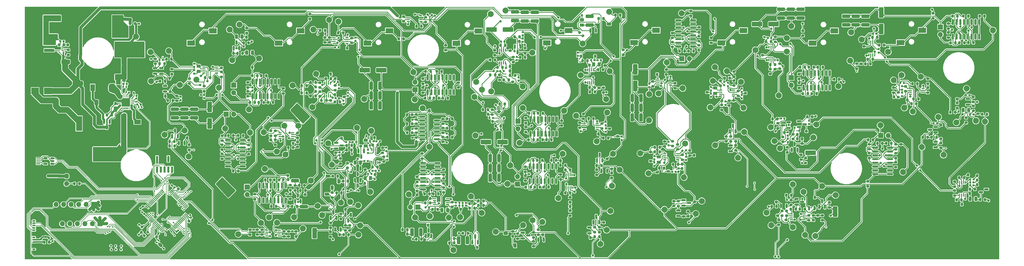
<source format=gtl>
G04 #@! TF.GenerationSoftware,KiCad,Pcbnew,(6.0.10)*
G04 #@! TF.CreationDate,2024-12-22T14:36:43+01:00*
G04 #@! TF.ProjectId,3_12_2024_MainBoardMCUwInstruments,335f3132-5f32-4303-9234-5f4d61696e42,rev?*
G04 #@! TF.SameCoordinates,Original*
G04 #@! TF.FileFunction,Copper,L1,Top*
G04 #@! TF.FilePolarity,Positive*
%FSLAX46Y46*%
G04 Gerber Fmt 4.6, Leading zero omitted, Abs format (unit mm)*
G04 Created by KiCad (PCBNEW (6.0.10)) date 2024-12-22 14:36:43*
%MOMM*%
%LPD*%
G01*
G04 APERTURE LIST*
G04 Aperture macros list*
%AMRoundRect*
0 Rectangle with rounded corners*
0 $1 Rounding radius*
0 $2 $3 $4 $5 $6 $7 $8 $9 X,Y pos of 4 corners*
0 Add a 4 corners polygon primitive as box body*
4,1,4,$2,$3,$4,$5,$6,$7,$8,$9,$2,$3,0*
0 Add four circle primitives for the rounded corners*
1,1,$1+$1,$2,$3*
1,1,$1+$1,$4,$5*
1,1,$1+$1,$6,$7*
1,1,$1+$1,$8,$9*
0 Add four rect primitives between the rounded corners*
20,1,$1+$1,$2,$3,$4,$5,0*
20,1,$1+$1,$4,$5,$6,$7,0*
20,1,$1+$1,$6,$7,$8,$9,0*
20,1,$1+$1,$8,$9,$2,$3,0*%
%AMRotRect*
0 Rectangle, with rotation*
0 The origin of the aperture is its center*
0 $1 length*
0 $2 width*
0 $3 Rotation angle, in degrees counterclockwise*
0 Add horizontal line*
21,1,$1,$2,0,0,$3*%
G04 Aperture macros list end*
G04 #@! TA.AperFunction,SMDPad,CuDef*
%ADD10C,2.000000*%
G04 #@! TD*
G04 #@! TA.AperFunction,SMDPad,CuDef*
%ADD11R,0.711200X0.228600*%
G04 #@! TD*
G04 #@! TA.AperFunction,SMDPad,CuDef*
%ADD12R,2.600000X1.800000*%
G04 #@! TD*
G04 #@! TA.AperFunction,SMDPad,CuDef*
%ADD13RoundRect,0.250000X-0.325000X-1.100000X0.325000X-1.100000X0.325000X1.100000X-0.325000X1.100000X0*%
G04 #@! TD*
G04 #@! TA.AperFunction,SMDPad,CuDef*
%ADD14R,0.250000X0.360000*%
G04 #@! TD*
G04 #@! TA.AperFunction,SMDPad,CuDef*
%ADD15RoundRect,0.250000X-0.262500X-0.450000X0.262500X-0.450000X0.262500X0.450000X-0.262500X0.450000X0*%
G04 #@! TD*
G04 #@! TA.AperFunction,SMDPad,CuDef*
%ADD16RoundRect,0.200000X-0.275000X0.200000X-0.275000X-0.200000X0.275000X-0.200000X0.275000X0.200000X0*%
G04 #@! TD*
G04 #@! TA.AperFunction,SMDPad,CuDef*
%ADD17RoundRect,0.250000X-0.325000X-0.650000X0.325000X-0.650000X0.325000X0.650000X-0.325000X0.650000X0*%
G04 #@! TD*
G04 #@! TA.AperFunction,SMDPad,CuDef*
%ADD18R,0.360000X0.250000*%
G04 #@! TD*
G04 #@! TA.AperFunction,SMDPad,CuDef*
%ADD19RoundRect,0.135000X-0.135000X-0.185000X0.135000X-0.185000X0.135000X0.185000X-0.135000X0.185000X0*%
G04 #@! TD*
G04 #@! TA.AperFunction,SMDPad,CuDef*
%ADD20RoundRect,0.225000X-0.250000X0.225000X-0.250000X-0.225000X0.250000X-0.225000X0.250000X0.225000X0*%
G04 #@! TD*
G04 #@! TA.AperFunction,SMDPad,CuDef*
%ADD21RoundRect,0.200000X0.275000X-0.200000X0.275000X0.200000X-0.275000X0.200000X-0.275000X-0.200000X0*%
G04 #@! TD*
G04 #@! TA.AperFunction,SMDPad,CuDef*
%ADD22RoundRect,0.250000X-0.250000X-0.475000X0.250000X-0.475000X0.250000X0.475000X-0.250000X0.475000X0*%
G04 #@! TD*
G04 #@! TA.AperFunction,SMDPad,CuDef*
%ADD23RoundRect,0.200000X-0.200000X-0.275000X0.200000X-0.275000X0.200000X0.275000X-0.200000X0.275000X0*%
G04 #@! TD*
G04 #@! TA.AperFunction,SMDPad,CuDef*
%ADD24RoundRect,0.225000X-0.225000X-0.250000X0.225000X-0.250000X0.225000X0.250000X-0.225000X0.250000X0*%
G04 #@! TD*
G04 #@! TA.AperFunction,SMDPad,CuDef*
%ADD25RoundRect,0.155000X0.212500X0.155000X-0.212500X0.155000X-0.212500X-0.155000X0.212500X-0.155000X0*%
G04 #@! TD*
G04 #@! TA.AperFunction,SMDPad,CuDef*
%ADD26RoundRect,0.155000X0.155000X-0.212500X0.155000X0.212500X-0.155000X0.212500X-0.155000X-0.212500X0*%
G04 #@! TD*
G04 #@! TA.AperFunction,SMDPad,CuDef*
%ADD27RoundRect,0.250000X1.100000X-0.325000X1.100000X0.325000X-1.100000X0.325000X-1.100000X-0.325000X0*%
G04 #@! TD*
G04 #@! TA.AperFunction,SMDPad,CuDef*
%ADD28RoundRect,0.150000X0.587500X0.150000X-0.587500X0.150000X-0.587500X-0.150000X0.587500X-0.150000X0*%
G04 #@! TD*
G04 #@! TA.AperFunction,SMDPad,CuDef*
%ADD29RoundRect,0.155000X-0.155000X0.212500X-0.155000X-0.212500X0.155000X-0.212500X0.155000X0.212500X0*%
G04 #@! TD*
G04 #@! TA.AperFunction,SMDPad,CuDef*
%ADD30RoundRect,0.155000X-0.212500X-0.155000X0.212500X-0.155000X0.212500X0.155000X-0.212500X0.155000X0*%
G04 #@! TD*
G04 #@! TA.AperFunction,SMDPad,CuDef*
%ADD31RoundRect,0.200000X0.200000X0.275000X-0.200000X0.275000X-0.200000X-0.275000X0.200000X-0.275000X0*%
G04 #@! TD*
G04 #@! TA.AperFunction,SMDPad,CuDef*
%ADD32RoundRect,0.225000X0.250000X-0.225000X0.250000X0.225000X-0.250000X0.225000X-0.250000X-0.225000X0*%
G04 #@! TD*
G04 #@! TA.AperFunction,SMDPad,CuDef*
%ADD33RoundRect,0.250000X1.100000X-0.412500X1.100000X0.412500X-1.100000X0.412500X-1.100000X-0.412500X0*%
G04 #@! TD*
G04 #@! TA.AperFunction,SMDPad,CuDef*
%ADD34RoundRect,0.150000X-0.825000X-0.150000X0.825000X-0.150000X0.825000X0.150000X-0.825000X0.150000X0*%
G04 #@! TD*
G04 #@! TA.AperFunction,SMDPad,CuDef*
%ADD35RoundRect,0.150000X0.825000X0.150000X-0.825000X0.150000X-0.825000X-0.150000X0.825000X-0.150000X0*%
G04 #@! TD*
G04 #@! TA.AperFunction,SMDPad,CuDef*
%ADD36R,1.100000X0.400000*%
G04 #@! TD*
G04 #@! TA.AperFunction,SMDPad,CuDef*
%ADD37RoundRect,0.250000X-0.550000X1.500000X-0.550000X-1.500000X0.550000X-1.500000X0.550000X1.500000X0*%
G04 #@! TD*
G04 #@! TA.AperFunction,ComponentPad*
%ADD38R,1.700000X1.700000*%
G04 #@! TD*
G04 #@! TA.AperFunction,ComponentPad*
%ADD39O,1.700000X1.700000*%
G04 #@! TD*
G04 #@! TA.AperFunction,SMDPad,CuDef*
%ADD40RoundRect,0.155000X0.259862X-0.040659X-0.040659X0.259862X-0.259862X0.040659X0.040659X-0.259862X0*%
G04 #@! TD*
G04 #@! TA.AperFunction,SMDPad,CuDef*
%ADD41RoundRect,0.150000X-0.150000X0.587500X-0.150000X-0.587500X0.150000X-0.587500X0.150000X0.587500X0*%
G04 #@! TD*
G04 #@! TA.AperFunction,SMDPad,CuDef*
%ADD42RoundRect,0.250000X-0.475000X0.250000X-0.475000X-0.250000X0.475000X-0.250000X0.475000X0.250000X0*%
G04 #@! TD*
G04 #@! TA.AperFunction,SMDPad,CuDef*
%ADD43RoundRect,0.200000X-0.335876X-0.053033X-0.053033X-0.335876X0.335876X0.053033X0.053033X0.335876X0*%
G04 #@! TD*
G04 #@! TA.AperFunction,SMDPad,CuDef*
%ADD44RoundRect,0.250000X0.262500X0.450000X-0.262500X0.450000X-0.262500X-0.450000X0.262500X-0.450000X0*%
G04 #@! TD*
G04 #@! TA.AperFunction,SMDPad,CuDef*
%ADD45R,0.400000X1.100000*%
G04 #@! TD*
G04 #@! TA.AperFunction,SMDPad,CuDef*
%ADD46RoundRect,0.125000X-0.425000X0.125000X-0.425000X-0.125000X0.425000X-0.125000X0.425000X0.125000X0*%
G04 #@! TD*
G04 #@! TA.AperFunction,SMDPad,CuDef*
%ADD47RoundRect,0.250000X-0.600000X0.350000X-0.600000X-0.350000X0.600000X-0.350000X0.600000X0.350000X0*%
G04 #@! TD*
G04 #@! TA.AperFunction,SMDPad,CuDef*
%ADD48RoundRect,0.250000X1.500000X0.550000X-1.500000X0.550000X-1.500000X-0.550000X1.500000X-0.550000X0*%
G04 #@! TD*
G04 #@! TA.AperFunction,SMDPad,CuDef*
%ADD49RoundRect,0.250000X0.325000X0.650000X-0.325000X0.650000X-0.325000X-0.650000X0.325000X-0.650000X0*%
G04 #@! TD*
G04 #@! TA.AperFunction,SMDPad,CuDef*
%ADD50RoundRect,0.150000X-0.587500X-0.150000X0.587500X-0.150000X0.587500X0.150000X-0.587500X0.150000X0*%
G04 #@! TD*
G04 #@! TA.AperFunction,SMDPad,CuDef*
%ADD51RoundRect,0.150000X-0.150000X0.825000X-0.150000X-0.825000X0.150000X-0.825000X0.150000X0.825000X0*%
G04 #@! TD*
G04 #@! TA.AperFunction,SMDPad,CuDef*
%ADD52RoundRect,0.250000X0.412500X1.100000X-0.412500X1.100000X-0.412500X-1.100000X0.412500X-1.100000X0*%
G04 #@! TD*
G04 #@! TA.AperFunction,SMDPad,CuDef*
%ADD53RoundRect,0.150000X0.150000X-0.587500X0.150000X0.587500X-0.150000X0.587500X-0.150000X-0.587500X0*%
G04 #@! TD*
G04 #@! TA.AperFunction,SMDPad,CuDef*
%ADD54RoundRect,0.250000X0.250000X0.475000X-0.250000X0.475000X-0.250000X-0.475000X0.250000X-0.475000X0*%
G04 #@! TD*
G04 #@! TA.AperFunction,SMDPad,CuDef*
%ADD55RoundRect,0.225000X-0.017678X0.335876X-0.335876X0.017678X0.017678X-0.335876X0.335876X-0.017678X0*%
G04 #@! TD*
G04 #@! TA.AperFunction,SMDPad,CuDef*
%ADD56RoundRect,0.250000X0.325000X1.100000X-0.325000X1.100000X-0.325000X-1.100000X0.325000X-1.100000X0*%
G04 #@! TD*
G04 #@! TA.AperFunction,SMDPad,CuDef*
%ADD57RoundRect,0.250000X-0.337500X-0.475000X0.337500X-0.475000X0.337500X0.475000X-0.337500X0.475000X0*%
G04 #@! TD*
G04 #@! TA.AperFunction,SMDPad,CuDef*
%ADD58RoundRect,0.250000X-1.100000X0.325000X-1.100000X-0.325000X1.100000X-0.325000X1.100000X0.325000X0*%
G04 #@! TD*
G04 #@! TA.AperFunction,SMDPad,CuDef*
%ADD59R,1.200000X0.900000*%
G04 #@! TD*
G04 #@! TA.AperFunction,SMDPad,CuDef*
%ADD60RoundRect,0.250000X-0.412500X-0.650000X0.412500X-0.650000X0.412500X0.650000X-0.412500X0.650000X0*%
G04 #@! TD*
G04 #@! TA.AperFunction,SMDPad,CuDef*
%ADD61RoundRect,0.150000X-0.512500X-0.150000X0.512500X-0.150000X0.512500X0.150000X-0.512500X0.150000X0*%
G04 #@! TD*
G04 #@! TA.AperFunction,SMDPad,CuDef*
%ADD62R,1.500000X2.200000*%
G04 #@! TD*
G04 #@! TA.AperFunction,SMDPad,CuDef*
%ADD63RoundRect,0.155000X-0.259862X0.040659X0.040659X-0.259862X0.259862X-0.040659X-0.040659X0.259862X0*%
G04 #@! TD*
G04 #@! TA.AperFunction,SMDPad,CuDef*
%ADD64R,2.200000X1.500000*%
G04 #@! TD*
G04 #@! TA.AperFunction,SMDPad,CuDef*
%ADD65RoundRect,0.135000X0.135000X0.185000X-0.135000X0.185000X-0.135000X-0.185000X0.135000X-0.185000X0*%
G04 #@! TD*
G04 #@! TA.AperFunction,SMDPad,CuDef*
%ADD66R,3.400000X0.980000*%
G04 #@! TD*
G04 #@! TA.AperFunction,SMDPad,CuDef*
%ADD67RoundRect,0.250000X0.475000X-0.250000X0.475000X0.250000X-0.475000X0.250000X-0.475000X-0.250000X0*%
G04 #@! TD*
G04 #@! TA.AperFunction,SMDPad,CuDef*
%ADD68RoundRect,0.155000X-0.040659X-0.259862X0.259862X0.040659X0.040659X0.259862X-0.259862X-0.040659X0*%
G04 #@! TD*
G04 #@! TA.AperFunction,SMDPad,CuDef*
%ADD69RoundRect,0.225000X0.225000X0.250000X-0.225000X0.250000X-0.225000X-0.250000X0.225000X-0.250000X0*%
G04 #@! TD*
G04 #@! TA.AperFunction,SMDPad,CuDef*
%ADD70RoundRect,0.250000X0.550000X-1.500000X0.550000X1.500000X-0.550000X1.500000X-0.550000X-1.500000X0*%
G04 #@! TD*
G04 #@! TA.AperFunction,SMDPad,CuDef*
%ADD71RoundRect,0.250000X-0.650000X0.325000X-0.650000X-0.325000X0.650000X-0.325000X0.650000X0.325000X0*%
G04 #@! TD*
G04 #@! TA.AperFunction,SMDPad,CuDef*
%ADD72RoundRect,0.135000X-0.185000X0.135000X-0.185000X-0.135000X0.185000X-0.135000X0.185000X0.135000X0*%
G04 #@! TD*
G04 #@! TA.AperFunction,SMDPad,CuDef*
%ADD73RoundRect,0.225000X-0.335876X-0.017678X-0.017678X-0.335876X0.335876X0.017678X0.017678X0.335876X0*%
G04 #@! TD*
G04 #@! TA.AperFunction,SMDPad,CuDef*
%ADD74RoundRect,0.155000X0.040659X0.259862X-0.259862X-0.040659X-0.040659X-0.259862X0.259862X0.040659X0*%
G04 #@! TD*
G04 #@! TA.AperFunction,SMDPad,CuDef*
%ADD75RoundRect,0.250000X-1.500000X-0.550000X1.500000X-0.550000X1.500000X0.550000X-1.500000X0.550000X0*%
G04 #@! TD*
G04 #@! TA.AperFunction,SMDPad,CuDef*
%ADD76R,0.750000X2.100000*%
G04 #@! TD*
G04 #@! TA.AperFunction,SMDPad,CuDef*
%ADD77RoundRect,0.250000X-0.450000X0.262500X-0.450000X-0.262500X0.450000X-0.262500X0.450000X0.262500X0*%
G04 #@! TD*
G04 #@! TA.AperFunction,SMDPad,CuDef*
%ADD78RoundRect,0.150000X0.150000X-0.825000X0.150000X0.825000X-0.150000X0.825000X-0.150000X-0.825000X0*%
G04 #@! TD*
G04 #@! TA.AperFunction,SMDPad,CuDef*
%ADD79R,0.900000X1.200000*%
G04 #@! TD*
G04 #@! TA.AperFunction,SMDPad,CuDef*
%ADD80RoundRect,0.250000X0.450000X-0.262500X0.450000X0.262500X-0.450000X0.262500X-0.450000X-0.262500X0*%
G04 #@! TD*
G04 #@! TA.AperFunction,SMDPad,CuDef*
%ADD81RoundRect,0.250000X-0.159099X0.512652X-0.512652X0.159099X0.159099X-0.512652X0.512652X-0.159099X0*%
G04 #@! TD*
G04 #@! TA.AperFunction,SMDPad,CuDef*
%ADD82R,2.500000X2.300000*%
G04 #@! TD*
G04 #@! TA.AperFunction,SMDPad,CuDef*
%ADD83RoundRect,0.250000X0.337500X0.475000X-0.337500X0.475000X-0.337500X-0.475000X0.337500X-0.475000X0*%
G04 #@! TD*
G04 #@! TA.AperFunction,SMDPad,CuDef*
%ADD84RoundRect,0.200000X0.053033X-0.335876X0.335876X-0.053033X-0.053033X0.335876X-0.335876X0.053033X0*%
G04 #@! TD*
G04 #@! TA.AperFunction,SMDPad,CuDef*
%ADD85R,1.350000X0.400000*%
G04 #@! TD*
G04 #@! TA.AperFunction,ComponentPad*
%ADD86O,1.550000X0.890000*%
G04 #@! TD*
G04 #@! TA.AperFunction,SMDPad,CuDef*
%ADD87R,1.550000X1.500000*%
G04 #@! TD*
G04 #@! TA.AperFunction,ComponentPad*
%ADD88O,0.950000X1.250000*%
G04 #@! TD*
G04 #@! TA.AperFunction,SMDPad,CuDef*
%ADD89R,1.550000X1.200000*%
G04 #@! TD*
G04 #@! TA.AperFunction,SMDPad,CuDef*
%ADD90RoundRect,0.147500X0.017678X-0.226274X0.226274X-0.017678X-0.017678X0.226274X-0.226274X0.017678X0*%
G04 #@! TD*
G04 #@! TA.AperFunction,ComponentPad*
%ADD91R,2.020000X5.020000*%
G04 #@! TD*
G04 #@! TA.AperFunction,ComponentPad*
%ADD92O,2.020000X5.020000*%
G04 #@! TD*
G04 #@! TA.AperFunction,SMDPad,CuDef*
%ADD93RoundRect,0.250000X1.250000X0.550000X-1.250000X0.550000X-1.250000X-0.550000X1.250000X-0.550000X0*%
G04 #@! TD*
G04 #@! TA.AperFunction,SMDPad,CuDef*
%ADD94RoundRect,0.225000X0.017678X-0.335876X0.335876X-0.017678X-0.017678X0.335876X-0.335876X0.017678X0*%
G04 #@! TD*
G04 #@! TA.AperFunction,SMDPad,CuDef*
%ADD95RoundRect,0.062500X-0.325000X-0.062500X0.325000X-0.062500X0.325000X0.062500X-0.325000X0.062500X0*%
G04 #@! TD*
G04 #@! TA.AperFunction,SMDPad,CuDef*
%ADD96RoundRect,0.062500X-0.062500X-0.325000X0.062500X-0.325000X0.062500X0.325000X-0.062500X0.325000X0*%
G04 #@! TD*
G04 #@! TA.AperFunction,ComponentPad*
%ADD97C,0.500000*%
G04 #@! TD*
G04 #@! TA.AperFunction,SMDPad,CuDef*
%ADD98R,2.450000X2.450000*%
G04 #@! TD*
G04 #@! TA.AperFunction,SMDPad,CuDef*
%ADD99RoundRect,0.075000X-0.441942X-0.548008X0.548008X0.441942X0.441942X0.548008X-0.548008X-0.441942X0*%
G04 #@! TD*
G04 #@! TA.AperFunction,SMDPad,CuDef*
%ADD100RoundRect,0.075000X0.441942X-0.548008X0.548008X-0.441942X-0.441942X0.548008X-0.548008X0.441942X0*%
G04 #@! TD*
G04 #@! TA.AperFunction,SMDPad,CuDef*
%ADD101RotRect,0.900000X0.800000X225.000000*%
G04 #@! TD*
G04 #@! TA.AperFunction,ViaPad*
%ADD102C,0.800000*%
G04 #@! TD*
G04 #@! TA.AperFunction,ViaPad*
%ADD103C,0.500000*%
G04 #@! TD*
G04 #@! TA.AperFunction,ViaPad*
%ADD104C,0.700000*%
G04 #@! TD*
G04 #@! TA.AperFunction,Conductor*
%ADD105C,0.250000*%
G04 #@! TD*
G04 #@! TA.AperFunction,Conductor*
%ADD106C,0.127000*%
G04 #@! TD*
G04 #@! TA.AperFunction,Conductor*
%ADD107C,1.000000*%
G04 #@! TD*
G04 #@! TA.AperFunction,Conductor*
%ADD108C,0.500000*%
G04 #@! TD*
G04 #@! TA.AperFunction,Conductor*
%ADD109C,0.750000*%
G04 #@! TD*
G04 #@! TA.AperFunction,Conductor*
%ADD110C,2.000000*%
G04 #@! TD*
G04 APERTURE END LIST*
D10*
X338600000Y-143100000D03*
D11*
X58389837Y-142155474D03*
X58389837Y-142655600D03*
X58389837Y-143155726D03*
X59990037Y-143155726D03*
X59990037Y-142655600D03*
X59990037Y-142155474D03*
D12*
X103000000Y-133350000D03*
X103000000Y-140100000D03*
X110400000Y-135950000D03*
X200100000Y-136050000D03*
X192700000Y-140200000D03*
X192700000Y-133450000D03*
X320450000Y-136000000D03*
X313050000Y-140150000D03*
X313050000Y-133400000D03*
X170050000Y-136000000D03*
X162650000Y-140150000D03*
X162650000Y-133400000D03*
X230650000Y-135850000D03*
X223250000Y-140000000D03*
X223250000Y-133250000D03*
X260150000Y-135800000D03*
X252750000Y-139950000D03*
X252750000Y-133200000D03*
X289700000Y-135850000D03*
X282300000Y-140000000D03*
X282300000Y-133250000D03*
X140000000Y-135950000D03*
X132600000Y-140100000D03*
X132600000Y-133350000D03*
X350200000Y-135800000D03*
X342800000Y-139950000D03*
X342800000Y-133200000D03*
D13*
X193450000Y-206775000D03*
X196400000Y-206775000D03*
D14*
X208520000Y-151365000D03*
X208520000Y-150525000D03*
D15*
X158451119Y-180511119D03*
X160276119Y-180511119D03*
D10*
X178680000Y-199010000D03*
D16*
X273200000Y-193812500D03*
X273200000Y-195462500D03*
D17*
X77150000Y-171500000D03*
X80100000Y-171500000D03*
D18*
X307682500Y-169730000D03*
X306842500Y-169730000D03*
D19*
X85322500Y-161800000D03*
X86342500Y-161800000D03*
D14*
X209490000Y-150492500D03*
X209490000Y-151332500D03*
D20*
X300415000Y-148887500D03*
X300415000Y-150437500D03*
D21*
X282356250Y-162712500D03*
X282356250Y-161062500D03*
D22*
X366349500Y-192770500D03*
X368249500Y-192770500D03*
D16*
X243644000Y-179206250D03*
X243644000Y-180856250D03*
D23*
X220065000Y-179766231D03*
X221715000Y-179766231D03*
D24*
X227895000Y-179885000D03*
X229445000Y-179885000D03*
D21*
X122935392Y-204857500D03*
X122935392Y-203207500D03*
D25*
X367482000Y-186180500D03*
X366347000Y-186180500D03*
D26*
X259577500Y-181662500D03*
X259577500Y-180527500D03*
D27*
X100775000Y-165375000D03*
X100775000Y-162425000D03*
D10*
X197600000Y-191970000D03*
D28*
X94222500Y-156460000D03*
X94222500Y-154560000D03*
X92347500Y-155510000D03*
D16*
X174790000Y-131105000D03*
X174790000Y-132755000D03*
D29*
X289136250Y-155470000D03*
X289136250Y-156605000D03*
D30*
X155456119Y-173531119D03*
X156591119Y-173531119D03*
D31*
X213985000Y-138002500D03*
X212335000Y-138002500D03*
D32*
X146520000Y-158068750D03*
X146520000Y-156518750D03*
D16*
X341229000Y-180374000D03*
X341229000Y-182024000D03*
D31*
X183925000Y-149700000D03*
X182275000Y-149700000D03*
D23*
X268985000Y-180990000D03*
X270635000Y-180990000D03*
X121712500Y-138150000D03*
X123362500Y-138150000D03*
D21*
X367400000Y-163002500D03*
X367400000Y-161352500D03*
D10*
X145300000Y-150560000D03*
D30*
X120795000Y-141275000D03*
X121930000Y-141275000D03*
D16*
X153443619Y-179186119D03*
X153443619Y-180836119D03*
D14*
X158973619Y-175261119D03*
X158973619Y-174421119D03*
D23*
X366269500Y-189460500D03*
X367919500Y-189460500D03*
D21*
X155873619Y-182296119D03*
X155873619Y-180646119D03*
D24*
X75875000Y-160550000D03*
X77425000Y-160550000D03*
D16*
X113250000Y-149867500D03*
X113250000Y-151517500D03*
D23*
X237905000Y-144500000D03*
X239555000Y-144500000D03*
D21*
X318750000Y-195625000D03*
X318750000Y-193975000D03*
X113439500Y-176137750D03*
X113439500Y-174487750D03*
D33*
X56500000Y-138162500D03*
X56500000Y-135037500D03*
D10*
X221762500Y-200525000D03*
X132025000Y-200812400D03*
X313980000Y-205275000D03*
X209300000Y-129075000D03*
X183525392Y-175136119D03*
D13*
X204100000Y-182350000D03*
X207050000Y-182350000D03*
D34*
X267715000Y-132377500D03*
X267715000Y-133647500D03*
X267715000Y-134917500D03*
X267715000Y-136187500D03*
X267715000Y-137457500D03*
X267715000Y-138727500D03*
X267715000Y-139997500D03*
X267715000Y-141267500D03*
X272665000Y-141267500D03*
X272665000Y-139997500D03*
X272665000Y-138727500D03*
X272665000Y-137457500D03*
X272665000Y-136187500D03*
X272665000Y-134917500D03*
X272665000Y-133647500D03*
X272665000Y-132377500D03*
D29*
X213110000Y-144735000D03*
X213110000Y-145870000D03*
D31*
X201819608Y-194997370D03*
X200169608Y-194997370D03*
D28*
X267685000Y-198567500D03*
X267685000Y-196667500D03*
X265810000Y-197617500D03*
D23*
X359615000Y-163520000D03*
X361265000Y-163520000D03*
X115614500Y-171312750D03*
X117264500Y-171312750D03*
D10*
X143990000Y-161760000D03*
D16*
X151700000Y-154408750D03*
X151700000Y-156058750D03*
D10*
X275620000Y-193497500D03*
D16*
X181375000Y-152175000D03*
X181375000Y-153825000D03*
D21*
X136567500Y-192800000D03*
X136567500Y-191150000D03*
D26*
X311875000Y-167482500D03*
X311875000Y-166347500D03*
D10*
X346930000Y-163230000D03*
D35*
X120454500Y-181772750D03*
X120454500Y-180502750D03*
X120454500Y-179232750D03*
X120454500Y-177962750D03*
X120454500Y-176692750D03*
X120454500Y-175422750D03*
X120454500Y-174152750D03*
X120454500Y-172882750D03*
X115504500Y-172882750D03*
X115504500Y-174152750D03*
X115504500Y-175422750D03*
X115504500Y-176692750D03*
X115504500Y-177962750D03*
X115504500Y-179232750D03*
X115504500Y-180502750D03*
X115504500Y-181772750D03*
D14*
X234190000Y-146470000D03*
X234190000Y-145630000D03*
D36*
X305915000Y-197875000D03*
X305915000Y-198525000D03*
X305915000Y-199175000D03*
X305915000Y-199825000D03*
X310215000Y-199825000D03*
X310215000Y-199175000D03*
X310215000Y-198525000D03*
X310215000Y-197875000D03*
D29*
X104050000Y-147050000D03*
X104050000Y-148185000D03*
D31*
X138832500Y-195275000D03*
X137182500Y-195275000D03*
D21*
X122489500Y-174587750D03*
X122489500Y-172937750D03*
D26*
X152960000Y-155411250D03*
X152960000Y-154276250D03*
D31*
X94215000Y-153015000D03*
X92565000Y-153015000D03*
D10*
X273610000Y-197797500D03*
D31*
X201819608Y-193472370D03*
X200169608Y-193472370D03*
D37*
X253135000Y-148965000D03*
X253135000Y-154565000D03*
D23*
X298770000Y-147407500D03*
X300420000Y-147407500D03*
D30*
X194777108Y-195062370D03*
X195912108Y-195062370D03*
D23*
X268155000Y-142802500D03*
X269805000Y-142802500D03*
D21*
X242463750Y-200727500D03*
X242463750Y-199077500D03*
D16*
X220337500Y-203225000D03*
X220337500Y-204875000D03*
D25*
X166541119Y-183281119D03*
X165406119Y-183281119D03*
D21*
X129925000Y-171430000D03*
X129925000Y-169780000D03*
D18*
X96457500Y-155260000D03*
X97297500Y-155260000D03*
D38*
X213350000Y-187800000D03*
D39*
X213350000Y-185260000D03*
D10*
X302077500Y-175650000D03*
D23*
X189600000Y-171913489D03*
X191250000Y-171913489D03*
D40*
X91951283Y-204476283D03*
X91148717Y-203673717D03*
D41*
X160283619Y-182533619D03*
X158383619Y-182533619D03*
X159333619Y-184408619D03*
D23*
X364072500Y-130972500D03*
X365722500Y-130972500D03*
D10*
X263765000Y-146655000D03*
D21*
X98231250Y-159610000D03*
X98231250Y-157960000D03*
D16*
X157321250Y-138400000D03*
X157321250Y-140050000D03*
D36*
X346100000Y-155435000D03*
X346100000Y-156085000D03*
X346100000Y-156735000D03*
X346100000Y-157385000D03*
X350400000Y-157385000D03*
X350400000Y-156735000D03*
X350400000Y-156085000D03*
X350400000Y-155435000D03*
D18*
X182730000Y-206775000D03*
X183570000Y-206775000D03*
D23*
X280766250Y-159617500D03*
X282416250Y-159617500D03*
D10*
X218360000Y-143347500D03*
D30*
X298002500Y-138370000D03*
X299137500Y-138370000D03*
D23*
X190275000Y-207650000D03*
X191925000Y-207650000D03*
D40*
X85316271Y-204874216D03*
X84513705Y-204071650D03*
D42*
X149233619Y-185088619D03*
X149233619Y-186988619D03*
D10*
X343623500Y-183696000D03*
D43*
X234316637Y-136516637D03*
X235483363Y-137683363D03*
D16*
X134200000Y-155475000D03*
X134200000Y-157125000D03*
D21*
X150175000Y-161138750D03*
X150175000Y-159488750D03*
D10*
X305925000Y-134375000D03*
D21*
X298805000Y-150550000D03*
X298805000Y-148900000D03*
D31*
X142052500Y-154485000D03*
X140402500Y-154485000D03*
D23*
X240775000Y-131850000D03*
X242425000Y-131850000D03*
D29*
X104050000Y-149275000D03*
X104050000Y-150410000D03*
D44*
X163676119Y-185781119D03*
X161851119Y-185781119D03*
D31*
X362022500Y-130972500D03*
X360372500Y-130972500D03*
D26*
X158571250Y-139392500D03*
X158571250Y-138257500D03*
D21*
X316350000Y-200000000D03*
X316350000Y-198350000D03*
D45*
X207305000Y-146772500D03*
X207955000Y-146772500D03*
X208605000Y-146772500D03*
X209255000Y-146772500D03*
X209255000Y-142472500D03*
X208605000Y-142472500D03*
X207955000Y-142472500D03*
X207305000Y-142472500D03*
D31*
X363392000Y-193098000D03*
X361742000Y-193098000D03*
D21*
X352000000Y-156860000D03*
X352000000Y-155210000D03*
D23*
X174475000Y-203150000D03*
X176125000Y-203150000D03*
D30*
X58832500Y-139500000D03*
X59967500Y-139500000D03*
D10*
X241363750Y-207977500D03*
D21*
X138985000Y-172135000D03*
X138985000Y-170485000D03*
D16*
X240134000Y-182976250D03*
X240134000Y-184626250D03*
D21*
X188125000Y-167413489D03*
X188125000Y-165763489D03*
D31*
X220845000Y-188766231D03*
X219195000Y-188766231D03*
D14*
X157143619Y-181971119D03*
X157143619Y-182811119D03*
D21*
X356419500Y-175504750D03*
X356419500Y-173854750D03*
D23*
X350294500Y-171929750D03*
X351944500Y-171929750D03*
D31*
X218685000Y-179776231D03*
X217035000Y-179776231D03*
D21*
X342025000Y-158435000D03*
X342025000Y-156785000D03*
D31*
X300900000Y-195325000D03*
X299250000Y-195325000D03*
D10*
X349680000Y-151490000D03*
D30*
X153226119Y-176991119D03*
X154361119Y-176991119D03*
D31*
X153295000Y-159993750D03*
X151645000Y-159993750D03*
D21*
X138485392Y-205457500D03*
X138485392Y-203807500D03*
X107400000Y-156367500D03*
X107400000Y-154717500D03*
D23*
X155598619Y-176301119D03*
X157248619Y-176301119D03*
D21*
X179125000Y-172038489D03*
X179125000Y-170388489D03*
D31*
X183819608Y-192622370D03*
X182169608Y-192622370D03*
D10*
X243677500Y-163542500D03*
X163893750Y-169718619D03*
D31*
X63000000Y-140700000D03*
X61350000Y-140700000D03*
D30*
X308562500Y-169730000D03*
X309697500Y-169730000D03*
D25*
X94107500Y-151765000D03*
X92972500Y-151765000D03*
D10*
X316280000Y-188475000D03*
D16*
X271577500Y-176465000D03*
X271577500Y-178115000D03*
D10*
X99222500Y-154260000D03*
D31*
X65255000Y-187590000D03*
X63605000Y-187590000D03*
X101670625Y-172087500D03*
X100020625Y-172087500D03*
D46*
X49862500Y-199387500D03*
X49862500Y-200187500D03*
X49862500Y-200987500D03*
X49862500Y-201787500D03*
X49862500Y-202587500D03*
X49862500Y-203387500D03*
X49862500Y-204187500D03*
X49862500Y-204987500D03*
X49862500Y-205787500D03*
X49862500Y-206587500D03*
X49862500Y-207387500D03*
X49862500Y-208187500D03*
X49862500Y-208987500D03*
X49862500Y-209787500D03*
D47*
X51262500Y-211087500D03*
X51262500Y-198087500D03*
D10*
X119337500Y-133812500D03*
D34*
X181399608Y-180682370D03*
X181399608Y-181952370D03*
X181399608Y-183222370D03*
X181399608Y-184492370D03*
X181399608Y-185762370D03*
X181399608Y-187032370D03*
X181399608Y-188302370D03*
X181399608Y-189572370D03*
X186349608Y-189572370D03*
X186349608Y-188302370D03*
X186349608Y-187032370D03*
X186349608Y-185762370D03*
X186349608Y-184492370D03*
X186349608Y-183222370D03*
X186349608Y-181952370D03*
X186349608Y-180682370D03*
D23*
X235345000Y-146040000D03*
X236995000Y-146040000D03*
D48*
X64725000Y-153775000D03*
X59125000Y-153775000D03*
D28*
X285366250Y-176667500D03*
X285366250Y-174767500D03*
X283491250Y-175717500D03*
D23*
X207565000Y-140872500D03*
X209215000Y-140872500D03*
D49*
X83275000Y-147500000D03*
X80325000Y-147500000D03*
D17*
X77150000Y-166900000D03*
X80100000Y-166900000D03*
D31*
X186750000Y-158700000D03*
X185100000Y-158700000D03*
D30*
X240442500Y-145840000D03*
X241577500Y-145840000D03*
D10*
X218462500Y-200000000D03*
D50*
X269500000Y-193187500D03*
X269500000Y-195087500D03*
X271375000Y-194137500D03*
D30*
X105207500Y-157625000D03*
X106342500Y-157625000D03*
X159626119Y-190021119D03*
X160761119Y-190021119D03*
D22*
X121837500Y-143325000D03*
X123737500Y-143325000D03*
D51*
X191820000Y-151725000D03*
X190550000Y-151725000D03*
X189280000Y-151725000D03*
X188010000Y-151725000D03*
X186740000Y-151725000D03*
X185470000Y-151725000D03*
X184200000Y-151725000D03*
X182930000Y-151725000D03*
X182930000Y-156675000D03*
X184200000Y-156675000D03*
X185470000Y-156675000D03*
X186740000Y-156675000D03*
X188010000Y-156675000D03*
X189280000Y-156675000D03*
X190550000Y-156675000D03*
X191820000Y-156675000D03*
D10*
X190150000Y-199110000D03*
X288842500Y-153212500D03*
D51*
X369377500Y-133002500D03*
X368107500Y-133002500D03*
X366837500Y-133002500D03*
X365567500Y-133002500D03*
X364297500Y-133002500D03*
X363027500Y-133002500D03*
X361757500Y-133002500D03*
X360487500Y-133002500D03*
X360487500Y-137952500D03*
X361757500Y-137952500D03*
X363027500Y-137952500D03*
X364297500Y-137952500D03*
X365567500Y-137952500D03*
X366837500Y-137952500D03*
X368107500Y-137952500D03*
X369377500Y-137952500D03*
D16*
X205670000Y-142557500D03*
X205670000Y-144207500D03*
D31*
X180875000Y-134470000D03*
X179225000Y-134470000D03*
D30*
X206662500Y-169440000D03*
X207797500Y-169440000D03*
D16*
X301625000Y-199875000D03*
X301625000Y-201525000D03*
D10*
X280081250Y-148265000D03*
D52*
X53962500Y-134250000D03*
X50837500Y-134250000D03*
D23*
X210835000Y-149502500D03*
X212485000Y-149502500D03*
D10*
X340480000Y-152660000D03*
D21*
X242400000Y-156795000D03*
X242400000Y-155145000D03*
D10*
X95522500Y-142760000D03*
D36*
X151385000Y-138235000D03*
X151385000Y-138885000D03*
X151385000Y-139535000D03*
X151385000Y-140185000D03*
X155685000Y-140185000D03*
X155685000Y-139535000D03*
X155685000Y-138885000D03*
X155685000Y-138235000D03*
D23*
X128092500Y-186300000D03*
X129742500Y-186300000D03*
D14*
X149830000Y-195112500D03*
X149830000Y-195952500D03*
D21*
X361097000Y-191643000D03*
X361097000Y-189993000D03*
D31*
X272825000Y-142802500D03*
X271175000Y-142802500D03*
D25*
X190567500Y-167513489D03*
X189432500Y-167513489D03*
D21*
X305825000Y-194850000D03*
X305825000Y-193200000D03*
D10*
X297500000Y-197465000D03*
D53*
X239013750Y-200650000D03*
X240913750Y-200650000D03*
X239963750Y-198775000D03*
D31*
X217795000Y-188776231D03*
X216145000Y-188776231D03*
D23*
X311832500Y-148222500D03*
X313482500Y-148222500D03*
D10*
X304375000Y-138450000D03*
D37*
X320700400Y-197098000D03*
X320700400Y-202698000D03*
D16*
X301955000Y-147057500D03*
X301955000Y-148707500D03*
D23*
X366274500Y-190980500D03*
X367924500Y-190980500D03*
D26*
X259577500Y-179432500D03*
X259577500Y-178297500D03*
D23*
X181924608Y-191102370D03*
X183574608Y-191102370D03*
D45*
X229795000Y-188960000D03*
X230445000Y-188960000D03*
X231095000Y-188960000D03*
X231745000Y-188960000D03*
X231745000Y-184660000D03*
X231095000Y-184660000D03*
X230445000Y-184660000D03*
X229795000Y-184660000D03*
D26*
X284446250Y-154645000D03*
X284446250Y-153510000D03*
D10*
X269950000Y-174100000D03*
D31*
X313850000Y-192275000D03*
X312200000Y-192275000D03*
X310425000Y-196275000D03*
X308775000Y-196275000D03*
D10*
X233177500Y-164642500D03*
D54*
X214412500Y-208550000D03*
X212512500Y-208550000D03*
D10*
X365120000Y-155480000D03*
D36*
X128555392Y-203347500D03*
X128555392Y-203997500D03*
X128555392Y-204647500D03*
X128555392Y-205297500D03*
X132855392Y-205297500D03*
X132855392Y-204647500D03*
X132855392Y-203997500D03*
X132855392Y-203347500D03*
D10*
X320830000Y-191525000D03*
D21*
X143150000Y-131925000D03*
X143150000Y-130275000D03*
D31*
X165978619Y-182031119D03*
X164328619Y-182031119D03*
D26*
X363700000Y-165370000D03*
X363700000Y-164235000D03*
D10*
X260995000Y-157135000D03*
X94050000Y-171100000D03*
X243280000Y-159060000D03*
D23*
X155177892Y-196362630D03*
X156827892Y-196362630D03*
D10*
X139245000Y-168070000D03*
X178150000Y-149950000D03*
D38*
X117450000Y-154365000D03*
D39*
X117450000Y-156905000D03*
D31*
X307400000Y-196275000D03*
X305750000Y-196275000D03*
D45*
X334055000Y-139755000D03*
X333405000Y-139755000D03*
X332755000Y-139755000D03*
X332105000Y-139755000D03*
X332105000Y-144055000D03*
X332755000Y-144055000D03*
X333405000Y-144055000D03*
X334055000Y-144055000D03*
D10*
X243463750Y-203277500D03*
D16*
X267707500Y-193542500D03*
X267707500Y-195192500D03*
D26*
X343275000Y-158052500D03*
X343275000Y-156917500D03*
D41*
X160263619Y-186453619D03*
X158363619Y-186453619D03*
X159313619Y-188328619D03*
D21*
X304075000Y-201525000D03*
X304075000Y-199875000D03*
D26*
X335450000Y-143317500D03*
X335450000Y-142182500D03*
D21*
X361925000Y-162027500D03*
X361925000Y-160377500D03*
D23*
X369535000Y-130970000D03*
X371185000Y-130970000D03*
D10*
X321818000Y-154686000D03*
D21*
X215860000Y-143467500D03*
X215860000Y-141817500D03*
D23*
X139972500Y-189865000D03*
X141622500Y-189865000D03*
X139632500Y-188235000D03*
X141282500Y-188235000D03*
D55*
X91373008Y-205651992D03*
X90276992Y-206748008D03*
D21*
X269037500Y-179535000D03*
X269037500Y-177885000D03*
D23*
X331715000Y-145640000D03*
X333365000Y-145640000D03*
D21*
X341229000Y-175994000D03*
X341229000Y-174344000D03*
D10*
X80160000Y-135050000D03*
D50*
X307677500Y-192800000D03*
X307677500Y-194700000D03*
X309552500Y-193750000D03*
D23*
X265935000Y-181130000D03*
X267585000Y-181130000D03*
D10*
X198810000Y-158285000D03*
D21*
X154780000Y-158288750D03*
X154780000Y-156638750D03*
D16*
X141557500Y-191300000D03*
X141557500Y-192950000D03*
D23*
X259752500Y-175350000D03*
X261402500Y-175350000D03*
D21*
X302775000Y-198475000D03*
X302775000Y-196825000D03*
D10*
X293750000Y-142500000D03*
X299100000Y-201695000D03*
D56*
X166850000Y-161225000D03*
X163900000Y-161225000D03*
D21*
X134455392Y-205437500D03*
X134455392Y-203787500D03*
D31*
X124550000Y-160150000D03*
X122900000Y-160150000D03*
D21*
X231140000Y-193880000D03*
X231140000Y-192230000D03*
X290416250Y-158662500D03*
X290416250Y-157012500D03*
X264340000Y-183425000D03*
X264340000Y-181775000D03*
D27*
X97525000Y-165375000D03*
X97525000Y-162425000D03*
D23*
X234875000Y-144500000D03*
X236525000Y-144500000D03*
D10*
X210900000Y-181400000D03*
X304380000Y-142972500D03*
D28*
X354632000Y-175354750D03*
X354632000Y-173454750D03*
X352757000Y-174404750D03*
D10*
X355600000Y-165100000D03*
D21*
X353780000Y-131705000D03*
X353780000Y-130055000D03*
D57*
X61500000Y-146450000D03*
X63575000Y-146450000D03*
D23*
X207345000Y-160690000D03*
X208995000Y-160690000D03*
D22*
X150723619Y-188968619D03*
X152623619Y-188968619D03*
D10*
X214000000Y-173775000D03*
D16*
X331675000Y-186850000D03*
X331675000Y-188500000D03*
D30*
X364932500Y-157752500D03*
X366067500Y-157752500D03*
D10*
X137800000Y-198975000D03*
D26*
X99481250Y-159402500D03*
X99481250Y-158267500D03*
X283186250Y-154375000D03*
X283186250Y-153240000D03*
D58*
X305750000Y-128700000D03*
X305750000Y-131650000D03*
D18*
X262380000Y-183600000D03*
X263220000Y-183600000D03*
D31*
X339636500Y-173954000D03*
X337986500Y-173954000D03*
D21*
X364947200Y-166991800D03*
X364947200Y-165341800D03*
D23*
X208700000Y-152552500D03*
X210350000Y-152552500D03*
D21*
X121787500Y-136687500D03*
X121787500Y-135037500D03*
D51*
X132620000Y-153150000D03*
X131350000Y-153150000D03*
X130080000Y-153150000D03*
X128810000Y-153150000D03*
X127540000Y-153150000D03*
X126270000Y-153150000D03*
X125000000Y-153150000D03*
X123730000Y-153150000D03*
X123730000Y-158100000D03*
X125000000Y-158100000D03*
X126270000Y-158100000D03*
X127540000Y-158100000D03*
X128810000Y-158100000D03*
X130080000Y-158100000D03*
X131350000Y-158100000D03*
X132620000Y-158100000D03*
D20*
X129915000Y-172880000D03*
X129915000Y-174430000D03*
D31*
X157258619Y-174781119D03*
X155608619Y-174781119D03*
D10*
X134525000Y-168050000D03*
D31*
X145062500Y-153415000D03*
X143412500Y-153415000D03*
D21*
X160318750Y-174936119D03*
X160318750Y-173286119D03*
D29*
X264412500Y-173512500D03*
X264412500Y-174647500D03*
D21*
X249090000Y-144075000D03*
X249090000Y-142425000D03*
D31*
X333526500Y-172774000D03*
X331876500Y-172774000D03*
D59*
X78300000Y-153500000D03*
X78300000Y-156800000D03*
D21*
X150190000Y-202545000D03*
X150190000Y-200895000D03*
D38*
X72170000Y-201200000D03*
D39*
X69630000Y-201200000D03*
X67090000Y-201200000D03*
X64550000Y-201200000D03*
X62010000Y-201200000D03*
X59470000Y-201200000D03*
X56930000Y-201200000D03*
D38*
X178750000Y-155900000D03*
D39*
X178750000Y-153360000D03*
D21*
X278750000Y-139995000D03*
X278750000Y-138345000D03*
D31*
X310462500Y-148202500D03*
X308812500Y-148202500D03*
D16*
X191234608Y-193867370D03*
X191234608Y-195517370D03*
D45*
X148125000Y-157973750D03*
X148775000Y-157973750D03*
X149425000Y-157973750D03*
X150075000Y-157973750D03*
X150075000Y-153673750D03*
X149425000Y-153673750D03*
X148775000Y-153673750D03*
X148125000Y-153673750D03*
D23*
X58375000Y-140700000D03*
X60025000Y-140700000D03*
D38*
X268900000Y-145397500D03*
D39*
X271440000Y-145397500D03*
D60*
X71037500Y-160200000D03*
X74162500Y-160200000D03*
D41*
X239850000Y-135912500D03*
X237950000Y-135912500D03*
X238900000Y-137787500D03*
D31*
X84065000Y-133520000D03*
X82415000Y-133520000D03*
D23*
X120762500Y-140000000D03*
X122412500Y-140000000D03*
D48*
X167325000Y-149275000D03*
X161725000Y-149275000D03*
D58*
X309025000Y-128700000D03*
X309025000Y-131650000D03*
D23*
X338925000Y-158285000D03*
X340575000Y-158285000D03*
X201697500Y-164185000D03*
X203347500Y-164185000D03*
X153948619Y-172281119D03*
X155598619Y-172281119D03*
D45*
X164128619Y-180471119D03*
X164778619Y-180471119D03*
X165428619Y-180471119D03*
X166078619Y-180471119D03*
X166078619Y-176171119D03*
X165428619Y-176171119D03*
X164778619Y-176171119D03*
X164128619Y-176171119D03*
D23*
X134142500Y-186275000D03*
X135792500Y-186275000D03*
D25*
X190592500Y-170638489D03*
X189457500Y-170638489D03*
D28*
X304995000Y-168807500D03*
X304995000Y-166907500D03*
X303120000Y-167857500D03*
D31*
X238008750Y-205922500D03*
X236358750Y-205922500D03*
D51*
X226365000Y-181791231D03*
X225095000Y-181791231D03*
X223825000Y-181791231D03*
X222555000Y-181791231D03*
X221285000Y-181791231D03*
X220015000Y-181791231D03*
X218745000Y-181791231D03*
X217475000Y-181791231D03*
X217475000Y-186741231D03*
X218745000Y-186741231D03*
X220015000Y-186741231D03*
X221285000Y-186741231D03*
X222555000Y-186741231D03*
X223825000Y-186741231D03*
X225095000Y-186741231D03*
X226365000Y-186741231D03*
D29*
X157113619Y-183731119D03*
X157113619Y-184866119D03*
D23*
X118712500Y-143600000D03*
X120362500Y-143600000D03*
D30*
X176682500Y-169138489D03*
X177817500Y-169138489D03*
D16*
X258297500Y-176955000D03*
X258297500Y-178605000D03*
X301315000Y-167240000D03*
X301315000Y-168890000D03*
D21*
X188150000Y-170463489D03*
X188150000Y-168813489D03*
D61*
X53847500Y-179050000D03*
X53847500Y-180000000D03*
X53847500Y-180950000D03*
X56122500Y-180950000D03*
X56122500Y-180000000D03*
X56122500Y-179050000D03*
D16*
X218787500Y-204125000D03*
X218787500Y-205775000D03*
D62*
X69750000Y-155150000D03*
X76150000Y-155150000D03*
D63*
X102969192Y-199121903D03*
X103771758Y-199924469D03*
D10*
X125987500Y-145312500D03*
D21*
X344525000Y-156410000D03*
X344525000Y-154760000D03*
D23*
X353319500Y-171929750D03*
X354969500Y-171929750D03*
D64*
X84875000Y-166775000D03*
X84875000Y-173175000D03*
D31*
X180825000Y-206400000D03*
X179175000Y-206400000D03*
D58*
X324432299Y-131012299D03*
X324432299Y-133962299D03*
D16*
X361087000Y-186963000D03*
X361087000Y-188613000D03*
D23*
X347225000Y-159010000D03*
X348875000Y-159010000D03*
D48*
X210160000Y-135512500D03*
X204560000Y-135512500D03*
D31*
X166843619Y-184551119D03*
X165193619Y-184551119D03*
X221813000Y-172777000D03*
X220163000Y-172777000D03*
D10*
X289692500Y-161962500D03*
D23*
X173185000Y-138680000D03*
X174835000Y-138680000D03*
D38*
X70050000Y-194665104D03*
D39*
X67510000Y-194665104D03*
X64970000Y-194665104D03*
X62430000Y-194665104D03*
X59890000Y-194665104D03*
X57350000Y-194665104D03*
X54810000Y-194665104D03*
D31*
X95922600Y-158038800D03*
X94272600Y-158038800D03*
D29*
X156047500Y-156865000D03*
X156047500Y-158000000D03*
D20*
X329500000Y-147115000D03*
X329500000Y-148665000D03*
D63*
X98073717Y-203898717D03*
X98876283Y-204701283D03*
D10*
X229100000Y-162950000D03*
D31*
X127575000Y-160150000D03*
X125925000Y-160150000D03*
D23*
X174475000Y-204675000D03*
X176125000Y-204675000D03*
D41*
X75500000Y-166712500D03*
X73600000Y-166712500D03*
X74550000Y-168587500D03*
D21*
X245174000Y-185666250D03*
X245174000Y-184016250D03*
X287116250Y-176322500D03*
X287116250Y-174672500D03*
D23*
X53387500Y-207462500D03*
X55037500Y-207462500D03*
D20*
X314825000Y-198400000D03*
X314825000Y-199950000D03*
D65*
X81110000Y-156600000D03*
X80090000Y-156600000D03*
D10*
X150618750Y-181243619D03*
D24*
X307957500Y-170977500D03*
X309507500Y-170977500D03*
D25*
X164621119Y-173331119D03*
X163486119Y-173331119D03*
D53*
X198050000Y-207387500D03*
X199950000Y-207387500D03*
X199000000Y-205512500D03*
D10*
X89460000Y-152985000D03*
X131945000Y-176770000D03*
X100850000Y-169700000D03*
D31*
X345112500Y-159372500D03*
X343462500Y-159372500D03*
D10*
X313377500Y-172000000D03*
D21*
X167703619Y-177156119D03*
X167703619Y-175506119D03*
D66*
X55025000Y-142535000D03*
X55025000Y-140165000D03*
D31*
X185225000Y-162863489D03*
X183575000Y-162863489D03*
D10*
X144300000Y-135550000D03*
D67*
X148923619Y-191158619D03*
X148923619Y-189258619D03*
D45*
X208395000Y-162280000D03*
X207745000Y-162280000D03*
X207095000Y-162280000D03*
X206445000Y-162280000D03*
X206445000Y-166580000D03*
X207095000Y-166580000D03*
X207745000Y-166580000D03*
X208395000Y-166580000D03*
D29*
X84600000Y-156782500D03*
X84600000Y-157917500D03*
D10*
X143480000Y-186590000D03*
D16*
X304300000Y-196825000D03*
X304300000Y-198475000D03*
D10*
X209950000Y-187700000D03*
D18*
X245190000Y-171905000D03*
X246030000Y-171905000D03*
D10*
X301650000Y-157775000D03*
D25*
X153007500Y-158763750D03*
X151872500Y-158763750D03*
D10*
X368280000Y-166360000D03*
D28*
X354632000Y-170379750D03*
X354632000Y-168479750D03*
X352757000Y-169429750D03*
D53*
X182325000Y-205287500D03*
X184225000Y-205287500D03*
X183275000Y-203412500D03*
D23*
X181475000Y-201650000D03*
X183125000Y-201650000D03*
D16*
X285406250Y-171655000D03*
X285406250Y-173305000D03*
D56*
X166850000Y-157825000D03*
X163900000Y-157825000D03*
D31*
X212485000Y-151032500D03*
X210835000Y-151032500D03*
D23*
X283381250Y-151927500D03*
X285031250Y-151927500D03*
D56*
X166825000Y-154500000D03*
X163875000Y-154500000D03*
D54*
X152943619Y-186858619D03*
X151043619Y-186858619D03*
D23*
X161738619Y-187541119D03*
X163388619Y-187541119D03*
D16*
X102400000Y-152117500D03*
X102400000Y-153767500D03*
D10*
X257845000Y-157345000D03*
D16*
X193350000Y-153475000D03*
X193350000Y-155125000D03*
D18*
X212892500Y-203425000D03*
X213732500Y-203425000D03*
D45*
X300315000Y-141502500D03*
X299665000Y-141502500D03*
X299015000Y-141502500D03*
X298365000Y-141502500D03*
X298365000Y-145802500D03*
X299015000Y-145802500D03*
X299665000Y-145802500D03*
X300315000Y-145802500D03*
D60*
X57337500Y-159475000D03*
X60462500Y-159475000D03*
D21*
X260600000Y-185445000D03*
X260600000Y-183795000D03*
X138127500Y-189900000D03*
X138127500Y-188250000D03*
D27*
X104025000Y-165375000D03*
X104025000Y-162425000D03*
D38*
X305875000Y-151775000D03*
D39*
X305875000Y-154315000D03*
D23*
X184669608Y-196302370D03*
X186319608Y-196302370D03*
D31*
X231165000Y-190715000D03*
X229515000Y-190715000D03*
D18*
X364527200Y-164185600D03*
X365367200Y-164185600D03*
X266122500Y-182670000D03*
X266962500Y-182670000D03*
D31*
X311432500Y-157192500D03*
X309782500Y-157192500D03*
D23*
X148575000Y-150563750D03*
X150225000Y-150563750D03*
D68*
X97418403Y-188858247D03*
X98220969Y-188055681D03*
D21*
X258310000Y-181652500D03*
X258310000Y-180002500D03*
D10*
X357332000Y-177907250D03*
D35*
X339214000Y-184404000D03*
X339214000Y-183134000D03*
X339214000Y-181864000D03*
X339214000Y-180594000D03*
X339214000Y-179324000D03*
X339214000Y-178054000D03*
X339214000Y-176784000D03*
X339214000Y-175514000D03*
X334264000Y-175514000D03*
X334264000Y-176784000D03*
X334264000Y-178054000D03*
X334264000Y-179324000D03*
X334264000Y-180594000D03*
X334264000Y-181864000D03*
X334264000Y-183134000D03*
X334264000Y-184404000D03*
D23*
X368699500Y-187940500D03*
X370349500Y-187940500D03*
D10*
X278512500Y-161882500D03*
D30*
X151727500Y-141530000D03*
X152862500Y-141530000D03*
D10*
X310030000Y-190425000D03*
D50*
X308492500Y-166555000D03*
X308492500Y-168455000D03*
X310367500Y-167505000D03*
D26*
X243190000Y-170122500D03*
X243190000Y-168987500D03*
D31*
X231145000Y-182925000D03*
X229495000Y-182925000D03*
D25*
X367472000Y-187180500D03*
X366337000Y-187180500D03*
D31*
X223885000Y-188766231D03*
X222235000Y-188766231D03*
D10*
X116037500Y-135512500D03*
D27*
X219175000Y-132675000D03*
X219175000Y-129725000D03*
D21*
X308487500Y-155237500D03*
X308487500Y-153587500D03*
D36*
X189644608Y-194657370D03*
X189644608Y-194007370D03*
X189644608Y-193357370D03*
X189644608Y-192707370D03*
X185344608Y-192707370D03*
X185344608Y-193357370D03*
X185344608Y-194007370D03*
X185344608Y-194657370D03*
D31*
X207655000Y-168170000D03*
X206005000Y-168170000D03*
D41*
X100795625Y-173875000D03*
X98895625Y-173875000D03*
X99845625Y-175750000D03*
D32*
X240860000Y-155305000D03*
X240860000Y-153755000D03*
D31*
X120604500Y-171327750D03*
X118954500Y-171327750D03*
D10*
X329700000Y-138890000D03*
D41*
X243624000Y-183293750D03*
X241724000Y-183293750D03*
X242674000Y-185168750D03*
D21*
X269457500Y-198672500D03*
X269457500Y-197022500D03*
D19*
X80090000Y-154900000D03*
X81110000Y-154900000D03*
D24*
X231125000Y-195335000D03*
X232675000Y-195335000D03*
D10*
X137290000Y-154450000D03*
D23*
X152750000Y-136630000D03*
X154400000Y-136630000D03*
D69*
X59875000Y-144650000D03*
X58325000Y-144650000D03*
D31*
X312945000Y-164975000D03*
X311295000Y-164975000D03*
D21*
X153620000Y-199525000D03*
X153620000Y-197875000D03*
D26*
X278731250Y-156100000D03*
X278731250Y-154965000D03*
D25*
X152607500Y-153243750D03*
X151472500Y-153243750D03*
D18*
X239690000Y-133170000D03*
X240530000Y-133170000D03*
D10*
X326080000Y-136505000D03*
D21*
X161833619Y-182886119D03*
X161833619Y-181236119D03*
D31*
X153838619Y-190748619D03*
X152188619Y-190748619D03*
X148740000Y-159543750D03*
X147090000Y-159543750D03*
D36*
X235980000Y-167250000D03*
X235980000Y-167900000D03*
X235980000Y-168550000D03*
X235980000Y-169200000D03*
X240280000Y-169200000D03*
X240280000Y-168550000D03*
X240280000Y-167900000D03*
X240280000Y-167250000D03*
D27*
X237700000Y-134025000D03*
X237700000Y-131075000D03*
D70*
X109300000Y-167300000D03*
X109300000Y-161700000D03*
D16*
X113250000Y-146817500D03*
X113250000Y-148467500D03*
D21*
X179125000Y-165913489D03*
X179125000Y-164263489D03*
D71*
X78300000Y-148925000D03*
X78300000Y-151875000D03*
D21*
X231140000Y-198440000D03*
X231140000Y-196790000D03*
D10*
X240077500Y-173342500D03*
X361710000Y-166920000D03*
D21*
X281936250Y-154502500D03*
X281936250Y-152852500D03*
D53*
X151700000Y-203087500D03*
X153600000Y-203087500D03*
X152650000Y-201212500D03*
D45*
X239055000Y-149152500D03*
X238405000Y-149152500D03*
X237755000Y-149152500D03*
X237105000Y-149152500D03*
X237105000Y-153452500D03*
X237755000Y-153452500D03*
X238405000Y-153452500D03*
X239055000Y-153452500D03*
D13*
X177700000Y-204025000D03*
X180650000Y-204025000D03*
D10*
X245284000Y-188363750D03*
X335995231Y-167919000D03*
D20*
X309532500Y-174062500D03*
X309532500Y-175612500D03*
D31*
X196575000Y-204375000D03*
X194925000Y-204375000D03*
D10*
X127545000Y-170270000D03*
D31*
X166665989Y-172064011D03*
X165015989Y-172064011D03*
D10*
X284092500Y-149612500D03*
D16*
X113429500Y-177552750D03*
X113429500Y-179202750D03*
X358947500Y-133547500D03*
X358947500Y-135197500D03*
D21*
X302977500Y-173475000D03*
X302977500Y-171825000D03*
D10*
X112400000Y-155200000D03*
D25*
X367417500Y-164202500D03*
X366282500Y-164202500D03*
D23*
X269005000Y-182510000D03*
X270655000Y-182510000D03*
D21*
X330480000Y-142880000D03*
X330480000Y-141230000D03*
X215940000Y-186611231D03*
X215940000Y-184961231D03*
D31*
X94010000Y-147040000D03*
X92360000Y-147040000D03*
D16*
X286496250Y-152802500D03*
X286496250Y-154452500D03*
D23*
X210835000Y-147982500D03*
X212485000Y-147982500D03*
D21*
X188150000Y-173513489D03*
X188150000Y-171863489D03*
D31*
X183819608Y-194152370D03*
X182169608Y-194152370D03*
D30*
X192547108Y-194082370D03*
X193682108Y-194082370D03*
D21*
X340400000Y-156835000D03*
X340400000Y-155185000D03*
X244500000Y-170720000D03*
X244500000Y-169070000D03*
D16*
X210880000Y-141027500D03*
X210880000Y-142677500D03*
D21*
X265675000Y-138352500D03*
X265675000Y-136702500D03*
D10*
X114500000Y-168972750D03*
D31*
X177700000Y-170388489D03*
X176050000Y-170388489D03*
X97391875Y-173362500D03*
X95741875Y-173362500D03*
D13*
X252140000Y-165225000D03*
X255090000Y-165225000D03*
D10*
X257612500Y-184100000D03*
X244348000Y-129540000D03*
D31*
X215925000Y-144942500D03*
X214275000Y-144942500D03*
D30*
X84832500Y-160850000D03*
X85967500Y-160850000D03*
D31*
X177675000Y-164288489D03*
X176025000Y-164288489D03*
X183750000Y-158700000D03*
X182100000Y-158700000D03*
D10*
X161525000Y-159000000D03*
D72*
X84450000Y-158890000D03*
X84450000Y-159910000D03*
D31*
X218738000Y-172777000D03*
X217088000Y-172777000D03*
D21*
X90910000Y-147090000D03*
X90910000Y-145440000D03*
D30*
X207532500Y-149612500D03*
X208667500Y-149612500D03*
D17*
X77150000Y-173800000D03*
X80100000Y-173800000D03*
D31*
X203325000Y-162635000D03*
X201675000Y-162635000D03*
D18*
X199652500Y-204025000D03*
X198812500Y-204025000D03*
D25*
X164321119Y-183281119D03*
X163186119Y-183281119D03*
D29*
X162763619Y-176153619D03*
X162763619Y-177288619D03*
D36*
X265005000Y-154222500D03*
X265005000Y-153572500D03*
X265005000Y-152922500D03*
X265005000Y-152272500D03*
X260705000Y-152272500D03*
X260705000Y-152922500D03*
X260705000Y-153572500D03*
X260705000Y-154222500D03*
D23*
X117289500Y-183337750D03*
X118939500Y-183337750D03*
D10*
X201230000Y-197480000D03*
D29*
X215150000Y-136365000D03*
X215150000Y-137500000D03*
D73*
X102362847Y-200283325D03*
X103458863Y-201379341D03*
D16*
X274690000Y-134747500D03*
X274690000Y-136397500D03*
D21*
X242880000Y-147615000D03*
X242880000Y-145965000D03*
D26*
X169353619Y-179538619D03*
X169353619Y-178403619D03*
D31*
X97415000Y-152085000D03*
X95765000Y-152085000D03*
D16*
X266595000Y-153692500D03*
X266595000Y-155342500D03*
D49*
X77425000Y-162500000D03*
X74475000Y-162500000D03*
D26*
X304682500Y-173600000D03*
X304682500Y-172465000D03*
D10*
X140817600Y-202793600D03*
D53*
X150200000Y-199197500D03*
X152100000Y-199197500D03*
X151150000Y-197322500D03*
D37*
X336255000Y-129755000D03*
X336255000Y-135355000D03*
D31*
X130675000Y-160150000D03*
X129025000Y-160150000D03*
X364287000Y-185578000D03*
X362637000Y-185578000D03*
D23*
X143422500Y-156465000D03*
X145072500Y-156465000D03*
D21*
X263072500Y-175005000D03*
X263072500Y-173355000D03*
D23*
X314862500Y-148212500D03*
X316512500Y-148212500D03*
D18*
X341547500Y-155610000D03*
X342387500Y-155610000D03*
D74*
X85422337Y-201490711D03*
X84619771Y-202293277D03*
D10*
X89275000Y-143150000D03*
D25*
X355124500Y-167204750D03*
X353989500Y-167204750D03*
D23*
X154393619Y-186788619D03*
X156043619Y-186788619D03*
D58*
X330932299Y-131012299D03*
X330932299Y-133962299D03*
D31*
X125375000Y-151150000D03*
X123725000Y-151150000D03*
D10*
X371370000Y-166590000D03*
D21*
X309740000Y-137605000D03*
X309740000Y-135955000D03*
D14*
X213720000Y-150800000D03*
X213720000Y-149960000D03*
D22*
X118337500Y-137900000D03*
X120237500Y-137900000D03*
D41*
X222237500Y-206562500D03*
X220337500Y-206562500D03*
X221287500Y-208437500D03*
D18*
X248690000Y-132120000D03*
X249530000Y-132120000D03*
D16*
X188374608Y-182902370D03*
X188374608Y-184552370D03*
D69*
X137465000Y-173950000D03*
X135915000Y-173950000D03*
D21*
X211870000Y-146527500D03*
X211870000Y-144877500D03*
D16*
X311005000Y-169930000D03*
X311005000Y-171580000D03*
D21*
X82500000Y-132065000D03*
X82500000Y-130415000D03*
D10*
X269150000Y-155375000D03*
D21*
X211762500Y-205425000D03*
X211762500Y-203775000D03*
D26*
X270297500Y-177467500D03*
X270297500Y-176332500D03*
D21*
X156660000Y-203415000D03*
X156660000Y-201765000D03*
X356419500Y-172479750D03*
X356419500Y-170829750D03*
D13*
X204150000Y-178950000D03*
X207100000Y-178950000D03*
D41*
X214320000Y-141295000D03*
X212420000Y-141295000D03*
X213370000Y-143170000D03*
D75*
X312362500Y-177187500D03*
X317962500Y-177187500D03*
D21*
X277471250Y-158387500D03*
X277471250Y-156737500D03*
X311800000Y-200000000D03*
X311800000Y-198350000D03*
D10*
X310530000Y-204975000D03*
D23*
X186050000Y-149700000D03*
X187700000Y-149700000D03*
D10*
X122600000Y-162575000D03*
D67*
X209362500Y-206375000D03*
X209362500Y-204475000D03*
D16*
X188374608Y-185902370D03*
X188374608Y-187552370D03*
D10*
X228625000Y-177501231D03*
D21*
X126955392Y-204837500D03*
X126955392Y-203187500D03*
D10*
X280178750Y-174665000D03*
D58*
X138177500Y-183650000D03*
X138177500Y-186600000D03*
D76*
X91510000Y-179275000D03*
X91510000Y-182875000D03*
X92780000Y-179275000D03*
X92780000Y-182875000D03*
X94050000Y-179275000D03*
X94050000Y-182875000D03*
X95320000Y-179275000D03*
X95320000Y-182875000D03*
X96590000Y-179275000D03*
X96590000Y-182875000D03*
D24*
X177600000Y-173513489D03*
X179150000Y-173513489D03*
D53*
X315350000Y-195437500D03*
X317250000Y-195437500D03*
X316300000Y-193562500D03*
D41*
X161483619Y-176633619D03*
X159583619Y-176633619D03*
X160533619Y-178508619D03*
D77*
X235080000Y-132197500D03*
X235080000Y-134022500D03*
D31*
X262895000Y-182360000D03*
X261245000Y-182360000D03*
D36*
X133055000Y-170385000D03*
X133055000Y-171035000D03*
X133055000Y-171685000D03*
X133055000Y-172335000D03*
X137355000Y-172335000D03*
X137355000Y-171685000D03*
X137355000Y-171035000D03*
X137355000Y-170385000D03*
D10*
X247884000Y-182963750D03*
D31*
X142052500Y-156955000D03*
X140402500Y-156955000D03*
D30*
X333487500Y-136880000D03*
X334622500Y-136880000D03*
D32*
X146510000Y-155058750D03*
X146510000Y-153508750D03*
D31*
X117337500Y-143600000D03*
X115687500Y-143600000D03*
D36*
X111650000Y-150167500D03*
X111650000Y-149517500D03*
X111650000Y-148867500D03*
X111650000Y-148217500D03*
X107350000Y-148217500D03*
X107350000Y-148867500D03*
X107350000Y-149517500D03*
X107350000Y-150167500D03*
D21*
X241870000Y-168960000D03*
X241870000Y-167310000D03*
X135690000Y-184847500D03*
X135690000Y-183197500D03*
D78*
X126147500Y-193250000D03*
X127417500Y-193250000D03*
X128687500Y-193250000D03*
X129957500Y-193250000D03*
X131227500Y-193250000D03*
X132497500Y-193250000D03*
X133767500Y-193250000D03*
X135037500Y-193250000D03*
X135037500Y-188300000D03*
X133767500Y-188300000D03*
X132497500Y-188300000D03*
X131227500Y-188300000D03*
X129957500Y-188300000D03*
X128687500Y-188300000D03*
X127417500Y-188300000D03*
X126147500Y-188300000D03*
D79*
X83700000Y-164400000D03*
X80400000Y-164400000D03*
D80*
X261055000Y-180392500D03*
X261055000Y-178567500D03*
D21*
X271895000Y-130892500D03*
X271895000Y-129242500D03*
D31*
X76225000Y-164400000D03*
X74575000Y-164400000D03*
D16*
X296130000Y-142520000D03*
X296130000Y-144170000D03*
D25*
X190592500Y-173688489D03*
X189457500Y-173688489D03*
D81*
X92604772Y-208370226D03*
X91261270Y-209713728D03*
D31*
X150245000Y-152093750D03*
X148595000Y-152093750D03*
D16*
X247190000Y-171570000D03*
X247190000Y-173220000D03*
D10*
X102150000Y-178500000D03*
D58*
X302450000Y-128725000D03*
X302450000Y-131675000D03*
D16*
X125415392Y-203187500D03*
X125415392Y-204837500D03*
D75*
X294285000Y-133695000D03*
X299885000Y-133695000D03*
D21*
X287106250Y-173302500D03*
X287106250Y-171652500D03*
D29*
X267810000Y-182442500D03*
X267810000Y-183577500D03*
D21*
X265742500Y-174925000D03*
X265742500Y-173275000D03*
X216159231Y-170130769D03*
X216159231Y-168480769D03*
X189050000Y-142525000D03*
X189050000Y-140875000D03*
D31*
X240665000Y-170825000D03*
X239015000Y-170825000D03*
D10*
X181215000Y-162108489D03*
D31*
X334955000Y-138155000D03*
X333305000Y-138155000D03*
D20*
X301225000Y-196875000D03*
X301225000Y-198425000D03*
D21*
X228224231Y-167988307D03*
X228224231Y-166338307D03*
D31*
X145062500Y-154945000D03*
X143412500Y-154945000D03*
D25*
X93477500Y-145790000D03*
X92342500Y-145790000D03*
D28*
X237681250Y-204362500D03*
X237681250Y-202462500D03*
X235806250Y-203412500D03*
D31*
X348150000Y-160585000D03*
X346500000Y-160585000D03*
D29*
X83650000Y-155832500D03*
X83650000Y-156967500D03*
D18*
X92615000Y-144815000D03*
X93455000Y-144815000D03*
D74*
X87190104Y-197884466D03*
X86387538Y-198687032D03*
D82*
X54600000Y-156325000D03*
X50300000Y-156325000D03*
D31*
X367397500Y-139972500D03*
X365747500Y-139972500D03*
D10*
X306380000Y-187825000D03*
X159520000Y-195000000D03*
X344110000Y-161980000D03*
D21*
X181125000Y-179125000D03*
X181125000Y-177475000D03*
D31*
X189800000Y-158700000D03*
X188150000Y-158700000D03*
D23*
X198075000Y-209175000D03*
X199725000Y-209175000D03*
D26*
X304682500Y-171380000D03*
X304682500Y-170245000D03*
D16*
X367375000Y-158327500D03*
X367375000Y-159977500D03*
D35*
X186100000Y-172648489D03*
X186100000Y-171378489D03*
X186100000Y-170108489D03*
X186100000Y-168838489D03*
X186100000Y-167568489D03*
X186100000Y-166298489D03*
X186100000Y-165028489D03*
X181150000Y-165028489D03*
X181150000Y-166298489D03*
X181150000Y-167568489D03*
X181150000Y-168838489D03*
X181150000Y-170108489D03*
X181150000Y-171378489D03*
X181150000Y-172648489D03*
D25*
X367472000Y-188190500D03*
X366337000Y-188190500D03*
D23*
X363562000Y-194628000D03*
X365212000Y-194628000D03*
D16*
X188374608Y-188927370D03*
X188374608Y-190577370D03*
D31*
X131767500Y-195275000D03*
X130117500Y-195275000D03*
D83*
X59737500Y-146450000D03*
X57662500Y-146450000D03*
D23*
X154090000Y-141790000D03*
X155740000Y-141790000D03*
D10*
X234655000Y-150960000D03*
D84*
X87230762Y-205197717D03*
X88397488Y-204030991D03*
D31*
X218913000Y-163827000D03*
X217263000Y-163827000D03*
D10*
X145800000Y-195175000D03*
D23*
X151625000Y-157513750D03*
X153275000Y-157513750D03*
D21*
X286473750Y-151437500D03*
X286473750Y-149787500D03*
D10*
X227125000Y-192501231D03*
D30*
X162821119Y-184291119D03*
X163956119Y-184291119D03*
D29*
X124175392Y-203225000D03*
X124175392Y-204360000D03*
D30*
X192547108Y-195062370D03*
X193682108Y-195062370D03*
D21*
X327987500Y-148745000D03*
X327987500Y-147095000D03*
D36*
X263130000Y-177550000D03*
X263130000Y-178200000D03*
X263130000Y-178850000D03*
X263130000Y-179500000D03*
X267430000Y-179500000D03*
X267430000Y-178850000D03*
X267430000Y-178200000D03*
X267430000Y-177550000D03*
D21*
X310722500Y-180632500D03*
X310722500Y-178982500D03*
D26*
X306980000Y-168697500D03*
X306980000Y-167562500D03*
D10*
X126644400Y-200863200D03*
D27*
X215800000Y-132675000D03*
X215800000Y-129725000D03*
D16*
X151913619Y-177221119D03*
X151913619Y-178871119D03*
D21*
X131445000Y-174470000D03*
X131445000Y-172820000D03*
X234380000Y-168710000D03*
X234380000Y-167060000D03*
X259105000Y-154757500D03*
X259105000Y-153107500D03*
D25*
X208917500Y-139612500D03*
X207782500Y-139612500D03*
D85*
X51385000Y-179000000D03*
X51385000Y-179650000D03*
X51385000Y-180300000D03*
X51385000Y-180950000D03*
X51385000Y-181600000D03*
D86*
X48685000Y-176800000D03*
D87*
X48685000Y-181300000D03*
D88*
X51385000Y-177800000D03*
D89*
X48685000Y-177400000D03*
X48685000Y-183200000D03*
D87*
X48685000Y-179300000D03*
D86*
X48685000Y-183800000D03*
D88*
X51385000Y-182800000D03*
D23*
X237765000Y-155060000D03*
X239415000Y-155060000D03*
D31*
X314452500Y-157192500D03*
X312802500Y-157192500D03*
D13*
X204115000Y-185680000D03*
X207065000Y-185680000D03*
D25*
X166831119Y-173331119D03*
X165696119Y-173331119D03*
D10*
X215138000Y-162052000D03*
D21*
X181375000Y-156850000D03*
X181375000Y-155200000D03*
X179125000Y-169013489D03*
X179125000Y-167363489D03*
D23*
X204135000Y-150892500D03*
X205785000Y-150892500D03*
D10*
X314327500Y-167650000D03*
D16*
X263655000Y-149067500D03*
X263655000Y-150717500D03*
D23*
X246444000Y-130657600D03*
X248094000Y-130657600D03*
X134142500Y-195250000D03*
X135792500Y-195250000D03*
X203255000Y-166655000D03*
X204905000Y-166655000D03*
D90*
X91295225Y-207497540D03*
X91981119Y-206811646D03*
D38*
X336079000Y-171334000D03*
D39*
X338619000Y-171334000D03*
D31*
X372050000Y-164152500D03*
X370400000Y-164152500D03*
D25*
X81267500Y-153900000D03*
X80132500Y-153900000D03*
D31*
X298995000Y-139620000D03*
X297345000Y-139620000D03*
D30*
X153246119Y-178001119D03*
X154381119Y-178001119D03*
D10*
X104800000Y-152500000D03*
D31*
X145072500Y-157985000D03*
X143422500Y-157985000D03*
D16*
X150703619Y-190673619D03*
X150703619Y-192323619D03*
D10*
X204460000Y-156447500D03*
X254872500Y-177380000D03*
X152845000Y-132850000D03*
D16*
X218787500Y-207150000D03*
X218787500Y-208800000D03*
D23*
X235965000Y-147560000D03*
X237615000Y-147560000D03*
D10*
X153670000Y-194005200D03*
X244713750Y-196877500D03*
X183750000Y-198650000D03*
D16*
X122150000Y-153425000D03*
X122150000Y-155075000D03*
D21*
X102345625Y-176162500D03*
X102345625Y-174512500D03*
X61500000Y-144075000D03*
X61500000Y-142425000D03*
X286376250Y-161192500D03*
X286376250Y-159542500D03*
D31*
X361347500Y-139997500D03*
X359697500Y-139997500D03*
D10*
X163568750Y-190393619D03*
X300177500Y-173250000D03*
D15*
X363987500Y-162702500D03*
X365812500Y-162702500D03*
D53*
X306072500Y-176145000D03*
X307972500Y-176145000D03*
X307022500Y-174270000D03*
D10*
X118980392Y-204672500D03*
X134945000Y-177770000D03*
D45*
X362712000Y-191498000D03*
X363362000Y-191498000D03*
X364012000Y-191498000D03*
X364662000Y-191498000D03*
X364662000Y-187198000D03*
X364012000Y-187198000D03*
X363362000Y-187198000D03*
X362712000Y-187198000D03*
D16*
X148275000Y-138235000D03*
X148275000Y-139885000D03*
D26*
X243140000Y-167872500D03*
X243140000Y-166737500D03*
D31*
X274697500Y-178050000D03*
X273047500Y-178050000D03*
D25*
X303550000Y-165607500D03*
X302415000Y-165607500D03*
D31*
X213975000Y-139522500D03*
X212325000Y-139522500D03*
D16*
X274675000Y-140852500D03*
X274675000Y-142502500D03*
X287896250Y-156292500D03*
X287896250Y-157942500D03*
D29*
X137235392Y-203665000D03*
X137235392Y-204800000D03*
D23*
X227855000Y-181405000D03*
X229505000Y-181405000D03*
D29*
X82050000Y-155732500D03*
X82050000Y-156867500D03*
D53*
X302375000Y-195112500D03*
X304275000Y-195112500D03*
X303325000Y-193237500D03*
D10*
X287886250Y-178876250D03*
X176600000Y-191210000D03*
D21*
X221887500Y-204875000D03*
X221887500Y-203225000D03*
D10*
X159570000Y-204925000D03*
D18*
X353059500Y-167229750D03*
X352219500Y-167229750D03*
D31*
X128400000Y-151150000D03*
X126750000Y-151150000D03*
X348500000Y-153810000D03*
X346850000Y-153810000D03*
D10*
X199360000Y-153247500D03*
D21*
X150140000Y-205565000D03*
X150140000Y-203915000D03*
D10*
X127925000Y-182650000D03*
D31*
X241038750Y-205522500D03*
X239388750Y-205522500D03*
D75*
X202675000Y-173550000D03*
X208275000Y-173550000D03*
D31*
X224813000Y-172777000D03*
X223163000Y-172777000D03*
D26*
X278731250Y-158320000D03*
X278731250Y-157185000D03*
D16*
X274675000Y-137802500D03*
X274675000Y-139452500D03*
D25*
X343892500Y-153585000D03*
X342757500Y-153585000D03*
D16*
X265675000Y-139752500D03*
X265675000Y-141402500D03*
X168103619Y-178536119D03*
X168103619Y-180186119D03*
X136567500Y-188150000D03*
X136567500Y-189800000D03*
D21*
X332229000Y-178964000D03*
X332229000Y-177314000D03*
D25*
X206447500Y-149612500D03*
X205312500Y-149612500D03*
D22*
X187794608Y-196552370D03*
X189694608Y-196552370D03*
D10*
X279392500Y-152922500D03*
D31*
X177675000Y-167413489D03*
X176025000Y-167413489D03*
D16*
X235590000Y-164060000D03*
X235590000Y-165710000D03*
D77*
X162018750Y-172981119D03*
X162018750Y-174806119D03*
D32*
X80980000Y-131980000D03*
X80980000Y-130430000D03*
D14*
X150790000Y-195110000D03*
X150790000Y-195950000D03*
D31*
X125375000Y-148350000D03*
X123725000Y-148350000D03*
D23*
X189575000Y-168863489D03*
X191225000Y-168863489D03*
D31*
X262195000Y-150662500D03*
X260545000Y-150662500D03*
D23*
X95766875Y-174912500D03*
X97416875Y-174912500D03*
D16*
X179384608Y-191417370D03*
X179384608Y-193067370D03*
D23*
X107775000Y-151792500D03*
X109425000Y-151792500D03*
D51*
X318922500Y-150237500D03*
X317652500Y-150237500D03*
X316382500Y-150237500D03*
X315112500Y-150237500D03*
X313842500Y-150237500D03*
X312572500Y-150237500D03*
X311302500Y-150237500D03*
X310032500Y-150237500D03*
X310032500Y-155187500D03*
X311302500Y-155187500D03*
X312572500Y-155187500D03*
X313842500Y-155187500D03*
X315112500Y-155187500D03*
X316382500Y-155187500D03*
X317652500Y-155187500D03*
X318922500Y-155187500D03*
D29*
X233700000Y-143302500D03*
X233700000Y-144437500D03*
D26*
X289146250Y-158815000D03*
X289146250Y-157680000D03*
D10*
X193990000Y-198980000D03*
X159093750Y-168768619D03*
X160170000Y-201725000D03*
D30*
X176682500Y-166013489D03*
X177817500Y-166013489D03*
D16*
X182290000Y-131370000D03*
X182290000Y-133020000D03*
D91*
X65160000Y-167275000D03*
D92*
X59980000Y-167275000D03*
D31*
X153225000Y-204890000D03*
X151575000Y-204890000D03*
D23*
X307907500Y-172497500D03*
X309557500Y-172497500D03*
D29*
X107425000Y-157600000D03*
X107425000Y-158735000D03*
D16*
X300465000Y-138000000D03*
X300465000Y-139650000D03*
D23*
X135865000Y-175460000D03*
X137515000Y-175460000D03*
D53*
X240164000Y-179758750D03*
X242064000Y-179758750D03*
X241114000Y-177883750D03*
D16*
X124570000Y-191195000D03*
X124570000Y-192845000D03*
D31*
X337245000Y-140810000D03*
X335595000Y-140810000D03*
D21*
X113489500Y-173087750D03*
X113489500Y-171437750D03*
D93*
X78430000Y-131625000D03*
X74030000Y-131625000D03*
D26*
X270307500Y-179687500D03*
X270307500Y-178552500D03*
D17*
X77150000Y-169200000D03*
X80100000Y-169200000D03*
D10*
X191630000Y-210036250D03*
D29*
X168973619Y-175433619D03*
X168973619Y-176568619D03*
D10*
X215212500Y-201700000D03*
D30*
X238222500Y-145840000D03*
X239357500Y-145840000D03*
D31*
X244035000Y-172185000D03*
X242385000Y-172185000D03*
D38*
X121960000Y-188775000D03*
D39*
X121960000Y-191315000D03*
D10*
X156793750Y-193768619D03*
D31*
X186574608Y-191102370D03*
X184924608Y-191102370D03*
D30*
X176682500Y-172138489D03*
X177817500Y-172138489D03*
X194777108Y-194097370D03*
X195912108Y-194097370D03*
D10*
X235350000Y-140250000D03*
D41*
X157060000Y-198152500D03*
X155160000Y-198152500D03*
X156110000Y-200027500D03*
D16*
X216149231Y-165440769D03*
X216149231Y-167090769D03*
D94*
X98738925Y-189376203D03*
X99834941Y-188280187D03*
D31*
X301182500Y-165782500D03*
X299532500Y-165782500D03*
D23*
X150918619Y-185078619D03*
X152568619Y-185078619D03*
D30*
X157676119Y-173521119D03*
X158811119Y-173521119D03*
D21*
X358947500Y-138222500D03*
X358947500Y-136572500D03*
D16*
X306462500Y-170932500D03*
X306462500Y-172582500D03*
X270975000Y-196992500D03*
X270975000Y-198642500D03*
D21*
X332239000Y-175934000D03*
X332239000Y-174284000D03*
X211760000Y-154857500D03*
X211760000Y-153207500D03*
D10*
X350012000Y-175259750D03*
D38*
X213538000Y-166552000D03*
D39*
X213538000Y-169092000D03*
D49*
X83275000Y-149850000D03*
X80325000Y-149850000D03*
D10*
X201360000Y-155847500D03*
D16*
X356419500Y-167804750D03*
X356419500Y-169454750D03*
D10*
X129375000Y-199000000D03*
D31*
X97585000Y-156510000D03*
X95935000Y-156510000D03*
D21*
X313300000Y-200000000D03*
X313300000Y-198350000D03*
D18*
X158713619Y-190021119D03*
X157873619Y-190021119D03*
D49*
X83275000Y-152200000D03*
X80325000Y-152200000D03*
D36*
X180690000Y-132845000D03*
X180690000Y-132195000D03*
X180690000Y-131545000D03*
X180690000Y-130895000D03*
X176390000Y-130895000D03*
X176390000Y-131545000D03*
X176390000Y-132195000D03*
X176390000Y-132845000D03*
D10*
X298977500Y-168600000D03*
D23*
X334976500Y-173954000D03*
X336626500Y-173954000D03*
D10*
X374070000Y-135810000D03*
D21*
X96535000Y-150585000D03*
X96535000Y-148935000D03*
X284866250Y-161202500D03*
X284866250Y-159552500D03*
D31*
X242240000Y-149102500D03*
X240590000Y-149102500D03*
D29*
X362440000Y-163302500D03*
X362440000Y-164437500D03*
D80*
X280186250Y-157100000D03*
X280186250Y-155275000D03*
D21*
X207250000Y-152527500D03*
X207250000Y-150877500D03*
D31*
X239465000Y-156610000D03*
X237815000Y-156610000D03*
D21*
X149785000Y-139875000D03*
X149785000Y-138225000D03*
D31*
X198794608Y-195947370D03*
X197144608Y-195947370D03*
D10*
X178600000Y-159200000D03*
D16*
X122489500Y-175987750D03*
X122489500Y-177637750D03*
D50*
X152026119Y-173821119D03*
X152026119Y-175721119D03*
X153901119Y-174771119D03*
D10*
X268825000Y-130025000D03*
D26*
X154510000Y-160681250D03*
X154510000Y-159546250D03*
D23*
X131117500Y-186300000D03*
X132767500Y-186300000D03*
D16*
X213337500Y-204575000D03*
X213337500Y-206225000D03*
D30*
X203885000Y-165415000D03*
X205020000Y-165415000D03*
D16*
X215930000Y-181951231D03*
X215930000Y-183601231D03*
D50*
X92922500Y-148585000D03*
X92922500Y-150485000D03*
X94797500Y-149535000D03*
D31*
X205765000Y-145812500D03*
X204115000Y-145812500D03*
X208225000Y-148362500D03*
X206575000Y-148362500D03*
D27*
X212530000Y-132475000D03*
X212530000Y-129525000D03*
D31*
X156225000Y-204890000D03*
X154575000Y-204890000D03*
D26*
X157123619Y-181066119D03*
X157123619Y-179931119D03*
D95*
X78962500Y-158900000D03*
X78962500Y-159400000D03*
X78962500Y-159900000D03*
X78962500Y-160400000D03*
X78962500Y-160900000D03*
X78962500Y-161400000D03*
D96*
X79700000Y-162137500D03*
X80200000Y-162137500D03*
X80700000Y-162137500D03*
X81200000Y-162137500D03*
X81700000Y-162137500D03*
X82200000Y-162137500D03*
D95*
X82937500Y-161400000D03*
X82937500Y-160900000D03*
X82937500Y-160400000D03*
X82937500Y-159900000D03*
X82937500Y-159400000D03*
X82937500Y-158900000D03*
D96*
X82200000Y-158162500D03*
X81700000Y-158162500D03*
X81200000Y-158162500D03*
X80700000Y-158162500D03*
X80200000Y-158162500D03*
X79700000Y-158162500D03*
D97*
X79975000Y-161125000D03*
X80950000Y-159175000D03*
X81925000Y-160150000D03*
X80950000Y-161125000D03*
X80950000Y-160150000D03*
X81925000Y-161125000D03*
X79975000Y-159175000D03*
X79975000Y-160150000D03*
X81925000Y-159175000D03*
D98*
X80950000Y-160150000D03*
D10*
X116887500Y-145912500D03*
D16*
X239463750Y-202377500D03*
X239463750Y-204027500D03*
D26*
X343275000Y-155852500D03*
X343275000Y-154717500D03*
D38*
X179669608Y-195592370D03*
D39*
X177129608Y-195592370D03*
D31*
X364372500Y-139997500D03*
X362722500Y-139997500D03*
D10*
X199150000Y-171350000D03*
D21*
X300825000Y-193775000D03*
X300825000Y-192125000D03*
D31*
X198794608Y-194422370D03*
X197144608Y-194422370D03*
D23*
X368719500Y-184880500D03*
X370369500Y-184880500D03*
D53*
X117387500Y-141812500D03*
X119287500Y-141812500D03*
X118337500Y-139937500D03*
D10*
X84400000Y-137950000D03*
D31*
X195769608Y-196312370D03*
X194119608Y-196312370D03*
D23*
X304200000Y-191475000D03*
X305850000Y-191475000D03*
X224775000Y-179765000D03*
X226425000Y-179765000D03*
D16*
X267480000Y-174365000D03*
X267480000Y-176015000D03*
D21*
X131455000Y-171435000D03*
X131455000Y-169785000D03*
D53*
X285173750Y-169955000D03*
X287073750Y-169955000D03*
X286123750Y-168080000D03*
D10*
X149368750Y-173943619D03*
D16*
X204792500Y-162610000D03*
X204792500Y-164260000D03*
D38*
X60930000Y-190165000D03*
D39*
X60930000Y-187625000D03*
X60930000Y-185085000D03*
D16*
X135975392Y-203807500D03*
X135975392Y-205457500D03*
D10*
X306410000Y-202345000D03*
D21*
X151700000Y-152068750D03*
X151700000Y-150418750D03*
D31*
X96360000Y-145515000D03*
X94710000Y-145515000D03*
D30*
X182289608Y-195682370D03*
X183424608Y-195682370D03*
D21*
X343004000Y-175989000D03*
X343004000Y-174339000D03*
D58*
X327682299Y-131012299D03*
X327682299Y-133962299D03*
D30*
X161616119Y-180021119D03*
X162751119Y-180021119D03*
D10*
X215100000Y-154800000D03*
X244530000Y-149610000D03*
D53*
X96620625Y-171575000D03*
X98520625Y-171575000D03*
X97570625Y-169700000D03*
D10*
X343170000Y-150960000D03*
D23*
X146635000Y-135760000D03*
X148285000Y-135760000D03*
D21*
X352010000Y-153815000D03*
X352010000Y-152165000D03*
D10*
X122950000Y-170322750D03*
D26*
X157023619Y-189808619D03*
X157023619Y-188673619D03*
D10*
X204250000Y-130300000D03*
D23*
X330962500Y-147170000D03*
X332612500Y-147170000D03*
D99*
X88150001Y-198197361D03*
X88503554Y-198550914D03*
X88857107Y-198904467D03*
X89210661Y-199258021D03*
X89564214Y-199611574D03*
X89917768Y-199965128D03*
X90271321Y-200318681D03*
X90624874Y-200672234D03*
X90978428Y-201025788D03*
X91331981Y-201379341D03*
X91685534Y-201732894D03*
X92039088Y-202086448D03*
X92392641Y-202440001D03*
X92746195Y-202793555D03*
X93099748Y-203147108D03*
X93453301Y-203500661D03*
D100*
X96175663Y-203500661D03*
X96529216Y-203147108D03*
X96882769Y-202793555D03*
X97236323Y-202440001D03*
X97589876Y-202086448D03*
X97943430Y-201732894D03*
X98296983Y-201379341D03*
X98650536Y-201025788D03*
X99004090Y-200672234D03*
X99357643Y-200318681D03*
X99711196Y-199965128D03*
X100064750Y-199611574D03*
X100418303Y-199258021D03*
X100771857Y-198904467D03*
X101125410Y-198550914D03*
X101478963Y-198197361D03*
D99*
X101478963Y-195474999D03*
X101125410Y-195121446D03*
X100771857Y-194767893D03*
X100418303Y-194414339D03*
X100064750Y-194060786D03*
X99711196Y-193707232D03*
X99357643Y-193353679D03*
X99004090Y-193000126D03*
X98650536Y-192646572D03*
X98296983Y-192293019D03*
X97943430Y-191939466D03*
X97589876Y-191585912D03*
X97236323Y-191232359D03*
X96882769Y-190878805D03*
X96529216Y-190525252D03*
X96175663Y-190171699D03*
D100*
X93453301Y-190171699D03*
X93099748Y-190525252D03*
X92746195Y-190878805D03*
X92392641Y-191232359D03*
X92039088Y-191585912D03*
X91685534Y-191939466D03*
X91331981Y-192293019D03*
X90978428Y-192646572D03*
X90624874Y-193000126D03*
X90271321Y-193353679D03*
X89917768Y-193707232D03*
X89564214Y-194060786D03*
X89210661Y-194414339D03*
X88857107Y-194767893D03*
X88503554Y-195121446D03*
X88150001Y-195474999D03*
D10*
X147270000Y-198275000D03*
D31*
X261402500Y-176870000D03*
X259752500Y-176870000D03*
D16*
X179374608Y-188377370D03*
X179374608Y-190027370D03*
D31*
X371362000Y-193003000D03*
X369712000Y-193003000D03*
D23*
X220263000Y-163827000D03*
X221913000Y-163827000D03*
D15*
X239107500Y-147340000D03*
X240932500Y-147340000D03*
D18*
X342352500Y-154660000D03*
X341512500Y-154660000D03*
D77*
X105525000Y-147880000D03*
X105525000Y-149705000D03*
D37*
X144729200Y-204413200D03*
X144729200Y-210013200D03*
D28*
X90872500Y-150460000D03*
X90872500Y-148560000D03*
X88997500Y-149510000D03*
D10*
X325800000Y-146040000D03*
D67*
X244246400Y-135570000D03*
X244246400Y-133670000D03*
D16*
X155140000Y-201755000D03*
X155140000Y-203405000D03*
D28*
X365587500Y-160927500D03*
X365587500Y-159027500D03*
X363712500Y-159977500D03*
D23*
X365682000Y-184688000D03*
X367332000Y-184688000D03*
D21*
X179399608Y-187002370D03*
X179399608Y-185352370D03*
D53*
X138127500Y-193502500D03*
X140027500Y-193502500D03*
X139077500Y-191627500D03*
D21*
X122150000Y-158100000D03*
X122150000Y-156450000D03*
D50*
X215125000Y-204225000D03*
X215125000Y-206125000D03*
X217000000Y-205175000D03*
D28*
X371874500Y-191428000D03*
X371874500Y-189528000D03*
X369999500Y-190478000D03*
D16*
X361925000Y-157352500D03*
X361925000Y-159002500D03*
D29*
X215150000Y-138575000D03*
X215150000Y-139710000D03*
X257855000Y-153845000D03*
X257855000Y-154980000D03*
D10*
X289968750Y-170135000D03*
D13*
X252150000Y-158675000D03*
X255100000Y-158675000D03*
D10*
X149700000Y-132200000D03*
D21*
X245184000Y-182646250D03*
X245184000Y-180996250D03*
D10*
X245618000Y-177546000D03*
D38*
X356290000Y-134680000D03*
D39*
X356290000Y-137220000D03*
D31*
X241729000Y-181521250D03*
X240079000Y-181521250D03*
D27*
X141127500Y-198340000D03*
X141127500Y-195390000D03*
D26*
X213660000Y-152850000D03*
X213660000Y-151715000D03*
D10*
X257825000Y-166225000D03*
D38*
X114900000Y-164150000D03*
D39*
X117440000Y-164150000D03*
D10*
X206012500Y-203900000D03*
D23*
X368709500Y-186410500D03*
X370359500Y-186410500D03*
D40*
X86700000Y-195350000D03*
X85897434Y-194547434D03*
D21*
X283883750Y-173310000D03*
X283883750Y-171660000D03*
D53*
X311875000Y-195950000D03*
X313775000Y-195950000D03*
X312825000Y-194075000D03*
D21*
X266187500Y-195182500D03*
X266187500Y-193532500D03*
D31*
X239005000Y-165635000D03*
X237355000Y-165635000D03*
D13*
X252140000Y-161945000D03*
X255090000Y-161945000D03*
D16*
X368950000Y-162377500D03*
X368950000Y-164027500D03*
D52*
X53962500Y-137450000D03*
X50837500Y-137450000D03*
D51*
X226679231Y-165810769D03*
X225409231Y-165810769D03*
X224139231Y-165810769D03*
X222869231Y-165810769D03*
X221599231Y-165810769D03*
X220329231Y-165810769D03*
X219059231Y-165810769D03*
X217789231Y-165810769D03*
X217789231Y-170760769D03*
X219059231Y-170760769D03*
X220329231Y-170760769D03*
X221599231Y-170760769D03*
X222869231Y-170760769D03*
X224139231Y-170760769D03*
X225409231Y-170760769D03*
X226679231Y-170760769D03*
D10*
X263010000Y-196387500D03*
D23*
X190275000Y-206125000D03*
X191925000Y-206125000D03*
D29*
X248535000Y-171707500D03*
X248535000Y-172842500D03*
D21*
X304527500Y-177000000D03*
X304527500Y-175350000D03*
D23*
X189575000Y-165663489D03*
X191225000Y-165663489D03*
D10*
X269602500Y-185470000D03*
D25*
X266777500Y-183630000D03*
X265642500Y-183630000D03*
D16*
X308487500Y-150577500D03*
X308487500Y-152227500D03*
D26*
X283616250Y-161015000D03*
X283616250Y-159880000D03*
D21*
X138975000Y-175195000D03*
X138975000Y-173545000D03*
D14*
X151740000Y-195102500D03*
X151740000Y-195942500D03*
D36*
X282006250Y-156052500D03*
X282006250Y-156702500D03*
X282006250Y-157352500D03*
X282006250Y-158002500D03*
X286306250Y-158002500D03*
X286306250Y-157352500D03*
X286306250Y-156702500D03*
X286306250Y-156052500D03*
D16*
X227900000Y-184540000D03*
X227900000Y-186190000D03*
D31*
X303482500Y-170357500D03*
X301832500Y-170357500D03*
D101*
X86399912Y-202280902D03*
X85409963Y-203270851D03*
X86187780Y-204048668D03*
X87177729Y-203058719D03*
D23*
X95156250Y-159535000D03*
X96806250Y-159535000D03*
D25*
X148437500Y-137020000D03*
X147302500Y-137020000D03*
D23*
X320375000Y-152342538D03*
X322025000Y-152342538D03*
D16*
X341209000Y-177364000D03*
X341209000Y-179014000D03*
D31*
X166098619Y-174581119D03*
X164448619Y-174581119D03*
D21*
X309202500Y-179492500D03*
X309202500Y-177842500D03*
D16*
X241013750Y-202377500D03*
X241013750Y-204027500D03*
D102*
X252200000Y-130950000D03*
X260250000Y-130850000D03*
X258350000Y-140100000D03*
X228350000Y-134650000D03*
X231750000Y-130650000D03*
X222700000Y-141900000D03*
X199350000Y-133050000D03*
X200650000Y-131000000D03*
X193050000Y-130450000D03*
X192250000Y-136700000D03*
X168050000Y-132400000D03*
X170400000Y-140300000D03*
X307340000Y-160930000D03*
D103*
X88750000Y-158450000D03*
X84900000Y-147450000D03*
X84450000Y-168350000D03*
D102*
X237220000Y-179500001D03*
X352330000Y-142520000D03*
X51025000Y-208200000D03*
D103*
X76550000Y-148950000D03*
D102*
X131660000Y-167770000D03*
X63460000Y-205410000D03*
X348520000Y-202700000D03*
D103*
X78400000Y-166900000D03*
D102*
X370890000Y-203230000D03*
X272860000Y-156260000D03*
X234840000Y-171055000D03*
X69980000Y-207630000D03*
X233890000Y-195065000D03*
X309532500Y-176837500D03*
X281760000Y-184120000D03*
X176030000Y-137110000D03*
X105750000Y-203860000D03*
D103*
X86150000Y-152050000D03*
D102*
X157430000Y-178830000D03*
X278520000Y-181860000D03*
D103*
X96007724Y-201936894D03*
D102*
X342070001Y-129380000D03*
X319890000Y-146100000D03*
X269427500Y-196257500D03*
X251660000Y-195600000D03*
D103*
X76260452Y-151938960D03*
D102*
X186770000Y-146620000D03*
X345280000Y-200440000D03*
D103*
X69950000Y-169550000D03*
D102*
X224610000Y-195640000D03*
X191525000Y-167563489D03*
X260460000Y-208470000D03*
X192949999Y-146540000D03*
X74523512Y-182386649D03*
D103*
X86150000Y-149700000D03*
D102*
X264905466Y-180625465D03*
X132530000Y-147300000D03*
X117320000Y-167260000D03*
D103*
X86652958Y-163191035D03*
X73754538Y-154989088D03*
D102*
X140170000Y-178640000D03*
X373630000Y-181199999D03*
X176375000Y-173463489D03*
D103*
X81957532Y-164443993D03*
D102*
X370100000Y-162777500D03*
X163390000Y-167380000D03*
X111429800Y-152400000D03*
X214390000Y-134580000D03*
X348180000Y-200400000D03*
D103*
X90050000Y-170900000D03*
D102*
X352482000Y-168279750D03*
D103*
X71225000Y-150150000D03*
D102*
X155070000Y-184220000D03*
X281430000Y-208890000D03*
X265253558Y-150462186D03*
X355270000Y-140180000D03*
D103*
X86650000Y-158350000D03*
D102*
X137255392Y-205812500D03*
D103*
X86700000Y-174850000D03*
D102*
X349430000Y-142560000D03*
X135330000Y-136200000D03*
X166093619Y-177281119D03*
X372630000Y-151110000D03*
X217530000Y-139380000D03*
D103*
X71800000Y-164850000D03*
D102*
X110971026Y-142782405D03*
X52825000Y-198975000D03*
X181034608Y-192992370D03*
X201710000Y-165510000D03*
X349770000Y-195330000D03*
D103*
X82850000Y-156775000D03*
D102*
X116170000Y-132390000D03*
X65143351Y-131253512D03*
X69932405Y-183928974D03*
X252650000Y-136200000D03*
X60490000Y-205410000D03*
X269580000Y-158830000D03*
X156190000Y-145020000D03*
X278031250Y-159615000D03*
X276002500Y-178190000D03*
X315925000Y-201275000D03*
X165873360Y-179321640D03*
X319550000Y-143800000D03*
D103*
X90000000Y-167250000D03*
X88500754Y-172594544D03*
D102*
X94810000Y-148485000D03*
D103*
X74900000Y-150400000D03*
D102*
X107230000Y-176030000D03*
D103*
X80450000Y-155750000D03*
D102*
X222462500Y-208425000D03*
X351800000Y-202660000D03*
X231790000Y-163050000D03*
X136150000Y-149560000D03*
D103*
X73150000Y-162450000D03*
D102*
X371474500Y-186380500D03*
X157630000Y-136650000D03*
X97415000Y-152900000D03*
X310960000Y-163190000D03*
X284700000Y-181780000D03*
X132710000Y-135040000D03*
X154050989Y-188481511D03*
X152250000Y-206225000D03*
X285040000Y-184080000D03*
X95969087Y-137577035D03*
X365769087Y-174217035D03*
X180220000Y-149100000D03*
X51770000Y-151900000D03*
X179350000Y-131510000D03*
D103*
X57000000Y-144600000D03*
D102*
X213680000Y-148042500D03*
X168070000Y-184520000D03*
X107590000Y-204010000D03*
X153670000Y-152473750D03*
X120340000Y-195960000D03*
X258526762Y-145665929D03*
X307680000Y-163230000D03*
X340770000Y-211100000D03*
X57450000Y-152100000D03*
X224971026Y-146532405D03*
X57750000Y-167150000D03*
X132870000Y-149600000D03*
D103*
X84550000Y-155800000D03*
D102*
X249691107Y-179277675D03*
X78950000Y-186700000D03*
X123532500Y-136810000D03*
X235673750Y-202192500D03*
D103*
X50800000Y-139650000D03*
D102*
X128605000Y-174730000D03*
X75717400Y-194284600D03*
X135402662Y-173039572D03*
X135810000Y-147260000D03*
X323170000Y-146060000D03*
D104*
X63280000Y-190780000D03*
D102*
X309995000Y-168785000D03*
X65460000Y-210470000D03*
X278833351Y-166673512D03*
X151840000Y-149303750D03*
X142722600Y-204749400D03*
D103*
X54400000Y-141300000D03*
D102*
X109570000Y-178590000D03*
X142798800Y-202666600D03*
D103*
X86650000Y-156000000D03*
D102*
X270281400Y-140106400D03*
X175700000Y-169113489D03*
X129630000Y-147340000D03*
X346610000Y-208720000D03*
D103*
X69025000Y-159975000D03*
X78650000Y-165400000D03*
D102*
X167700000Y-195290001D03*
D103*
X78350000Y-150050000D03*
D102*
X154095000Y-142965000D03*
D103*
X69725000Y-161825000D03*
D102*
X64390000Y-162180000D03*
X157033619Y-187751119D03*
X206220000Y-191370000D03*
X141951026Y-142952405D03*
X288350000Y-194170000D03*
X180100000Y-201650000D03*
X209460000Y-193630000D03*
X106090000Y-205440000D03*
X363075000Y-157327500D03*
X371424500Y-184810500D03*
X195694608Y-197632370D03*
D103*
X88462785Y-171164401D03*
D102*
X189100000Y-206100000D03*
X143450000Y-178600000D03*
X248630000Y-191890000D03*
D103*
X89300000Y-147250000D03*
X77400000Y-146800000D03*
X63000000Y-139350000D03*
D102*
X237260000Y-182400000D03*
X235080000Y-175080000D03*
X361880000Y-174910000D03*
X261570000Y-131560000D03*
X180664608Y-191922370D03*
X245730001Y-191930000D03*
X151630000Y-201170000D03*
D103*
X78450000Y-169200000D03*
D102*
X262840113Y-141239441D03*
X219261107Y-158577675D03*
X348250000Y-129300000D03*
X109490000Y-172410000D03*
X227890000Y-195600000D03*
X218287600Y-169138600D03*
X63960000Y-159970000D03*
X162730000Y-134860000D03*
X108020000Y-205180000D03*
X342330000Y-160330000D03*
X271812500Y-180990000D03*
X372670000Y-154010000D03*
D103*
X89650000Y-161750000D03*
D102*
X170080000Y-201130000D03*
X315985000Y-178705000D03*
D103*
X86600000Y-166750000D03*
X65000000Y-146450000D03*
D102*
X242483750Y-197972500D03*
D103*
X71919398Y-155621895D03*
D102*
X354360000Y-160260000D03*
X88910000Y-148485000D03*
D103*
X88750000Y-156100000D03*
D104*
X52230000Y-193300000D03*
D103*
X49300000Y-134250000D03*
D102*
X274520000Y-171100000D03*
X82250000Y-199430000D03*
X167780000Y-201470000D03*
X333880000Y-154690000D03*
D103*
X87650000Y-174750000D03*
D102*
X94102325Y-136191106D03*
D103*
X76700000Y-153250000D03*
D102*
X177750000Y-130950000D03*
D103*
X83950000Y-154600000D03*
D102*
X252860000Y-173310000D03*
X112050000Y-146842500D03*
D103*
X83050000Y-174850000D03*
D102*
X337350000Y-160400000D03*
D103*
X89650000Y-164100000D03*
X67800000Y-154800000D03*
D102*
X282170000Y-194250000D03*
X206857600Y-171602400D03*
X153770000Y-156413750D03*
X276386762Y-172485929D03*
X343670000Y-211060000D03*
X60830000Y-207710000D03*
X373550000Y-175020000D03*
X146888200Y-206121000D03*
X296690000Y-179150000D03*
D103*
X88975000Y-176675000D03*
D102*
X255700000Y-153470000D03*
D103*
X73703913Y-152521142D03*
D102*
X91643200Y-186817000D03*
X342954000Y-177174000D03*
X122170000Y-132410000D03*
X357560000Y-209630000D03*
X175750000Y-165988489D03*
X221340000Y-160600000D03*
X364710000Y-203310000D03*
X271710000Y-152430000D03*
X93660000Y-143785000D03*
X149140989Y-188061511D03*
D103*
X81850000Y-152300000D03*
X84600000Y-163000000D03*
D102*
X246210000Y-170125000D03*
X144653000Y-201853800D03*
X310620000Y-160890000D03*
X254117595Y-183591026D03*
D103*
X82552370Y-168278802D03*
D102*
X339075000Y-156935000D03*
X340430000Y-208800000D03*
X302200000Y-191850000D03*
D103*
X81850000Y-149200000D03*
D102*
X226993351Y-144453512D03*
X92080000Y-138270000D03*
X372590000Y-147830000D03*
X124165392Y-205382500D03*
X51100000Y-164280000D03*
X282898750Y-174365000D03*
X260549087Y-143587035D03*
X370370000Y-154350000D03*
D104*
X104600000Y-200600000D03*
D103*
X84900000Y-165150000D03*
X86750000Y-153600000D03*
D102*
X130008974Y-167847595D03*
X346950000Y-211020000D03*
X144820000Y-132050000D03*
X292220000Y-151920000D03*
X230370000Y-151640000D03*
X300385000Y-151442500D03*
X69570000Y-136360000D03*
X164553619Y-187511119D03*
X254882325Y-171231106D03*
X137270000Y-178680000D03*
X199441026Y-145122405D03*
X152790000Y-156383750D03*
X230650000Y-179925000D03*
X107190000Y-172750001D03*
X299950000Y-196925000D03*
X153250000Y-147360000D03*
X56825000Y-198775000D03*
X363760000Y-128950000D03*
X51060000Y-161380001D03*
X62850000Y-175680000D03*
X251910000Y-191850000D03*
D103*
X89750000Y-159350000D03*
D102*
X336820000Y-152350000D03*
D103*
X78050000Y-154500000D03*
D102*
X248720000Y-205160000D03*
D103*
X85850000Y-159100000D03*
D102*
X253940000Y-206250000D03*
X125450000Y-132370000D03*
D103*
X56400000Y-136500000D03*
D102*
X123292500Y-141330000D03*
X62810000Y-172780001D03*
X79375000Y-194259200D03*
D103*
X70150000Y-150300000D03*
D102*
X304780000Y-163270000D03*
X108680000Y-145130000D03*
X141557500Y-193995000D03*
D103*
X81950000Y-145700000D03*
D102*
X117060000Y-196000000D03*
X67853512Y-181906649D03*
X212740000Y-193590000D03*
X249100000Y-197940000D03*
D104*
X58350000Y-199080000D03*
D102*
X196725000Y-209200000D03*
X357220000Y-207330000D03*
X297030000Y-172690000D03*
X334410000Y-162740000D03*
X267010000Y-190450000D03*
X368060113Y-171869441D03*
X254280000Y-208550000D03*
X126700000Y-147900000D03*
D103*
X68000000Y-167150000D03*
D102*
X211250000Y-139362500D03*
X70640000Y-133800000D03*
X129970000Y-149640000D03*
X313800000Y-193637500D03*
X331170000Y-160480000D03*
X51730000Y-148620000D03*
X148940000Y-161163750D03*
D103*
X87700000Y-151950000D03*
X71700000Y-169600000D03*
D102*
X233001106Y-173057675D03*
X260830001Y-190530000D03*
X63800000Y-207710000D03*
X85960000Y-130700000D03*
X352670000Y-195290000D03*
X344970000Y-129340000D03*
D103*
X52300000Y-134250000D03*
D102*
X278860000Y-184160000D03*
X257173351Y-168883512D03*
X152910000Y-145060000D03*
X217730000Y-152470000D03*
X297180000Y-142645000D03*
D103*
X74670000Y-174400000D03*
D102*
X372780750Y-192334250D03*
X330980000Y-154730000D03*
X221710000Y-195680000D03*
X222050000Y-197980000D03*
D104*
X51260000Y-194620000D03*
D102*
X130030000Y-136310000D03*
X284370000Y-206550000D03*
D103*
X82000000Y-147250000D03*
X83875000Y-203025000D03*
D102*
X263730000Y-190490000D03*
X150010000Y-145100000D03*
X165950000Y-165040000D03*
X188770000Y-134320000D03*
X156530000Y-147320000D03*
X120680000Y-198260000D03*
X190050000Y-146580000D03*
D103*
X88400000Y-174150000D03*
D102*
X337690000Y-162700000D03*
D103*
X56550000Y-141350000D03*
D102*
X140680000Y-138160000D03*
X92964000Y-195580000D03*
D103*
X81750000Y-172500000D03*
D102*
X134207500Y-183385000D03*
X260120000Y-206170000D03*
D103*
X52350000Y-137450000D03*
X82175000Y-154300000D03*
D102*
X157083619Y-185941119D03*
X68360000Y-210430000D03*
X278530000Y-208930000D03*
X106636488Y-187813351D03*
X230653512Y-170766649D03*
X248760000Y-195640000D03*
X71640000Y-210390000D03*
D103*
X83175000Y-153750000D03*
D102*
X264770000Y-159150000D03*
X217650000Y-146290001D03*
X93116400Y-193395600D03*
X278190000Y-206630000D03*
X284730000Y-191910000D03*
X245244000Y-179871250D03*
X109530000Y-175690000D03*
D103*
X77850000Y-158850000D03*
D102*
X367610000Y-203270000D03*
D103*
X75600000Y-170000000D03*
D102*
X272000000Y-160740000D03*
X271820000Y-195877500D03*
D103*
X49350000Y-137400000D03*
D102*
X201463351Y-143043512D03*
X113640000Y-138350000D03*
X151850989Y-187841511D03*
X363740000Y-209550000D03*
X51200000Y-203950000D03*
X235093750Y-205232500D03*
X262255000Y-149542500D03*
X62225000Y-158800000D03*
X302830000Y-144890000D03*
D103*
X57550000Y-147950000D03*
D102*
X158520000Y-132190000D03*
X175725000Y-172138489D03*
X255700000Y-150200000D03*
X213240000Y-154842500D03*
X355950000Y-195250000D03*
X222840000Y-134960000D03*
D104*
X90270000Y-208410000D03*
D102*
X333540000Y-152390000D03*
X296180000Y-166730000D03*
D103*
X87850000Y-156050000D03*
D102*
X84000000Y-130475000D03*
X60830000Y-135680000D03*
X51150000Y-209175000D03*
D104*
X92780000Y-180612000D03*
D102*
X63121026Y-133332405D03*
X140587500Y-199565000D03*
X66360000Y-205370000D03*
D103*
X71230000Y-173620000D03*
D102*
X210370000Y-139582500D03*
D103*
X70650000Y-163275000D03*
D102*
X77800200Y-196062600D03*
X367040000Y-128910000D03*
X118650000Y-169250000D03*
X257180000Y-208510000D03*
X67950000Y-136650000D03*
D103*
X56200000Y-146450000D03*
X78450000Y-171600000D03*
D102*
X264850000Y-131520000D03*
D103*
X58700000Y-141700000D03*
X87877645Y-202109215D03*
D102*
X142519400Y-206019400D03*
D103*
X88159038Y-166987876D03*
D102*
X367500000Y-183280000D03*
D103*
X87800000Y-147200000D03*
D102*
X93946762Y-139655929D03*
X288425000Y-171675000D03*
X62890000Y-178960000D03*
X312327500Y-170500000D03*
X282700000Y-134960000D03*
X281420000Y-181820000D03*
X349430000Y-193030000D03*
X212400000Y-191290000D03*
X72530000Y-205410000D03*
X72280000Y-186220000D03*
D103*
X63550000Y-144950000D03*
X82850000Y-157800000D03*
D102*
X104557594Y-185791026D03*
X64580000Y-158320000D03*
D103*
X85500000Y-174850000D03*
D102*
X316650000Y-143840000D03*
X241584000Y-185421250D03*
D103*
X86500000Y-164900000D03*
D102*
X99870625Y-173987500D03*
X154800989Y-179054011D03*
X265667500Y-196687500D03*
X76200000Y-130020000D03*
D103*
X84750000Y-170150000D03*
D102*
X143973351Y-140873512D03*
X363902325Y-172831106D03*
D103*
X88007164Y-164342744D03*
X78850000Y-164450000D03*
X98400000Y-205325000D03*
D102*
X107270000Y-178930000D03*
X357694500Y-169504750D03*
X137610000Y-180980000D03*
X169570000Y-167300000D03*
X274730000Y-155710000D03*
X322830000Y-143760000D03*
X259040113Y-170269441D03*
X255280000Y-197860000D03*
X242460000Y-144860000D03*
X124764800Y-155803600D03*
X167850989Y-172204011D03*
X87700000Y-130870000D03*
D103*
X77925000Y-164475000D03*
X86250000Y-147300000D03*
D102*
X356382325Y-158181107D03*
X343330000Y-208760000D03*
X363400000Y-207250000D03*
X366193351Y-170483512D03*
D104*
X89380000Y-207560000D03*
D102*
X256749087Y-172617035D03*
X331510000Y-162780000D03*
X146920000Y-131850000D03*
X237375000Y-143733574D03*
X302875000Y-201475000D03*
X217690000Y-149190000D03*
D103*
X85500000Y-168400000D03*
D102*
X133250000Y-137400000D03*
X287552500Y-162972500D03*
X342700000Y-135180000D03*
D103*
X72550000Y-150400000D03*
D102*
X370550000Y-200930000D03*
X188494608Y-193292370D03*
X322597500Y-202717500D03*
D104*
X99000000Y-187300000D03*
D103*
X82050000Y-176380000D03*
X89950000Y-173300000D03*
X86855456Y-171607365D03*
D102*
X166290000Y-167340000D03*
X87154489Y-194520841D03*
X142467500Y-155725000D03*
X51690000Y-145720001D03*
X216162500Y-208400000D03*
X115742500Y-142420000D03*
X147960989Y-188371511D03*
X92370000Y-154415000D03*
X316990000Y-146140000D03*
D103*
X82450000Y-170050000D03*
D104*
X85650000Y-199310000D03*
D102*
X256660000Y-144280000D03*
D103*
X63600000Y-147900000D03*
D104*
X102480000Y-202060000D03*
D102*
X224950000Y-197940000D03*
X143459200Y-181051200D03*
X148742400Y-156083000D03*
D103*
X76850000Y-158750000D03*
D102*
X169230000Y-165000000D03*
X260720000Y-186510000D03*
X330640000Y-152430000D03*
D103*
X52450000Y-194665104D03*
D102*
X105225000Y-156625000D03*
X244144800Y-136956800D03*
X197150000Y-147470000D03*
X66700000Y-207670000D03*
D103*
X71700000Y-167250000D03*
D102*
X294140000Y-154000000D03*
X232717595Y-153931026D03*
X223062500Y-203175000D03*
X140510000Y-180940000D03*
D103*
X72650000Y-160250000D03*
X82650000Y-163150000D03*
X63050000Y-141950000D03*
D102*
X278409087Y-170407035D03*
X301782500Y-171707500D03*
D103*
X75900000Y-171500000D03*
D102*
X117400000Y-198300000D03*
X176257500Y-205755000D03*
X79700000Y-201650000D03*
X223687595Y-162891026D03*
X360120000Y-207290000D03*
X352068974Y-162607595D03*
D103*
X84800000Y-149850000D03*
X86700000Y-169800000D03*
D102*
X349200000Y-157385000D03*
X201950000Y-166640000D03*
D103*
X146600000Y-137950000D03*
D102*
X276542325Y-169021106D03*
X170040000Y-198230000D03*
X254940000Y-195560000D03*
X76602405Y-184408974D03*
D103*
X73750000Y-157550000D03*
D102*
X281090000Y-206590000D03*
D103*
X55400000Y-141350000D03*
D102*
X91860000Y-151915000D03*
X367270000Y-200970000D03*
D103*
X87700000Y-149600000D03*
X68200000Y-175550000D03*
D102*
X52670000Y-209980000D03*
X313030000Y-135150000D03*
X209362500Y-207772000D03*
X360860001Y-128990000D03*
D103*
X82900000Y-154950000D03*
D102*
X284710000Y-208850000D03*
X371514500Y-187910500D03*
X168860000Y-142980000D03*
D103*
X56400000Y-133450000D03*
D102*
X370330000Y-151450000D03*
D103*
X68850000Y-151800000D03*
D102*
X280700113Y-168059441D03*
X109982000Y-156235400D03*
D103*
X87850000Y-176700000D03*
X77150000Y-158000000D03*
D102*
X236103351Y-158623512D03*
D103*
X75700000Y-168600000D03*
X82550000Y-165700000D03*
D102*
X157040000Y-172270000D03*
X147390000Y-151283750D03*
X304400000Y-146630000D03*
D103*
X52635000Y-182100000D03*
D102*
X271317500Y-184040000D03*
D103*
X74800000Y-148300000D03*
X79158707Y-147395407D03*
D102*
X228291107Y-149617675D03*
X281830000Y-191950000D03*
X311780000Y-194025000D03*
X170000000Y-194950000D03*
D103*
X78450000Y-173650000D03*
X75850000Y-173750000D03*
D102*
X361161250Y-164838750D03*
X51525000Y-199550000D03*
X191550000Y-170663489D03*
X352469500Y-175404750D03*
X334070000Y-160440000D03*
X164300000Y-138200000D03*
D103*
X87950000Y-153650000D03*
D102*
X258670000Y-131600000D03*
X259917500Y-182620000D03*
X288010000Y-191870000D03*
X213530000Y-149112500D03*
X330230000Y-144180000D03*
D103*
X78975000Y-154550000D03*
D102*
X155830000Y-131900000D03*
X96903022Y-156012867D03*
X87440000Y-132400000D03*
D103*
X75500000Y-153050000D03*
D102*
X254726762Y-174695929D03*
X209120000Y-191330000D03*
X352330000Y-192990000D03*
X364370000Y-201010000D03*
D103*
X67900000Y-151600000D03*
D102*
X157020000Y-133590000D03*
D103*
X76375000Y-147875000D03*
D102*
X355610000Y-142480000D03*
X222680000Y-148880000D03*
X246370000Y-207200000D03*
X165610000Y-136550000D03*
X251770000Y-181300000D03*
X369012000Y-189453000D03*
X72870000Y-207710000D03*
X126590000Y-139160000D03*
X363750000Y-161102500D03*
D103*
X81800000Y-174950000D03*
X83900000Y-161700000D03*
D102*
X363746762Y-176295929D03*
D103*
X85650000Y-164150000D03*
D102*
X72470000Y-136740000D03*
X138027500Y-184905000D03*
X137770000Y-143550000D03*
D103*
X68275000Y-157300000D03*
D102*
X363675000Y-166452500D03*
D103*
X81800000Y-166850000D03*
D102*
X79360000Y-199350000D03*
X146220000Y-133910000D03*
X370290000Y-148170001D03*
X51175000Y-204975000D03*
X252000000Y-197900000D03*
X114160000Y-196040000D03*
X234780000Y-147740000D03*
X160333619Y-172041119D03*
X163050000Y-165080000D03*
D103*
X68000000Y-164800000D03*
D102*
X114500000Y-198340000D03*
D103*
X71850000Y-157950000D03*
D102*
X51140000Y-167560000D03*
D103*
X87850000Y-158400000D03*
D102*
X331187500Y-148815000D03*
D103*
X89950000Y-175650000D03*
D102*
X274770000Y-152340000D03*
X161690989Y-189074011D03*
D103*
X64250000Y-140700000D03*
D102*
X162993619Y-181991119D03*
X158260000Y-196720000D03*
X290260000Y-166000000D03*
X366362000Y-194603000D03*
X167740000Y-198570000D03*
X306885000Y-166485000D03*
X98260113Y-135229441D03*
D103*
X50800000Y-132000000D03*
D102*
X304440000Y-160970000D03*
X120960000Y-168040000D03*
X240080000Y-137730000D03*
X146558000Y-204876400D03*
X127540000Y-141510000D03*
D103*
X88250000Y-169949412D03*
D102*
X302375000Y-193150000D03*
X256976329Y-177743174D03*
X150350000Y-147400000D03*
X186450000Y-163088489D03*
X138390000Y-131980000D03*
X254850000Y-151380000D03*
X217950000Y-134560000D03*
X345620000Y-202740000D03*
X99850000Y-173100000D03*
D104*
X55670000Y-198940000D03*
D103*
X85450000Y-156800000D03*
X78950000Y-155350000D03*
D102*
X357744500Y-170854750D03*
D103*
X71150000Y-152850000D03*
X71725000Y-166175000D03*
D102*
X351460000Y-200360000D03*
X102790000Y-135090000D03*
X234081026Y-160702405D03*
X109640000Y-138620000D03*
D103*
X82850000Y-155850000D03*
D102*
X112993351Y-140703512D03*
X360460000Y-209590000D03*
X310845200Y-152374600D03*
X128349999Y-132330000D03*
X191650000Y-173738489D03*
X238680000Y-169395000D03*
X102210000Y-183500000D03*
D103*
X57950000Y-141750000D03*
X68300000Y-170800000D03*
D104*
X96390000Y-180920000D03*
D102*
X285070000Y-194210000D03*
D103*
X84200000Y-174900000D03*
D104*
X97440000Y-187450000D03*
D103*
X81300000Y-163300000D03*
D102*
X110134400Y-154711400D03*
X355610000Y-192950000D03*
X373590000Y-178300000D03*
X228230000Y-197900000D03*
D103*
X52784966Y-179962500D03*
X68200000Y-173200000D03*
X84800000Y-152200000D03*
D104*
X94118817Y-180735364D03*
D102*
X69640000Y-205330000D03*
X207100000Y-163420000D03*
X237300000Y-185680000D03*
D103*
X92525000Y-200575000D03*
D102*
X184375000Y-165313489D03*
X240800000Y-152360000D03*
X337160000Y-154650000D03*
X245700000Y-173045000D03*
X96393351Y-133843512D03*
X279676250Y-159597500D03*
X82590000Y-201730000D03*
X216890000Y-137930000D03*
X139660000Y-145300000D03*
X256840000Y-206210000D03*
X97047701Y-158247299D03*
D103*
X76050000Y-159300000D03*
D102*
X293540000Y-157750000D03*
X245920000Y-204960000D03*
D103*
X88450129Y-168595205D03*
D102*
X289948750Y-159887500D03*
D103*
X73000000Y-174350000D03*
D102*
X206560000Y-193670000D03*
X79575000Y-129900000D03*
D103*
X81850000Y-150900000D03*
D102*
X333830000Y-135205000D03*
X218059231Y-168010769D03*
X232940000Y-188985000D03*
D103*
X74810000Y-178250000D03*
D102*
X116280000Y-190810000D03*
D103*
X73340000Y-179380000D03*
X72100000Y-179380000D03*
X77640000Y-177090000D03*
D102*
X132497500Y-191970000D03*
X117270000Y-190030000D03*
X215840000Y-140702500D03*
X126270000Y-154530000D03*
X133285000Y-173150000D03*
X269210000Y-138727500D03*
X152500000Y-140000000D03*
D103*
X73440000Y-178260000D03*
D102*
X332229799Y-138504799D03*
X137980000Y-162980000D03*
X139100000Y-163490000D03*
X312567500Y-151632500D03*
X138750000Y-161930000D03*
X114170000Y-187170000D03*
X129695392Y-205377500D03*
D103*
X72150000Y-177140000D03*
D102*
X141970000Y-165260000D03*
X112290000Y-187540000D03*
X307075000Y-199825000D03*
X280536250Y-158212000D03*
X217270000Y-184366231D03*
X140700000Y-166320000D03*
D103*
X74760000Y-177130000D03*
D102*
X113510000Y-187960000D03*
X184274608Y-189847370D03*
D103*
X79110000Y-178160000D03*
D102*
X157370989Y-177594011D03*
D103*
X72200000Y-178260000D03*
D102*
X270410000Y-141192500D03*
X336719000Y-175849000D03*
X182924608Y-187022370D03*
X123740000Y-156240000D03*
X118139500Y-172812750D03*
X135227500Y-191115000D03*
D103*
X77690000Y-178210000D03*
X79060000Y-177040000D03*
D102*
X119029500Y-175422750D03*
D103*
X71020000Y-178240000D03*
D102*
X140640000Y-165150000D03*
X262955201Y-180617701D03*
X185470000Y-153220000D03*
X234710000Y-169895000D03*
D103*
X76060000Y-179370000D03*
D102*
X360252500Y-135577500D03*
X140250000Y-162760000D03*
D103*
X76110000Y-177130000D03*
D102*
X297485000Y-141522500D03*
X364677000Y-192748000D03*
X190853964Y-192836613D03*
X182725000Y-154400000D03*
D103*
X73390000Y-177140000D03*
X76160000Y-178250000D03*
X74810000Y-176030000D03*
D102*
X309917500Y-152842500D03*
D103*
X77690000Y-175990000D03*
X76160000Y-176030000D03*
D102*
X337869000Y-178059000D03*
D103*
X74710000Y-179370000D03*
D102*
X209450000Y-148482500D03*
D103*
X79110000Y-175940000D03*
D102*
X265035000Y-151437500D03*
X113480000Y-186470000D03*
X346125000Y-158185000D03*
X220030000Y-183351731D03*
X206000000Y-161040000D03*
D103*
X73440000Y-176040000D03*
D102*
X116520000Y-189260000D03*
X110340000Y-148150000D03*
D103*
X71020000Y-176020000D03*
D102*
X115100000Y-190690000D03*
X150850353Y-158596711D03*
X123512500Y-139570000D03*
X300558750Y-169931250D03*
X166793619Y-180531119D03*
D103*
X79010000Y-179280000D03*
D102*
X236260000Y-149132500D03*
X363027500Y-134527500D03*
D103*
X70920000Y-179360000D03*
X72200000Y-176040000D03*
D102*
X123750000Y-155090000D03*
D103*
X77590000Y-179330000D03*
D102*
X141670000Y-164010000D03*
X178670000Y-130470000D03*
D103*
X70970000Y-177120000D03*
D102*
X220338000Y-167077000D03*
X108525000Y-153017500D03*
X106050000Y-154250000D03*
D103*
X82600000Y-143310000D03*
D102*
X269066316Y-176549086D03*
X91350000Y-153200000D03*
X304450000Y-193075000D03*
X314135000Y-164845000D03*
D103*
X79240000Y-141570000D03*
D102*
X150450989Y-175894011D03*
X372537000Y-193353000D03*
X362717000Y-188398000D03*
D103*
X80450000Y-142620000D03*
D102*
X271275000Y-138727500D03*
X177932500Y-206325000D03*
X305032500Y-167757500D03*
X368700000Y-160002500D03*
X150926800Y-206441500D03*
X163449119Y-174641119D03*
X219947701Y-185250731D03*
X162283619Y-171541119D03*
D103*
X82380000Y-140550000D03*
D102*
X229740000Y-185840000D03*
X89460000Y-145485000D03*
D103*
X82570000Y-144430000D03*
D102*
X155930000Y-137250000D03*
D103*
X80330000Y-141540000D03*
X83970000Y-144470000D03*
X85190000Y-144420000D03*
X86090000Y-140510000D03*
D102*
X131715392Y-203327500D03*
D103*
X80600000Y-143990000D03*
D102*
X285312500Y-155978000D03*
D103*
X78290000Y-144070000D03*
D102*
X235110000Y-130720000D03*
X208790000Y-165390000D03*
X312607500Y-153582500D03*
X126270000Y-156700000D03*
D103*
X79330000Y-140430000D03*
D102*
X176320000Y-133730000D03*
D103*
X80420000Y-140400000D03*
D102*
X185470000Y-155145000D03*
X116787451Y-175135299D03*
D103*
X83780000Y-142000000D03*
D102*
X212340000Y-142802500D03*
D103*
X85000000Y-141950000D03*
D102*
X132517500Y-189775000D03*
X139157500Y-193765000D03*
D103*
X79360000Y-142650000D03*
D102*
X335739000Y-178059000D03*
X301325000Y-145832500D03*
X147380000Y-154283750D03*
X309552500Y-180632500D03*
X240280000Y-166495000D03*
D103*
X86090000Y-141920000D03*
D102*
X319197500Y-198467500D03*
D103*
X86280000Y-144390000D03*
X78140000Y-142700000D03*
D102*
X165083619Y-186061119D03*
X85450000Y-133560000D03*
X184849608Y-186997370D03*
X159303619Y-179191119D03*
X238930000Y-151660000D03*
D103*
X78020000Y-141620000D03*
D102*
X207290000Y-143552500D03*
X118332500Y-141810000D03*
X362652990Y-136716303D03*
D103*
X85000000Y-140540000D03*
X82380000Y-141960000D03*
X85220000Y-143300000D03*
D102*
X220329231Y-169335769D03*
X309080000Y-197860000D03*
D103*
X83780000Y-140590000D03*
D102*
X334080000Y-142955000D03*
D103*
X86310000Y-143270000D03*
D102*
X106340000Y-151172500D03*
X193500000Y-204350000D03*
X350475000Y-154510000D03*
X186722701Y-194282701D03*
D103*
X78110000Y-140480000D03*
D102*
X136320000Y-170385000D03*
X261831680Y-154623473D03*
D103*
X84000000Y-143350000D03*
X79510000Y-144020000D03*
D104*
X54575000Y-132175000D03*
X85930000Y-196010000D03*
X53500000Y-132200000D03*
X70510000Y-199220000D03*
X91490000Y-180612000D03*
D102*
X58300000Y-185025000D03*
D104*
X68700000Y-196400000D03*
X58275000Y-132275000D03*
X56210000Y-207040000D03*
X56975000Y-132275000D03*
X93760000Y-209610000D03*
X102700000Y-198213000D03*
X54720000Y-185020000D03*
X71730000Y-193840000D03*
X53475000Y-131100000D03*
X55900000Y-131150000D03*
X56780000Y-185020000D03*
X77570000Y-209880000D03*
X79340000Y-209900000D03*
X54650000Y-131125000D03*
X76080000Y-209930000D03*
X98627000Y-203428457D03*
X58225000Y-131175000D03*
D102*
X53800000Y-205670000D03*
X52190000Y-206390000D03*
D104*
X71680000Y-196240000D03*
X72140000Y-199110000D03*
X86430000Y-197250000D03*
D102*
X309600000Y-192750000D03*
D104*
X75910000Y-208620000D03*
X55675000Y-132200000D03*
D102*
X70080000Y-196530000D03*
D104*
X72050000Y-195080000D03*
D102*
X74495000Y-201100000D03*
D104*
X77490000Y-208680000D03*
X56900000Y-131175000D03*
X74000000Y-199420000D03*
D102*
X96470000Y-188230000D03*
D104*
X79440000Y-208690000D03*
D102*
X54975000Y-205950000D03*
X232540000Y-184760000D03*
X76950000Y-133500000D03*
X78300000Y-135125000D03*
X236280000Y-153420000D03*
X331305000Y-144305000D03*
D104*
X152880000Y-138310000D03*
D102*
X76900000Y-135050000D03*
X134100500Y-171685000D03*
X232640000Y-190385000D03*
X80475000Y-137600000D03*
X131645392Y-205027500D03*
X76950000Y-136525000D03*
X78400000Y-136500000D03*
X136075000Y-172300000D03*
X129675392Y-204077500D03*
X78510000Y-133530000D03*
X309050000Y-199800000D03*
X297565000Y-145872500D03*
X113574000Y-157600000D03*
X111675500Y-157600000D03*
X349500000Y-183090000D03*
X348310000Y-181530000D03*
X296725000Y-138050000D03*
X302125000Y-140425000D03*
X305582119Y-140307521D03*
X299100000Y-135275000D03*
X245840000Y-144610000D03*
X244820000Y-146120000D03*
X145375500Y-172959114D03*
X147275000Y-172925000D03*
X154474119Y-189525000D03*
X155923619Y-190251119D03*
X172775000Y-130900000D03*
X172775000Y-157000000D03*
D103*
X102050000Y-202925000D03*
X100635000Y-202875000D03*
X95250000Y-187650000D03*
X93575000Y-186175000D03*
X94126414Y-187690659D03*
X93066452Y-186655295D03*
X90575000Y-188723500D03*
X90575000Y-190126500D03*
X94109345Y-185723583D03*
X94983536Y-186833536D03*
X75575000Y-203813000D03*
X76465000Y-202260000D03*
D102*
X205750000Y-141150000D03*
X227950000Y-135900000D03*
X250350000Y-142500000D03*
X201650000Y-160150000D03*
X191650000Y-191225000D03*
X191900500Y-200350000D03*
X109025000Y-200975000D03*
X110250036Y-199849964D03*
X301575000Y-212325000D03*
D103*
X98661986Y-194367979D03*
X312750000Y-195775000D03*
D102*
X304525000Y-206650000D03*
D103*
X90175000Y-198325000D03*
X358100000Y-175675000D03*
X290950000Y-188525000D03*
X95200679Y-200673828D03*
X94796670Y-203260615D03*
D102*
X230425000Y-204350000D03*
D103*
X317600000Y-202275000D03*
X93085042Y-201350000D03*
D102*
X129137701Y-165362701D03*
X130174598Y-166375000D03*
D103*
X99050000Y-194950000D03*
D102*
X300500000Y-212237000D03*
D103*
X91600000Y-198125000D03*
D102*
X298275000Y-195400000D03*
D103*
X103950000Y-176225000D03*
X100050000Y-196000000D03*
X126712254Y-176862254D03*
X102100000Y-190400000D03*
X127324754Y-176249754D03*
X101187254Y-190587254D03*
D102*
X229850000Y-187750000D03*
X323600000Y-153250000D03*
X271290000Y-200727500D03*
D103*
X95199586Y-199272726D03*
X94390500Y-204975000D03*
D102*
X302965000Y-147895000D03*
D103*
X293444596Y-187375500D03*
X293525000Y-189605000D03*
D102*
X279430000Y-136170000D03*
X294487500Y-144487500D03*
X243418688Y-188818688D03*
D103*
X95768638Y-198865932D03*
D102*
X243425000Y-156750000D03*
D103*
X97425000Y-205150000D03*
X328025000Y-149675000D03*
X93425000Y-199675000D03*
X100569683Y-196468225D03*
D102*
X238800000Y-211910000D03*
D103*
X97000000Y-200775000D03*
D102*
X225750000Y-178075000D03*
X153050000Y-211500000D03*
D103*
X89399754Y-197624754D03*
X90150000Y-197600000D03*
D102*
X212999964Y-198274964D03*
D103*
X145825000Y-137200000D03*
X102987746Y-190237746D03*
D102*
X144925500Y-174000000D03*
X147274500Y-173975000D03*
X158350000Y-199425000D03*
X146775000Y-200700000D03*
D103*
X84850000Y-191358000D03*
X84850000Y-193050000D03*
D102*
X188250201Y-154449799D03*
X189212299Y-153362701D03*
D103*
X74150000Y-204467000D03*
X74728127Y-202214402D03*
X75425000Y-202275000D03*
X74875000Y-204140000D03*
X100624638Y-204474425D03*
X102338000Y-204425000D03*
X79408514Y-162940349D03*
X78125578Y-160828547D03*
D102*
X263117299Y-152600201D03*
X262045000Y-153647000D03*
X227110000Y-131480000D03*
X207600000Y-132740000D03*
X221200000Y-138100000D03*
X219100500Y-138125000D03*
X338180000Y-146400000D03*
X337560000Y-144915500D03*
X201150000Y-170800000D03*
X207740000Y-176380000D03*
X207870000Y-174825500D03*
X118829500Y-179227750D03*
X117479500Y-177977750D03*
X130025000Y-156050000D03*
X128775000Y-154725000D03*
X160000000Y-142400000D03*
X159600000Y-144775000D03*
X337209000Y-181659000D03*
X336081701Y-180671701D03*
X315260201Y-152165201D03*
X316164799Y-153309799D03*
X269490000Y-134912500D03*
X270740000Y-136152500D03*
X224024231Y-168885769D03*
X222834231Y-167615769D03*
X366809799Y-134885201D03*
X365772701Y-135897299D03*
X223550000Y-184756231D03*
X222540000Y-183426231D03*
X190290251Y-188639749D03*
X191850000Y-202150000D03*
X152400000Y-182450000D03*
X148012607Y-184007206D03*
X183299608Y-183472370D03*
X184374408Y-184447170D03*
X128917500Y-191300000D03*
X129804799Y-190087701D03*
X353480000Y-128790000D03*
X279970000Y-131910000D03*
X185420000Y-130910000D03*
X182970000Y-130450000D03*
X309730000Y-133540000D03*
X184425000Y-130625000D03*
D103*
X101988000Y-203725000D03*
X100635000Y-203775000D03*
D105*
X226520282Y-138100000D02*
X226770282Y-138350000D01*
X226770282Y-138350000D02*
X233450000Y-138350000D01*
X221200000Y-138100000D02*
X226520282Y-138100000D01*
X233450000Y-138350000D02*
X235350000Y-140250000D01*
X233700000Y-135900000D02*
X227950000Y-135900000D01*
X234316637Y-136516637D02*
X233700000Y-135900000D01*
X185060000Y-132180000D02*
X183500000Y-132180000D01*
X189230000Y-128010000D02*
X185060000Y-132180000D01*
X205180000Y-128010000D02*
X189230000Y-128010000D01*
X208020000Y-130850000D02*
X205180000Y-128010000D01*
X225454695Y-130850000D02*
X208020000Y-130850000D01*
X226809695Y-132205000D02*
X225454695Y-130850000D01*
X228955000Y-132205000D02*
X226809695Y-132205000D01*
X229700000Y-132950000D02*
X228955000Y-132205000D01*
X231770000Y-132950000D02*
X229700000Y-132950000D01*
X236795000Y-127925000D02*
X231770000Y-132950000D01*
X248585000Y-127925000D02*
X236795000Y-127925000D01*
X248600000Y-134005000D02*
X250035000Y-132570000D01*
X250035000Y-129375000D02*
X248585000Y-127925000D01*
X248600000Y-141935000D02*
X248600000Y-134005000D01*
X250035000Y-132570000D02*
X250035000Y-129375000D01*
X249090000Y-142425000D02*
X248600000Y-141935000D01*
X192800000Y-139900000D02*
X192800000Y-142400000D01*
X200100000Y-136050000D02*
X196650000Y-136050000D01*
X196650000Y-136050000D02*
X192800000Y-139900000D01*
X189175000Y-142400000D02*
X192800000Y-142400000D01*
X189050000Y-142525000D02*
X189175000Y-142400000D01*
X189050000Y-139975000D02*
X189050000Y-140875000D01*
X185950000Y-136875000D02*
X189050000Y-139975000D01*
X185950000Y-134470000D02*
X185950000Y-136875000D01*
X183670000Y-132190000D02*
X185950000Y-134470000D01*
X347650000Y-137600000D02*
X353545000Y-131705000D01*
X353545000Y-131705000D02*
X353780000Y-131705000D01*
X346100000Y-137600000D02*
X347650000Y-137600000D01*
X343750000Y-139950000D02*
X346100000Y-137600000D01*
X342800000Y-139950000D02*
X343750000Y-139950000D01*
X339220000Y-140810000D02*
X341940000Y-140810000D01*
X341940000Y-140810000D02*
X342800000Y-139950000D01*
X317850000Y-136000000D02*
X320450000Y-136000000D01*
X313700000Y-140150000D02*
X317850000Y-136000000D01*
X310550000Y-140150000D02*
X313700000Y-140150000D01*
X308850000Y-138450000D02*
X310550000Y-140150000D01*
X280300000Y-136795000D02*
X278750000Y-138345000D01*
X280300000Y-132240000D02*
X280300000Y-136795000D01*
X279970000Y-131910000D02*
X280300000Y-132240000D01*
X287100000Y-135850000D02*
X289700000Y-135850000D01*
X282800000Y-140150000D02*
X287100000Y-135850000D01*
X282800000Y-142400000D02*
X282800000Y-140150000D01*
X282295000Y-139995000D02*
X278750000Y-139995000D01*
X282800000Y-140500000D02*
X282295000Y-139995000D01*
X282800000Y-142400000D02*
X282800000Y-140500000D01*
X257900000Y-135800000D02*
X260150000Y-135800000D01*
X250350000Y-142500000D02*
X251200000Y-142500000D01*
X251200000Y-142500000D02*
X257900000Y-135800000D01*
X252800000Y-136050000D02*
X252800000Y-134150000D01*
X252650000Y-136200000D02*
X252800000Y-136050000D01*
X223250000Y-141350000D02*
X222700000Y-141900000D01*
X223250000Y-139900000D02*
X223250000Y-141350000D01*
X233320000Y-137475000D02*
X235275000Y-137475000D01*
X233295000Y-137450000D02*
X233320000Y-137475000D01*
X226920000Y-137450000D02*
X233295000Y-137450000D01*
X235275000Y-137475000D02*
X235483363Y-137683363D01*
X225274999Y-132374999D02*
X225274999Y-135804999D01*
X208010000Y-131520000D02*
X224420000Y-131520000D01*
X205030000Y-128540000D02*
X208010000Y-131520000D01*
X189800000Y-128540000D02*
X205030000Y-128540000D01*
X225274999Y-135804999D02*
X226920000Y-137450000D01*
X186150000Y-132190000D02*
X189800000Y-128540000D01*
X184810000Y-132190000D02*
X186150000Y-132190000D01*
X224420000Y-131520000D02*
X225274999Y-132374999D01*
X237950000Y-137650000D02*
X237950000Y-135912500D01*
X235350000Y-140250000D02*
X237950000Y-137650000D01*
X233850000Y-133390000D02*
X234205000Y-133035000D01*
X235212500Y-135912500D02*
X233850000Y-134550000D01*
X237950000Y-135912500D02*
X235212500Y-135912500D01*
X233850000Y-134550000D02*
X233850000Y-133390000D01*
X170995000Y-136490000D02*
X173185000Y-138680000D01*
X167410000Y-136490000D02*
X170995000Y-136490000D01*
X164000000Y-139900000D02*
X167410000Y-136490000D01*
X162650000Y-139900000D02*
X164000000Y-139900000D01*
X158050000Y-135125000D02*
X162650000Y-139725000D01*
X154255000Y-135125000D02*
X158050000Y-135125000D01*
X152750000Y-136630000D02*
X154255000Y-135125000D01*
X162650000Y-139725000D02*
X162650000Y-139900000D01*
X103100000Y-139850000D02*
X103000000Y-139850000D01*
X107250000Y-135700000D02*
X103100000Y-139850000D01*
X110400000Y-135700000D02*
X107250000Y-135700000D01*
X110400000Y-134800000D02*
X110400000Y-135700000D01*
X114900000Y-130300000D02*
X110400000Y-134800000D01*
X143230000Y-132420000D02*
X143230000Y-131970000D01*
X135854719Y-138424999D02*
X137225001Y-138424999D01*
X134479718Y-139800000D02*
X135854719Y-138424999D01*
X137225001Y-138424999D02*
X143230000Y-132420000D01*
X131850000Y-139800000D02*
X134479718Y-139800000D01*
X129729695Y-137679695D02*
X131850000Y-139800000D01*
X125087500Y-135037500D02*
X127729695Y-137679695D01*
X121787500Y-135037500D02*
X125087500Y-135037500D01*
X127729695Y-137679695D02*
X129729695Y-137679695D01*
X106367500Y-148867500D02*
X107350000Y-148867500D01*
X105525000Y-148025000D02*
X106367500Y-148867500D01*
X105525000Y-147880000D02*
X105525000Y-148025000D01*
X108327500Y-148217500D02*
X107350000Y-148217500D01*
X108675000Y-151792500D02*
X108675000Y-148565000D01*
X108525000Y-151942500D02*
X108675000Y-151792500D01*
X108525000Y-153017500D02*
X108525000Y-151942500D01*
X108675000Y-148565000D02*
X108327500Y-148217500D01*
X369012000Y-189893000D02*
X367924500Y-190980500D01*
X237375000Y-143733574D02*
X237375000Y-143970000D01*
X100020625Y-172087500D02*
X100020625Y-172929375D01*
X185815000Y-165313489D02*
X186100000Y-165028489D01*
X84513705Y-203663705D02*
X83875000Y-203025000D01*
X166843619Y-184551119D02*
X168038881Y-184551119D01*
X239015000Y-170825000D02*
X239015000Y-169730000D01*
X301925000Y-192125000D02*
X302200000Y-191850000D01*
X238900000Y-137787500D02*
X240022500Y-137787500D01*
X115687500Y-142475000D02*
X115742500Y-142420000D01*
X74162500Y-160200000D02*
X72700000Y-160200000D01*
X138177500Y-184755000D02*
X138027500Y-184905000D01*
X57662500Y-146450000D02*
X57662500Y-147837500D01*
X92039088Y-202086448D02*
X91496776Y-202628760D01*
X242674000Y-185168750D02*
X241836500Y-185168750D01*
X157185262Y-196720000D02*
X156827892Y-196362630D01*
X213720000Y-149960000D02*
X213720000Y-149302500D01*
X49400000Y-137450000D02*
X49350000Y-137400000D01*
X143397500Y-155675000D02*
X143397500Y-156435000D01*
X83275000Y-149850000D02*
X84800000Y-149850000D01*
X102800000Y-135080000D02*
X102790000Y-135090000D01*
X143397500Y-155675000D02*
X142517500Y-155675000D01*
X188559608Y-193357370D02*
X188494608Y-193292370D01*
X213720000Y-149302500D02*
X213530000Y-149112500D01*
X63575000Y-146450000D02*
X63575000Y-144975000D01*
X191525000Y-170638489D02*
X191550000Y-170663489D01*
X282800000Y-133000000D02*
X282800000Y-134860000D01*
X265810000Y-196830000D02*
X265667500Y-196687500D01*
X207095000Y-162280000D02*
X207095000Y-163415000D01*
X262195000Y-150662500D02*
X262195000Y-149602500D01*
X279696250Y-159617500D02*
X279676250Y-159597500D01*
X239015000Y-169730000D02*
X238680000Y-169395000D01*
X153275000Y-156868750D02*
X153275000Y-157513750D01*
D106*
X84606723Y-202293277D02*
X83875000Y-203025000D01*
D105*
X51262500Y-198087500D02*
X51937500Y-198087500D01*
X184375000Y-165313489D02*
X185815000Y-165313489D01*
X85314503Y-203270851D02*
X85409962Y-203270851D01*
X160213619Y-172161119D02*
X160333619Y-172041119D01*
X151043619Y-186858619D02*
X151043619Y-187034141D01*
X140587500Y-199565000D02*
X140587500Y-198880000D01*
X160213619Y-173286119D02*
X160213619Y-172161119D01*
X63575000Y-146450000D02*
X65000000Y-146450000D01*
X222800000Y-134920000D02*
X222840000Y-134960000D01*
X198075000Y-209175000D02*
X196750000Y-209175000D01*
D106*
X80450000Y-155750000D02*
X80090000Y-156110000D01*
D105*
X98876283Y-204848717D02*
X98400000Y-205325000D01*
X343004000Y-175989000D02*
X343004000Y-177124000D01*
X56500000Y-136400000D02*
X56400000Y-136500000D01*
X87127896Y-194547434D02*
X85897434Y-194547434D01*
X85432500Y-156782500D02*
X85450000Y-156800000D01*
X317962500Y-177187500D02*
X317502500Y-177187500D01*
D106*
X92572042Y-201553494D02*
X92572042Y-200622042D01*
X95996261Y-202211401D02*
X95996261Y-202614153D01*
D105*
X60462500Y-159475000D02*
X61550000Y-159475000D01*
X95922600Y-158038800D02*
X96839202Y-158038800D01*
X87154489Y-194520841D02*
X87902949Y-194520841D01*
X161833619Y-181236119D02*
X162238619Y-181236119D01*
X92972500Y-151765000D02*
X92010000Y-151765000D01*
X162238619Y-181236119D02*
X162993619Y-181991119D01*
X214937500Y-208550000D02*
X216012500Y-208550000D01*
X88997500Y-148572500D02*
X88910000Y-148485000D01*
X301832500Y-171657500D02*
X301782500Y-171707500D01*
X300825000Y-192125000D02*
X301925000Y-192125000D01*
X264340000Y-181190931D02*
X264340000Y-181775000D01*
X331067500Y-148695000D02*
X331187500Y-148815000D01*
X350400000Y-157385000D02*
X349200000Y-157385000D01*
X157028881Y-172281119D02*
X157040000Y-172270000D01*
D106*
X92572042Y-200622042D02*
X92525000Y-200575000D01*
D105*
X49862500Y-208987500D02*
X50962500Y-208987500D01*
X162800000Y-134790000D02*
X162730000Y-134860000D01*
X237645000Y-169200000D02*
X236995000Y-168550000D01*
X154381119Y-178001119D02*
X154381119Y-178634141D01*
X78300000Y-148925000D02*
X76575000Y-148925000D01*
X56500000Y-133550000D02*
X56400000Y-133450000D01*
X230610000Y-179885000D02*
X230650000Y-179925000D01*
X259277500Y-182620000D02*
X258310000Y-181652500D01*
X352757000Y-175117250D02*
X352469500Y-175404750D01*
X223012500Y-203225000D02*
X221887500Y-203225000D01*
X310402500Y-170977500D02*
X311005000Y-171580000D01*
X343462500Y-159372500D02*
X343287500Y-159372500D01*
X124175392Y-205372500D02*
X124175392Y-204360000D01*
X280766250Y-159617500D02*
X279696250Y-159617500D01*
D107*
X51305104Y-194665104D02*
X51260000Y-194620000D01*
D106*
X96007724Y-201936894D02*
X96007724Y-202199938D01*
D105*
X83650000Y-155832500D02*
X84517500Y-155832500D01*
X50837500Y-134250000D02*
X52300000Y-134250000D01*
X50962500Y-208987500D02*
X51150000Y-209175000D01*
X343287500Y-159372500D02*
X342330000Y-160330000D01*
X240022500Y-137787500D02*
X240080000Y-137730000D01*
X83940000Y-130415000D02*
X84000000Y-130475000D01*
X148110000Y-150563750D02*
X148575000Y-150563750D01*
X58389837Y-142010163D02*
X58700000Y-141700000D01*
X121930000Y-141275000D02*
X123237500Y-141275000D01*
X229445000Y-179885000D02*
X230610000Y-179885000D01*
X352757000Y-174404750D02*
X352757000Y-175117250D01*
D106*
X95996261Y-202614153D02*
X96529216Y-203147108D01*
D105*
X84600000Y-156782500D02*
X85432500Y-156782500D01*
D106*
X87177729Y-202809131D02*
X87877645Y-202109215D01*
D105*
X87154489Y-194520841D02*
X87127896Y-194547434D01*
X222800000Y-133000000D02*
X222800000Y-134920000D01*
X97400155Y-156510000D02*
X96903022Y-156012867D01*
X63575000Y-144975000D02*
X63550000Y-144950000D01*
X176390000Y-130895000D02*
X177695000Y-130895000D01*
X103160659Y-201379341D02*
X102480000Y-202060000D01*
X62975000Y-141875000D02*
X63050000Y-141950000D01*
X78962500Y-159900000D02*
X79725000Y-159900000D01*
X94797500Y-148497500D02*
X94810000Y-148485000D01*
X181034608Y-192992370D02*
X181404608Y-192622370D01*
X370100000Y-162777500D02*
X369700000Y-162377500D01*
X256976329Y-177743174D02*
X257838155Y-178605000D01*
X244144800Y-135671600D02*
X244246400Y-135570000D01*
X302925000Y-201525000D02*
X302875000Y-201475000D01*
X97333855Y-204056880D02*
X97333855Y-203951747D01*
X112050000Y-146842500D02*
X113225000Y-146842500D01*
X123362500Y-136980000D02*
X123532500Y-136810000D01*
X132800000Y-133000000D02*
X132800000Y-134950000D01*
X343004000Y-177124000D02*
X342954000Y-177174000D01*
X90191992Y-206748008D02*
X89380000Y-207560000D01*
X369012000Y-189453000D02*
X369012000Y-189893000D01*
X84513705Y-204071650D02*
X85314503Y-203270851D01*
X61550000Y-159475000D02*
X62225000Y-158800000D01*
X96590000Y-180720000D02*
X96390000Y-180920000D01*
X236525000Y-144500000D02*
X236608574Y-144500000D01*
X77025000Y-159400000D02*
X78962500Y-159400000D01*
D106*
X96007724Y-202199938D02*
X95996261Y-202211401D01*
D105*
X63575000Y-146450000D02*
X63575000Y-147875000D01*
X314825000Y-199950000D02*
X314825000Y-200175000D01*
X371444500Y-186410500D02*
X371474500Y-186380500D01*
X176257500Y-205755000D02*
X175555000Y-205755000D01*
X265253558Y-150462186D02*
X266394686Y-150462186D01*
X240860000Y-152420000D02*
X240800000Y-152360000D01*
X93645000Y-143785000D02*
X92615000Y-144815000D01*
X62975000Y-140700000D02*
X64250000Y-140700000D01*
X157123619Y-179931119D02*
X157123619Y-179136381D01*
X79750000Y-159400000D02*
X79975000Y-159175000D01*
D106*
X80090000Y-156110000D02*
X80090000Y-156600000D01*
D105*
X154381119Y-178634141D02*
X154800989Y-179054011D01*
X99845625Y-175750000D02*
X99845625Y-174012500D01*
X103771758Y-199924469D02*
X103924469Y-199924469D01*
X257838155Y-178605000D02*
X258297500Y-178605000D01*
X209362500Y-207772000D02*
X209362500Y-206375000D01*
X313362500Y-194075000D02*
X313800000Y-193637500D01*
X363700000Y-165370000D02*
X363700000Y-166427500D01*
X135402662Y-173039572D02*
X135402662Y-173437662D01*
X176682500Y-169138489D02*
X175725000Y-169138489D01*
X50837500Y-139612500D02*
X50800000Y-139650000D01*
X82487500Y-158162500D02*
X82850000Y-157800000D01*
X82200000Y-158162500D02*
X82487500Y-158162500D01*
X288402500Y-171652500D02*
X287106250Y-171652500D01*
X59980000Y-167275000D02*
X57875000Y-167275000D01*
X312200000Y-193605000D02*
X312200000Y-192275000D01*
X369700000Y-162377500D02*
X368950000Y-162377500D01*
X296130000Y-142520000D02*
X297055000Y-142520000D01*
X86387538Y-198687032D02*
X86272968Y-198687032D01*
X244629000Y-179871250D02*
X245244000Y-179871250D01*
X158260000Y-196720000D02*
X157185262Y-196720000D01*
X175725000Y-169138489D02*
X175700000Y-169113489D01*
X78962500Y-159400000D02*
X79750000Y-159400000D01*
X51362500Y-199387500D02*
X51525000Y-199550000D01*
X162800000Y-133000000D02*
X162800000Y-134790000D01*
X266595000Y-152312500D02*
X266595000Y-150662500D01*
X185225000Y-162863489D02*
X186225000Y-162863489D01*
X91261270Y-209713728D02*
X91261270Y-209401270D01*
X82850000Y-156775000D02*
X82850000Y-157800000D01*
X166078619Y-177266119D02*
X166093619Y-177281119D01*
X75875000Y-160550000D02*
X77025000Y-159400000D01*
X311780000Y-194025000D02*
X312200000Y-193605000D01*
X82200000Y-158162500D02*
X82200000Y-158900000D01*
X51012500Y-208187500D02*
X51025000Y-208200000D01*
X363712500Y-161065000D02*
X363750000Y-161102500D01*
X236608574Y-144500000D02*
X237375000Y-143733574D01*
X83275000Y-152200000D02*
X84800000Y-152200000D01*
X74030000Y-131625000D02*
X74595000Y-131625000D01*
X363712500Y-159977500D02*
X363712500Y-161065000D01*
X77150000Y-173800000D02*
X75900000Y-173800000D01*
X176375000Y-173463489D02*
X177550000Y-173463489D01*
X235806250Y-203412500D02*
X235806250Y-202325000D01*
X189125000Y-206125000D02*
X189100000Y-206100000D01*
X98876283Y-204701283D02*
X98876283Y-204848717D01*
X157113619Y-184866119D02*
X157113619Y-185911119D01*
X135402662Y-173437662D02*
X135915000Y-173950000D01*
X157123619Y-179136381D02*
X157430000Y-178830000D01*
X235806250Y-202325000D02*
X235673750Y-202192500D01*
X103458863Y-201379341D02*
X103160659Y-201379341D01*
X177695000Y-130895000D02*
X177750000Y-130950000D01*
X366337000Y-194628000D02*
X366362000Y-194603000D01*
X58355474Y-142155474D02*
X57950000Y-141750000D01*
X164523619Y-187541119D02*
X164553619Y-187511119D01*
X370369500Y-184880500D02*
X371354500Y-184880500D01*
X213225000Y-154857500D02*
X213240000Y-154842500D01*
X242880000Y-145965000D02*
X242880000Y-145280000D01*
X245615000Y-170720000D02*
X246210000Y-170125000D01*
X77150000Y-169200000D02*
X77150000Y-171500000D01*
X165873360Y-179321640D02*
X165428619Y-179766381D01*
X175775000Y-166013489D02*
X175750000Y-165988489D01*
X221287500Y-208437500D02*
X222450000Y-208437500D01*
X370349500Y-187940500D02*
X371484500Y-187940500D01*
X50837500Y-132037500D02*
X50800000Y-132000000D01*
X72700000Y-160200000D02*
X72650000Y-160250000D01*
X113225000Y-146842500D02*
X113250000Y-146817500D01*
X105225000Y-157607500D02*
X105207500Y-157625000D01*
X97415000Y-152900000D02*
X97415000Y-152085000D01*
X176682500Y-166013489D02*
X175775000Y-166013489D01*
X78850000Y-164450000D02*
X78850000Y-164550000D01*
X123237500Y-141275000D02*
X123292500Y-141330000D01*
X57875000Y-167275000D02*
X57750000Y-167150000D01*
X309507500Y-170977500D02*
X310402500Y-170977500D01*
X105225000Y-156625000D02*
X105225000Y-157607500D01*
X77150000Y-166900000D02*
X77150000Y-169200000D01*
X236995000Y-168550000D02*
X235980000Y-168550000D01*
X96590000Y-179275000D02*
X96590000Y-180720000D01*
X160761119Y-190021119D02*
X160761119Y-190003881D01*
X363700000Y-166427500D02*
X363675000Y-166452500D01*
X352219500Y-168017250D02*
X352482000Y-168279750D01*
X317502500Y-177187500D02*
X315985000Y-178705000D01*
D106*
X87177729Y-203058719D02*
X87177729Y-202809131D01*
D108*
X74475000Y-162500000D02*
X73200000Y-162500000D01*
D105*
X309532500Y-175612500D02*
X309532500Y-176837500D01*
X151575000Y-204931751D02*
X151575000Y-204890000D01*
X299950000Y-196925000D02*
X301175000Y-196925000D01*
X363075000Y-157327500D02*
X361950000Y-157327500D01*
X50837500Y-137450000D02*
X52350000Y-137450000D01*
X235965000Y-147560000D02*
X234960000Y-147560000D01*
D108*
X50962500Y-204187500D02*
X51200000Y-203950000D01*
D105*
X236358750Y-205922500D02*
X235783750Y-205922500D01*
X179519608Y-193067370D02*
X180664608Y-191922370D01*
X153563881Y-188968619D02*
X154050989Y-188481511D01*
X180690000Y-131545000D02*
X179385000Y-131545000D01*
X237375000Y-143970000D02*
X237905000Y-144500000D01*
X244144800Y-136956800D02*
X244144800Y-135671600D01*
X74595000Y-131625000D02*
X76200000Y-130020000D01*
X148923619Y-189258619D02*
X148848097Y-189258619D01*
X306980000Y-166580000D02*
X306885000Y-166485000D01*
X287552500Y-162972500D02*
X287552500Y-162368750D01*
X264905466Y-180625465D02*
X264340000Y-181190931D01*
X260600000Y-186390000D02*
X260720000Y-186510000D01*
X50837500Y-137450000D02*
X49400000Y-137450000D01*
X272235000Y-195462500D02*
X271820000Y-195877500D01*
X301175000Y-196925000D02*
X301225000Y-196875000D01*
X58389837Y-142155474D02*
X58389837Y-142010163D01*
X124165392Y-205382500D02*
X124175392Y-205372500D01*
X84513705Y-204071650D02*
X84513705Y-203663705D01*
X103924469Y-199924469D02*
X104600000Y-200600000D01*
X166665989Y-172064011D02*
X167710989Y-172064011D01*
X370359500Y-186410500D02*
X371444500Y-186410500D01*
X275862500Y-178050000D02*
X274697500Y-178050000D01*
X75525000Y-160200000D02*
X75875000Y-160550000D01*
X262195000Y-149602500D02*
X262255000Y-149542500D01*
X140587500Y-198880000D02*
X141127500Y-198340000D01*
X181404608Y-192622370D02*
X182169608Y-192622370D01*
X211410000Y-139522500D02*
X212325000Y-139522500D01*
X190567500Y-167513489D02*
X191475000Y-167513489D01*
X338925000Y-158285000D02*
X338925000Y-157085000D01*
X80085456Y-163150000D02*
X82650000Y-163150000D01*
X372780750Y-192334250D02*
X371874500Y-191428000D01*
X154210000Y-153618750D02*
X154210000Y-153013750D01*
X59125000Y-153775000D02*
X57450000Y-152100000D01*
X163388619Y-187541119D02*
X164523619Y-187541119D01*
X367332000Y-183448000D02*
X367500000Y-183280000D01*
X190592500Y-173688489D02*
X191600000Y-173688489D01*
X210880000Y-140092500D02*
X210370000Y-139582500D01*
X87902949Y-194520841D02*
X88503554Y-195121446D01*
X152250000Y-206225000D02*
X152250000Y-205606750D01*
X92010000Y-151765000D02*
X91860000Y-151915000D01*
X141557500Y-193995000D02*
X141557500Y-192950000D01*
X62975000Y-139375000D02*
X63000000Y-139350000D01*
X356419500Y-169454750D02*
X357644500Y-169454750D01*
X155598619Y-172281119D02*
X157028881Y-172281119D01*
X86272968Y-198687032D02*
X85650000Y-199310000D01*
X128905000Y-174430000D02*
X128605000Y-174730000D01*
X201965000Y-166655000D02*
X201950000Y-166640000D01*
X242463750Y-197992500D02*
X242483750Y-197972500D01*
X175555000Y-205755000D02*
X174475000Y-204675000D01*
X152175000Y-205531751D02*
X152096625Y-205453375D01*
X125375000Y-148350000D02*
X126250000Y-148350000D01*
X100020625Y-172929375D02*
X99850000Y-173100000D01*
X362038750Y-164838750D02*
X362440000Y-164437500D01*
X235070000Y-170825000D02*
X234840000Y-171055000D01*
X290416250Y-159420000D02*
X289948750Y-159887500D01*
X58389837Y-142155474D02*
X58355474Y-142155474D01*
X115687500Y-143600000D02*
X115687500Y-142475000D01*
X152250000Y-205606750D02*
X152096625Y-205453375D01*
X306980000Y-167562500D02*
X306980000Y-166580000D01*
X244500000Y-170720000D02*
X245615000Y-170720000D01*
X338925000Y-157085000D02*
X339075000Y-156935000D01*
X137235392Y-204800000D02*
X137235392Y-205792500D01*
X237645000Y-170825000D02*
X237645000Y-169200000D01*
X240860000Y-153755000D02*
X240860000Y-152420000D01*
X157023619Y-187761119D02*
X157033619Y-187751119D01*
X213620000Y-147982500D02*
X213680000Y-148042500D01*
X92347500Y-155510000D02*
X92347500Y-154437500D01*
D107*
X56930000Y-201200000D02*
X56930000Y-200200000D01*
D105*
X151700000Y-149443750D02*
X151840000Y-149303750D01*
D107*
X53595104Y-194665104D02*
X52230000Y-193300000D01*
D105*
X211250000Y-139362500D02*
X211410000Y-139522500D01*
X271317500Y-183172500D02*
X270655000Y-182510000D01*
X235783750Y-205922500D02*
X235093750Y-205232500D01*
X97978258Y-204701283D02*
X97333855Y-204056880D01*
X82500000Y-130415000D02*
X83940000Y-130415000D01*
X312327500Y-170500000D02*
X312085000Y-170500000D01*
X196750000Y-209175000D02*
X196725000Y-209200000D01*
X330480000Y-143930000D02*
X330230000Y-144180000D01*
X266394686Y-150462186D02*
X266595000Y-150662500D01*
X62975000Y-140700000D02*
X62975000Y-141875000D01*
X271812500Y-180990000D02*
X270635000Y-180990000D01*
X57050000Y-144650000D02*
X57000000Y-144600000D01*
X98876283Y-204701283D02*
X97978258Y-204701283D01*
X134395000Y-183197500D02*
X135690000Y-183197500D01*
X147302500Y-137247500D02*
X146600000Y-137950000D01*
X143397500Y-156435000D02*
X143407500Y-156445000D01*
X99834941Y-188134941D02*
X99000000Y-187300000D01*
X259917500Y-182620000D02*
X259277500Y-182620000D01*
X190275000Y-206125000D02*
X189125000Y-206125000D01*
X242880000Y-145280000D02*
X242460000Y-144860000D01*
X96839202Y-158038800D02*
X97047701Y-158247299D01*
X312085000Y-170500000D02*
X311005000Y-171580000D01*
X57662500Y-147837500D02*
X57550000Y-147950000D01*
X191475000Y-167513489D02*
X191525000Y-167563489D01*
X165428619Y-179766381D02*
X165428619Y-180471119D01*
X207095000Y-163415000D02*
X207100000Y-163420000D01*
X92347500Y-154437500D02*
X92370000Y-154415000D01*
X283491250Y-175717500D02*
X283491250Y-174957500D01*
X151700000Y-150418750D02*
X151700000Y-149443750D01*
D106*
X84619771Y-202293277D02*
X84606723Y-202293277D01*
D105*
X277471250Y-159055000D02*
X278031250Y-159615000D01*
X154780000Y-156638750D02*
X153995000Y-156638750D01*
X94050000Y-180666547D02*
X94118817Y-180735364D01*
X149233619Y-186988619D02*
X149233619Y-187968881D01*
X303325000Y-193237500D02*
X302462500Y-193237500D01*
X181475000Y-201650000D02*
X180100000Y-201650000D01*
X97585000Y-156510000D02*
X97400155Y-156510000D01*
X273200000Y-195462500D02*
X272235000Y-195462500D01*
X212485000Y-149502500D02*
X213140000Y-149502500D01*
X52135000Y-181600000D02*
X52635000Y-182100000D01*
X77150000Y-166250000D02*
X77150000Y-166900000D01*
X309697500Y-169082500D02*
X309995000Y-168785000D01*
X367332000Y-184688000D02*
X367332000Y-183448000D01*
X371354500Y-184880500D02*
X371424500Y-184810500D01*
X123362500Y-138150000D02*
X123362500Y-136980000D01*
X151672500Y-201212500D02*
X151630000Y-201170000D01*
X282800000Y-134860000D02*
X282700000Y-134960000D01*
X91176369Y-202998053D02*
X91176369Y-203651825D01*
X322580000Y-202700000D02*
X322597500Y-202717500D01*
X320575000Y-202700000D02*
X322580000Y-202700000D01*
X79725000Y-159900000D02*
X79975000Y-160150000D01*
X283491250Y-174957500D02*
X282898750Y-174365000D01*
X243644000Y-180856250D02*
X244629000Y-179871250D01*
X148965000Y-161138750D02*
X148940000Y-161163750D01*
X78850000Y-164385456D02*
X80085456Y-163150000D01*
X201697500Y-165497500D02*
X201710000Y-165510000D01*
X356419500Y-170829750D02*
X357719500Y-170829750D01*
X84619770Y-202480660D02*
X84619770Y-202293276D01*
X247190000Y-173220000D02*
X245875000Y-173220000D01*
X352219500Y-167229750D02*
X352219500Y-168017250D01*
X97297500Y-156222500D02*
X97585000Y-156510000D01*
X342800000Y-135080000D02*
X342700000Y-135180000D01*
X52822466Y-180000000D02*
X52784966Y-179962500D01*
X302462500Y-193237500D02*
X302375000Y-193150000D01*
X53847500Y-180000000D02*
X52822466Y-180000000D01*
X148848097Y-189258619D02*
X147960989Y-188371511D01*
X94050000Y-179275000D02*
X94050000Y-180666547D01*
D107*
X60930000Y-190165000D02*
X62665000Y-190165000D01*
D105*
X50837500Y-134250000D02*
X50837500Y-132037500D01*
X97333855Y-203951747D02*
X96529216Y-203147108D01*
X84850000Y-147500000D02*
X84900000Y-147450000D01*
X301832500Y-170357500D02*
X301832500Y-171657500D01*
X82850000Y-156775000D02*
X82850000Y-155850000D01*
X329512500Y-148695000D02*
X331067500Y-148695000D01*
X312825000Y-194075000D02*
X313362500Y-194075000D01*
X152096625Y-205453375D02*
X151575000Y-204931751D01*
X365212000Y-194628000D02*
X366337000Y-194628000D01*
X56500000Y-135037500D02*
X56500000Y-133550000D01*
X342800000Y-133000000D02*
X342800000Y-135080000D01*
X265985000Y-152922500D02*
X266595000Y-152312500D01*
X166078619Y-176171119D02*
X166078619Y-177266119D01*
X179385000Y-131545000D02*
X179350000Y-131510000D01*
D107*
X56930000Y-200500000D02*
X58350000Y-199080000D01*
D105*
X80980000Y-130430000D02*
X82485000Y-130430000D01*
X160761119Y-190003881D02*
X161690989Y-189074011D01*
X300365000Y-151422500D02*
X300365000Y-150442500D01*
X269457500Y-197022500D02*
X269457500Y-196287500D01*
D107*
X56930000Y-201200000D02*
X56930000Y-198880000D01*
X54810000Y-194665104D02*
X53595104Y-194665104D01*
D105*
X167710989Y-172064011D02*
X167850989Y-172204011D01*
X235995000Y-170825000D02*
X235070000Y-170825000D01*
X150175000Y-161138750D02*
X148965000Y-161138750D01*
X213140000Y-149502500D02*
X213530000Y-149112500D01*
X99845625Y-174012500D02*
X99870625Y-173987500D01*
X304075000Y-201525000D02*
X302925000Y-201525000D01*
X94797500Y-149535000D02*
X94797500Y-148497500D01*
X234960000Y-147560000D02*
X234780000Y-147740000D01*
X265005000Y-152922500D02*
X265985000Y-152922500D01*
X210880000Y-141027500D02*
X210880000Y-140092500D01*
X269457500Y-196287500D02*
X269427500Y-196257500D01*
X371484500Y-187940500D02*
X371514500Y-187910500D01*
X52670000Y-209980000D02*
X51562500Y-211087500D01*
X265810000Y-197617500D02*
X265810000Y-196830000D01*
D107*
X62665000Y-190165000D02*
X63280000Y-190780000D01*
D105*
X82200000Y-158900000D02*
X81925000Y-159175000D01*
X79575000Y-129900000D02*
X80450000Y-129900000D01*
X222450000Y-208437500D02*
X222462500Y-208425000D01*
X189644608Y-193357370D02*
X188559608Y-193357370D01*
X153995000Y-156638750D02*
X153770000Y-156413750D01*
X241836500Y-185168750D02*
X241584000Y-185421250D01*
X297055000Y-142520000D02*
X297180000Y-142645000D01*
X74162500Y-160200000D02*
X75525000Y-160200000D01*
X157113619Y-185911119D02*
X157083619Y-185941119D01*
X157023619Y-188673619D02*
X157023619Y-187761119D01*
X93660000Y-143785000D02*
X93645000Y-143785000D01*
X97297500Y-155260000D02*
X97297500Y-156222500D01*
X287552500Y-162368750D02*
X286376250Y-161192500D01*
X85409962Y-203270851D02*
X84619770Y-202480660D01*
X143397500Y-154925000D02*
X143397500Y-155675000D01*
X49862500Y-199387500D02*
X51362500Y-199387500D01*
X57662500Y-146450000D02*
X56200000Y-146450000D01*
D108*
X51162500Y-204987500D02*
X51175000Y-204975000D01*
D105*
X186225000Y-162863489D02*
X186450000Y-163088489D01*
X134207500Y-183385000D02*
X134395000Y-183197500D01*
X90276992Y-206748008D02*
X90191992Y-206748008D01*
D106*
X92039088Y-202086448D02*
X92572042Y-201553494D01*
D105*
X78850000Y-164450000D02*
X78850000Y-164385456D01*
X309697500Y-169730000D02*
X309697500Y-169082500D01*
X51937500Y-198087500D02*
X52825000Y-198975000D01*
X314825000Y-200175000D02*
X315925000Y-201275000D01*
X168038881Y-184551119D02*
X168070000Y-184520000D01*
X245184000Y-180996250D02*
X245184000Y-179931250D01*
X361950000Y-157327500D02*
X361925000Y-157352500D01*
X147302500Y-137020000D02*
X147302500Y-137247500D01*
X154090000Y-141790000D02*
X154090000Y-142960000D01*
X152650000Y-201212500D02*
X151672500Y-201212500D01*
X49862500Y-208187500D02*
X51012500Y-208187500D01*
X77150000Y-171500000D02*
X77150000Y-173800000D01*
X154090000Y-142960000D02*
X154095000Y-142965000D01*
X138177500Y-183650000D02*
X138177500Y-184755000D01*
X288425000Y-171675000D02*
X288402500Y-171652500D01*
X216012500Y-208550000D02*
X216162500Y-208400000D01*
X179384608Y-193067370D02*
X179519608Y-193067370D01*
X78962500Y-159900000D02*
X78962500Y-159400000D01*
X51562500Y-211087500D02*
X51262500Y-211087500D01*
X56500000Y-135037500D02*
X56500000Y-136400000D01*
X312800000Y-134920000D02*
X313030000Y-135150000D01*
X76575000Y-148925000D02*
X76550000Y-148950000D01*
X245184000Y-179931250D02*
X245244000Y-179871250D01*
D107*
X56930000Y-200200000D02*
X55670000Y-198940000D01*
D105*
X58325000Y-144650000D02*
X57050000Y-144650000D01*
X99834941Y-188280187D02*
X99834941Y-188134941D01*
X233620000Y-195335000D02*
X233890000Y-195065000D01*
X137235392Y-205792500D02*
X137255392Y-205812500D01*
X78850000Y-164550000D02*
X77150000Y-166250000D01*
X88997500Y-149510000D02*
X88997500Y-148572500D01*
X242463750Y-199077500D02*
X242463750Y-197992500D01*
X271317500Y-184040000D02*
X271317500Y-183172500D01*
X201697500Y-164185000D02*
X201697500Y-165497500D01*
X91496776Y-202677646D02*
X91176369Y-202998053D01*
X83275000Y-147500000D02*
X84850000Y-147500000D01*
X195769608Y-196312370D02*
X195769608Y-197557370D01*
X102800000Y-133000000D02*
X102800000Y-135080000D01*
X190592500Y-170638489D02*
X191525000Y-170638489D01*
X132800000Y-134950000D02*
X132710000Y-135040000D01*
X191600000Y-173688489D02*
X191650000Y-173738489D01*
X50837500Y-134250000D02*
X49300000Y-134250000D01*
D108*
X49862500Y-204987500D02*
X51162500Y-204987500D01*
D105*
X330480000Y-142880000D02*
X330480000Y-143930000D01*
D107*
X56930000Y-198880000D02*
X56825000Y-198775000D01*
D108*
X49862500Y-204187500D02*
X50962500Y-204187500D01*
D105*
X151043619Y-187034141D02*
X151850989Y-187841511D01*
X177550000Y-173463489D02*
X177600000Y-173513489D01*
D108*
X73200000Y-162500000D02*
X73150000Y-162450000D01*
D105*
X63575000Y-147875000D02*
X63600000Y-147900000D01*
X98220969Y-188055681D02*
X98045681Y-188055681D01*
X152790000Y-156383750D02*
X153275000Y-156868750D01*
D107*
X56930000Y-201200000D02*
X56930000Y-200500000D01*
D105*
X152623619Y-188968619D02*
X153563881Y-188968619D01*
X154210000Y-153013750D02*
X153670000Y-152473750D01*
X211760000Y-154857500D02*
X213225000Y-154857500D01*
X51385000Y-181600000D02*
X52135000Y-181600000D01*
X82485000Y-130430000D02*
X82500000Y-130415000D01*
X84517500Y-155832500D02*
X84550000Y-155800000D01*
X91261270Y-209401270D02*
X90270000Y-208410000D01*
X98045681Y-188055681D02*
X97440000Y-187450000D01*
X126250000Y-148350000D02*
X126700000Y-147900000D01*
X176682500Y-172138489D02*
X175725000Y-172138489D01*
D107*
X54810000Y-194665104D02*
X51305104Y-194665104D01*
D105*
X92780000Y-179275000D02*
X92780000Y-180612000D01*
X50837500Y-137450000D02*
X50837500Y-139612500D01*
X223062500Y-203175000D02*
X223012500Y-203225000D01*
X147390000Y-151283750D02*
X148110000Y-150563750D01*
X300385000Y-151442500D02*
X300365000Y-151422500D01*
X142517500Y-155675000D02*
X142467500Y-155725000D01*
X312800000Y-133000000D02*
X312800000Y-134920000D01*
X129915000Y-174430000D02*
X128905000Y-174430000D01*
X277471250Y-158387500D02*
X277471250Y-159055000D01*
X361280000Y-164830000D02*
X362157500Y-164830000D01*
X75900000Y-173800000D02*
X75850000Y-173750000D01*
D107*
X54810000Y-194665104D02*
X52450000Y-194665104D01*
D105*
X62975000Y-140700000D02*
X62975000Y-139375000D01*
X276002500Y-178190000D02*
X275862500Y-178050000D01*
X212485000Y-147982500D02*
X213620000Y-147982500D01*
X91496776Y-202628760D02*
X91496776Y-202677646D01*
X149233619Y-187968881D02*
X149140989Y-188061511D01*
X77150000Y-171500000D02*
X75900000Y-171500000D01*
X245875000Y-173220000D02*
X245700000Y-173045000D01*
X232675000Y-195335000D02*
X233620000Y-195335000D01*
X80450000Y-129900000D02*
X80980000Y-130430000D01*
X260600000Y-185445000D02*
X260600000Y-186390000D01*
X290416250Y-158662500D02*
X290416250Y-159420000D01*
X195769608Y-197557370D02*
X195694608Y-197632370D01*
X203255000Y-166655000D02*
X201965000Y-166655000D01*
X81982500Y-156867500D02*
X82050000Y-156867500D01*
X81200000Y-158162500D02*
X81200000Y-157650000D01*
X81200000Y-157650000D02*
X81982500Y-156867500D01*
X83700000Y-157017500D02*
X83650000Y-156967500D01*
X82937500Y-158712500D02*
X83700000Y-157950000D01*
X83700000Y-157950000D02*
X83700000Y-157017500D01*
X82937500Y-158900000D02*
X82937500Y-158712500D01*
D106*
X81110000Y-156600000D02*
X81110000Y-154900000D01*
X81110000Y-154900000D02*
X81110000Y-154057500D01*
X81110000Y-154057500D02*
X81267500Y-153900000D01*
X80700000Y-157010000D02*
X81110000Y-156600000D01*
X80700000Y-158162500D02*
X80700000Y-157010000D01*
D105*
X85967500Y-161425000D02*
X86342500Y-161800000D01*
X85017500Y-159900000D02*
X84440000Y-159900000D01*
X82937500Y-159900000D02*
X84440000Y-159900000D01*
X85967500Y-160850000D02*
X85967500Y-161425000D01*
X85967500Y-160850000D02*
X85017500Y-159900000D01*
D106*
X84440000Y-159900000D02*
X84450000Y-159910000D01*
X84450000Y-158067500D02*
X84600000Y-157917500D01*
D105*
X84160000Y-158890000D02*
X83650000Y-159400000D01*
D106*
X84450000Y-158890000D02*
X84160000Y-158890000D01*
D105*
X84450000Y-158890000D02*
X84450000Y-158067500D01*
X83650000Y-159400000D02*
X82937500Y-159400000D01*
X332090000Y-136880000D02*
X330080000Y-138890000D01*
X333405000Y-140855000D02*
X334732500Y-142182500D01*
X333487500Y-136880000D02*
X333487500Y-137972500D01*
X356290000Y-138620000D02*
X357667500Y-139997500D01*
X333830000Y-136537500D02*
X333487500Y-136880000D01*
X357667500Y-139997500D02*
X359697500Y-139997500D01*
X333405000Y-139755000D02*
X333405000Y-140855000D01*
X333487500Y-136880000D02*
X332090000Y-136880000D01*
X356290000Y-137220000D02*
X356290000Y-138620000D01*
X330080000Y-138890000D02*
X329700000Y-138890000D01*
X333830000Y-135205000D02*
X333830000Y-136537500D01*
X333405000Y-138255000D02*
X333405000Y-139755000D01*
X333487500Y-137972500D02*
X333305000Y-138155000D01*
X334732500Y-142182500D02*
X335450000Y-142182500D01*
X333305000Y-138155000D02*
X333405000Y-138255000D01*
X354272462Y-130980000D02*
X337480000Y-130980000D01*
X358367500Y-130972500D02*
X360372500Y-130972500D01*
X337480000Y-130980000D02*
X336255000Y-129755000D01*
X335185000Y-128685000D02*
X336255000Y-129755000D01*
X332400000Y-130610000D02*
X334325000Y-128685000D01*
X356290000Y-132997538D02*
X354272462Y-130980000D01*
X356290000Y-134680000D02*
X356290000Y-132997538D01*
X356302500Y-133037500D02*
X358367500Y-130972500D01*
X356302500Y-134612500D02*
X356302500Y-133037500D01*
X325375000Y-130610000D02*
X332400000Y-130610000D01*
X334325000Y-128685000D02*
X335185000Y-128685000D01*
X129925000Y-172870000D02*
X129915000Y-172880000D01*
X129915000Y-172940000D02*
X131445000Y-174470000D01*
X129925000Y-171430000D02*
X129925000Y-172870000D01*
X129915000Y-172880000D02*
X129915000Y-172940000D01*
X209450000Y-146967500D02*
X209255000Y-146772500D01*
X269210000Y-138727500D02*
X267715000Y-138727500D01*
X217250000Y-184386231D02*
X217270000Y-184366231D01*
D106*
X87900000Y-175750000D02*
X89050000Y-174600000D01*
D105*
X118139500Y-172812750D02*
X118139500Y-171412750D01*
X166793619Y-180531119D02*
X166138619Y-180531119D01*
X358947500Y-135922500D02*
X358947500Y-136572500D01*
X85322500Y-161800000D02*
X85322500Y-161340000D01*
X123735000Y-155075000D02*
X123750000Y-155090000D01*
X126270000Y-154530000D02*
X126270000Y-153150000D01*
X339214000Y-178054000D02*
X337874000Y-178054000D01*
X220015000Y-181791231D02*
X220015000Y-183336731D01*
X364677000Y-191513000D02*
X364662000Y-191498000D01*
X118954500Y-171327750D02*
X117279500Y-171327750D01*
X178670000Y-130470000D02*
X180265000Y-130470000D01*
X358947500Y-135197500D02*
X358947500Y-135922500D01*
X122150000Y-155075000D02*
X123735000Y-155075000D01*
X152315000Y-140185000D02*
X152500000Y-140000000D01*
X301307500Y-169182500D02*
X301307500Y-168882500D01*
X181375000Y-154575000D02*
X181375000Y-155200000D01*
X220329231Y-165810769D02*
X220329231Y-167068231D01*
X157248619Y-177471641D02*
X157370989Y-177594011D01*
X206445000Y-161485000D02*
X206000000Y-161040000D01*
X181399608Y-187032370D02*
X182914608Y-187032370D01*
X209450000Y-148482500D02*
X209450000Y-146967500D01*
X332229799Y-138504799D02*
X332105000Y-138629598D01*
X337874000Y-178054000D02*
X337869000Y-178059000D01*
X237105000Y-149152500D02*
X236280000Y-149152500D01*
X359907500Y-135922500D02*
X358947500Y-135922500D01*
X232940000Y-188985000D02*
X231725000Y-188985000D01*
X346100000Y-158160000D02*
X346125000Y-158185000D01*
X185470000Y-153220000D02*
X185470000Y-151725000D01*
X216159231Y-168480769D02*
X217589231Y-168480769D01*
X184274608Y-191002370D02*
X184274608Y-189847370D01*
X129615392Y-205297500D02*
X129695392Y-205377500D01*
X312572500Y-151627500D02*
X312567500Y-151632500D01*
X132497500Y-191970000D02*
X132497500Y-193250000D01*
X346100000Y-157385000D02*
X346100000Y-158160000D01*
X308487500Y-152227500D02*
X308487500Y-152972500D01*
X80400000Y-166600000D02*
X80100000Y-166900000D01*
X300558750Y-169931250D02*
X301307500Y-169182500D01*
D106*
X89050000Y-166550000D02*
X84563500Y-162063500D01*
D105*
X337986500Y-173954000D02*
X337571500Y-173954000D01*
X136567500Y-191150000D02*
X136567500Y-189800000D01*
X215930000Y-184951231D02*
X215940000Y-184961231D01*
X265005000Y-151467500D02*
X265035000Y-151437500D01*
X181375000Y-154575000D02*
X182550000Y-154575000D01*
X190853964Y-192836613D02*
X190724721Y-192707370D01*
X308487500Y-152972500D02*
X309787500Y-152972500D01*
X123530000Y-156450000D02*
X123740000Y-156240000D01*
X269805000Y-141797500D02*
X269805000Y-142802500D01*
X140640000Y-165150000D02*
X140470000Y-165150000D01*
X150697961Y-158596711D02*
X150075000Y-157973750D01*
X133055000Y-172335000D02*
X133055000Y-172920000D01*
X150850353Y-158596711D02*
X150697961Y-158596711D01*
X190724721Y-192707370D02*
X189644608Y-192707370D01*
X337571500Y-173954000D02*
X336626500Y-173954000D01*
X280536250Y-158212000D02*
X281796750Y-158212000D01*
D106*
X84563500Y-162063500D02*
X84563500Y-161513500D01*
D105*
X80400000Y-164600000D02*
X80400000Y-166600000D01*
X110340000Y-148150000D02*
X110407500Y-148217500D01*
X216149231Y-168470769D02*
X216159231Y-168480769D01*
X110407500Y-148217500D02*
X111650000Y-148217500D01*
X184244608Y-191032370D02*
X184274608Y-191002370D01*
X215860000Y-140722500D02*
X215840000Y-140702500D01*
X215860000Y-141817500D02*
X215860000Y-140722500D01*
D106*
X80300000Y-175750000D02*
X87900000Y-175750000D01*
D105*
X269805000Y-142802500D02*
X271175000Y-142802500D01*
D106*
X83450000Y-160400000D02*
X83900000Y-160850000D01*
D105*
X151385000Y-140185000D02*
X152315000Y-140185000D01*
X157248619Y-176301119D02*
X157248619Y-177471641D01*
X309787500Y-152972500D02*
X309917500Y-152842500D01*
X297505000Y-141502500D02*
X297485000Y-141522500D01*
X234710000Y-169895000D02*
X235285000Y-169895000D01*
X80100000Y-171500000D02*
X80100000Y-173800000D01*
X270410000Y-141192500D02*
X269805000Y-141797500D01*
X220015000Y-183336731D02*
X220030000Y-183351731D01*
D106*
X84563500Y-161513500D02*
X83900000Y-160850000D01*
D105*
X262955201Y-180617701D02*
X263130000Y-180442902D01*
X336719000Y-173954000D02*
X336719000Y-175849000D01*
X360252500Y-135577500D02*
X359907500Y-135922500D01*
X117279500Y-171327750D02*
X117264500Y-171312750D01*
X85322500Y-161340000D02*
X84832500Y-160850000D01*
X216149231Y-167090769D02*
X216149231Y-168470769D01*
X308487500Y-152972500D02*
X308487500Y-153587500D01*
X119029500Y-175422750D02*
X120454500Y-175422750D01*
X123082500Y-140000000D02*
X123512500Y-139570000D01*
X235285000Y-169895000D02*
X235980000Y-169200000D01*
X220329231Y-167068231D02*
X220338000Y-167077000D01*
X364677000Y-192748000D02*
X364677000Y-191513000D01*
D106*
X80100000Y-175550000D02*
X80300000Y-175750000D01*
D105*
X217589231Y-168480769D02*
X218059231Y-168010769D01*
X215930000Y-184386231D02*
X215930000Y-184951231D01*
X363027500Y-134527500D02*
X363027500Y-133002500D01*
X215930000Y-184386231D02*
X217250000Y-184386231D01*
X265005000Y-152272500D02*
X265005000Y-151467500D01*
X122150000Y-156450000D02*
X122150000Y-155075000D01*
X206445000Y-162280000D02*
X206445000Y-161485000D01*
X166138619Y-180531119D02*
X166078619Y-180471119D01*
D106*
X80100000Y-173800000D02*
X80100000Y-175550000D01*
D105*
X307075000Y-199825000D02*
X305915000Y-199825000D01*
X184924608Y-191102370D02*
X183574608Y-191102370D01*
X136567500Y-191150000D02*
X135262500Y-191150000D01*
X332105000Y-138629598D02*
X332105000Y-139755000D01*
X128555392Y-205297500D02*
X129615392Y-205297500D01*
X118139500Y-171412750D02*
X118089500Y-171362750D01*
X312572500Y-150237500D02*
X312572500Y-151627500D01*
X215930000Y-183601231D02*
X215930000Y-184386231D01*
D106*
X89050000Y-174600000D02*
X89050000Y-166550000D01*
D105*
X122412500Y-140000000D02*
X123082500Y-140000000D01*
X182550000Y-154575000D02*
X182725000Y-154400000D01*
X133055000Y-172920000D02*
X133285000Y-173150000D01*
X135262500Y-191150000D02*
X135227500Y-191115000D01*
X122150000Y-156450000D02*
X123530000Y-156450000D01*
X298365000Y-141502500D02*
X297505000Y-141502500D01*
X236280000Y-149152500D02*
X236260000Y-149132500D01*
X337571500Y-173954000D02*
X336719000Y-173954000D01*
X80100000Y-166900000D02*
X80100000Y-169200000D01*
X184314608Y-191102370D02*
X184244608Y-191032370D01*
X180265000Y-130470000D02*
X180690000Y-130895000D01*
X281796750Y-158212000D02*
X282006250Y-158002500D01*
X80100000Y-169200000D02*
X80100000Y-171500000D01*
X181375000Y-153825000D02*
X181375000Y-154575000D01*
D106*
X83900000Y-160850000D02*
X84832500Y-160850000D01*
D105*
X182914608Y-187032370D02*
X182924608Y-187022370D01*
X263130000Y-180442902D02*
X263130000Y-179500000D01*
X184529608Y-191102370D02*
X184314608Y-191102370D01*
X82937500Y-160400000D02*
X83450000Y-160400000D01*
X96457500Y-155260000D02*
X96457500Y-155037500D01*
X96335000Y-156510000D02*
X95935000Y-156510000D01*
X98231250Y-157960000D02*
X97785000Y-157960000D01*
X99481250Y-158267500D02*
X98538750Y-158267500D01*
X97235000Y-154260000D02*
X99222500Y-154260000D01*
X98538750Y-158267500D02*
X98231250Y-157960000D01*
X96457500Y-155037500D02*
X97235000Y-154260000D01*
X104099962Y-154250000D02*
X102799962Y-152950000D01*
X102799962Y-152950000D02*
X101800000Y-152950000D01*
X100490000Y-154260000D02*
X99222500Y-154260000D01*
X106050000Y-154250000D02*
X104099962Y-154250000D01*
X95935000Y-155782500D02*
X96457500Y-155260000D01*
X95935000Y-156510000D02*
X95935000Y-155782500D01*
X97785000Y-157960000D02*
X96335000Y-156510000D01*
X101800000Y-152950000D02*
X100490000Y-154260000D01*
X220015000Y-185318030D02*
X220015000Y-186741231D01*
X132497500Y-188300000D02*
X132497500Y-189755000D01*
X176390000Y-133660000D02*
X176320000Y-133730000D01*
X350475000Y-155360000D02*
X350400000Y-155435000D01*
X80132500Y-154857500D02*
X80090000Y-154900000D01*
X362712000Y-187198000D02*
X362712000Y-188393000D01*
X132855392Y-203347500D02*
X131735392Y-203347500D01*
X305032500Y-167757500D02*
X305032500Y-166945000D01*
X92565000Y-153015000D02*
X91535000Y-153015000D01*
X155685000Y-138235000D02*
X155685000Y-137495000D01*
X229795000Y-185785000D02*
X229740000Y-185840000D01*
X312945000Y-164975000D02*
X314005000Y-164975000D01*
X80132500Y-153900000D02*
X80132500Y-154857500D01*
X238930000Y-153327500D02*
X239055000Y-153452500D01*
X310215000Y-197875000D02*
X309095000Y-197875000D01*
X78300000Y-153500000D02*
X78300000Y-151875000D01*
X320577000Y-197098000D02*
X319207500Y-198467500D01*
X184884608Y-187032370D02*
X184849608Y-186997370D01*
D106*
X80200000Y-158162500D02*
X80200000Y-157350000D01*
D105*
X304200000Y-192825000D02*
X304450000Y-193075000D01*
X119287500Y-141812500D02*
X118335000Y-141812500D01*
X314135000Y-164845000D02*
X313995000Y-164985000D01*
X207305000Y-143537500D02*
X207290000Y-143552500D01*
D106*
X79556500Y-152968500D02*
X80325000Y-152200000D01*
D105*
X319227400Y-195625000D02*
X320700400Y-197098000D01*
X150926800Y-206351800D02*
X150140000Y-205565000D01*
X80325000Y-152200000D02*
X80325000Y-153707500D01*
X208395000Y-165785000D02*
X208395000Y-166580000D01*
X147380000Y-154283750D02*
X147515000Y-154283750D01*
X335734000Y-178054000D02*
X335739000Y-178059000D01*
X269066316Y-176549086D02*
X268065402Y-177550000D01*
X131735392Y-203347500D02*
X131715392Y-203327500D01*
X80000000Y-151875000D02*
X80325000Y-152200000D01*
X320700400Y-197098000D02*
X320577000Y-197098000D01*
X219947701Y-185250731D02*
X220015000Y-185318030D01*
X229795000Y-184660000D02*
X229795000Y-185785000D01*
X193525000Y-204375000D02*
X193500000Y-204350000D01*
X312572500Y-153617500D02*
X312607500Y-153582500D01*
X85410000Y-133520000D02*
X85450000Y-133560000D01*
X268065402Y-177550000D02*
X267430000Y-177550000D01*
X176390000Y-132845000D02*
X176390000Y-133660000D01*
X136320000Y-170385000D02*
X137355000Y-170385000D01*
X334055000Y-142980000D02*
X334080000Y-142955000D01*
X194925000Y-204375000D02*
X193525000Y-204375000D01*
X107350000Y-150167500D02*
X107345000Y-150167500D01*
X89460000Y-145485000D02*
X90865000Y-145485000D01*
X90865000Y-145485000D02*
X90910000Y-145440000D01*
X150623881Y-175721119D02*
X150450989Y-175894011D01*
X304200000Y-191475000D02*
X304200000Y-192825000D01*
X285312500Y-155978000D02*
X285387000Y-156052500D01*
X161963619Y-172988619D02*
X161963619Y-171861119D01*
X91535000Y-153015000D02*
X91350000Y-153200000D01*
X285387000Y-156052500D02*
X286306250Y-156052500D01*
X163449119Y-175491619D02*
X164128619Y-176171119D01*
X362652990Y-136716303D02*
X363027500Y-137090813D01*
X132497500Y-189755000D02*
X132517500Y-189775000D01*
X363027500Y-137090813D02*
X363027500Y-137952500D01*
X212340000Y-141375000D02*
X212420000Y-141295000D01*
D109*
X80750000Y-141600000D02*
X84400000Y-137950000D01*
D105*
X305032500Y-166945000D02*
X304995000Y-166907500D01*
X185344608Y-194657370D02*
X186348032Y-194657370D01*
X161963619Y-171861119D02*
X162283619Y-171541119D01*
X314005000Y-164975000D02*
X314135000Y-164845000D01*
X163676119Y-185781119D02*
X164803619Y-185781119D01*
X368675000Y-159977500D02*
X368700000Y-160002500D01*
D109*
X80325000Y-147500000D02*
X80325000Y-142075000D01*
D105*
X312572500Y-155187500D02*
X312572500Y-153617500D01*
X158451119Y-180043619D02*
X159303619Y-179191119D01*
X372187000Y-193003000D02*
X372537000Y-193353000D01*
X261430707Y-154222500D02*
X260705000Y-154222500D01*
D106*
X80200000Y-157350000D02*
X80033500Y-157183500D01*
D105*
X235080000Y-132197500D02*
X235080000Y-130750000D01*
X362712000Y-188393000D02*
X362717000Y-188398000D01*
X261831680Y-154623473D02*
X261430707Y-154222500D01*
X185470000Y-155145000D02*
X185470000Y-156675000D01*
D106*
X80033500Y-157183500D02*
X79789936Y-157183500D01*
D105*
X334055000Y-144055000D02*
X334055000Y-142980000D01*
X84560000Y-134015000D02*
X84065000Y-133520000D01*
X178007500Y-206400000D02*
X177932500Y-206325000D01*
X207305000Y-142472500D02*
X207305000Y-143537500D01*
X208790000Y-165390000D02*
X208395000Y-165785000D01*
X163449119Y-174641119D02*
X163449119Y-175491619D01*
X80325000Y-152200000D02*
X80325000Y-149850000D01*
X186349608Y-187032370D02*
X184884608Y-187032370D01*
D109*
X80325000Y-142075000D02*
X80750000Y-141650000D01*
D105*
X238930000Y-151660000D02*
X238930000Y-153327500D01*
D106*
X79556500Y-156950064D02*
X79556500Y-152968500D01*
D105*
X150926800Y-206441500D02*
X150926800Y-206351800D01*
X155685000Y-137495000D02*
X155930000Y-137250000D01*
X309095000Y-197875000D02*
X309080000Y-197860000D01*
X371362000Y-193003000D02*
X372187000Y-193003000D01*
X367375000Y-159977500D02*
X368675000Y-159977500D01*
X235080000Y-130750000D02*
X235110000Y-130720000D01*
X164803619Y-185781119D02*
X165083619Y-186061119D01*
X107345000Y-150167500D02*
X106340000Y-151172500D01*
X116500000Y-175422750D02*
X115504500Y-175422750D01*
D109*
X80750000Y-141650000D02*
X80750000Y-141600000D01*
D105*
X179175000Y-206400000D02*
X178007500Y-206400000D01*
D109*
X84400000Y-137950000D02*
X84400000Y-133855000D01*
D105*
X318750000Y-195625000D02*
X319227400Y-195625000D01*
X84065000Y-133520000D02*
X85410000Y-133520000D01*
X118335000Y-141812500D02*
X118332500Y-141810000D01*
X309552500Y-180632500D02*
X310722500Y-180632500D01*
X350475000Y-154510000D02*
X350475000Y-155360000D01*
X271275000Y-138727500D02*
X272665000Y-138727500D01*
X220329231Y-169335769D02*
X220329231Y-170760769D01*
X240280000Y-167250000D02*
X240280000Y-166495000D01*
X152026119Y-175721119D02*
X150623881Y-175721119D01*
X300315000Y-145802500D02*
X301295000Y-145802500D01*
X158451119Y-180511119D02*
X158451119Y-180043619D01*
X78300000Y-151875000D02*
X80000000Y-151875000D01*
D109*
X84400000Y-133855000D02*
X84065000Y-133520000D01*
D105*
X84560000Y-137530000D02*
X84560000Y-134015000D01*
X139420000Y-193502500D02*
X139157500Y-193765000D01*
X80325000Y-153707500D02*
X80132500Y-153900000D01*
D106*
X79789936Y-157183500D02*
X79556500Y-156950064D01*
D105*
X186348032Y-194657370D02*
X186722701Y-194282701D01*
X334264000Y-178054000D02*
X335734000Y-178054000D01*
X147515000Y-154283750D02*
X148125000Y-153673750D01*
X319207500Y-198467500D02*
X319197500Y-198467500D01*
X126270000Y-156700000D02*
X126270000Y-158100000D01*
X212340000Y-142802500D02*
X212340000Y-141375000D01*
X140027500Y-193502500D02*
X139420000Y-193502500D01*
X116787451Y-175135299D02*
X116500000Y-175422750D01*
X97418403Y-188858247D02*
X96175663Y-190100987D01*
X97987933Y-203898717D02*
X98073717Y-203898717D01*
X96470000Y-188230000D02*
X97098247Y-188858247D01*
X98627000Y-203428457D02*
X98543977Y-203428457D01*
D107*
X60930000Y-185085000D02*
X58360000Y-185085000D01*
D105*
X96175663Y-190171699D02*
X97418403Y-188928959D01*
D107*
X56785000Y-185025000D02*
X56780000Y-185020000D01*
D105*
X97418403Y-188928959D02*
X97418403Y-188858247D01*
D107*
X72170000Y-201200000D02*
X72220000Y-201200000D01*
D105*
X86590000Y-195350000D02*
X85930000Y-196010000D01*
D107*
X70050000Y-194665104D02*
X70050000Y-195050000D01*
D105*
X91295225Y-207497540D02*
X91732086Y-207497540D01*
X87502999Y-198197361D02*
X88150000Y-198197361D01*
X87190104Y-197884466D02*
X87064466Y-197884466D01*
X58832500Y-139500000D02*
X58832500Y-140242500D01*
D107*
X70904896Y-194665104D02*
X71730000Y-193840000D01*
X72170000Y-199140000D02*
X72140000Y-199110000D01*
X56780000Y-185020000D02*
X54720000Y-185020000D01*
X72170000Y-201200000D02*
X72170000Y-200880000D01*
D105*
X55787500Y-207462500D02*
X56210000Y-207040000D01*
X55037500Y-206012500D02*
X54975000Y-205950000D01*
D107*
X74495000Y-201100000D02*
X74395000Y-201200000D01*
X70105104Y-194665104D02*
X71680000Y-196240000D01*
X71635104Y-194665104D02*
X72050000Y-195080000D01*
D105*
X91732086Y-207497540D02*
X92604772Y-208370226D01*
D107*
X70050000Y-195050000D02*
X68700000Y-196400000D01*
D105*
X98543977Y-203428457D02*
X98073717Y-203898717D01*
D107*
X70050000Y-194665104D02*
X70904896Y-194665104D01*
D108*
X51992500Y-206587500D02*
X52910000Y-205670000D01*
D105*
X57495000Y-138162500D02*
X56500000Y-138162500D01*
X87190104Y-197884466D02*
X87502999Y-198197361D01*
X96175663Y-190100987D02*
X96175662Y-190171699D01*
D107*
X70080000Y-196530000D02*
X70080000Y-194695104D01*
D105*
X53962500Y-134250000D02*
X53950000Y-134237500D01*
D107*
X74395000Y-201200000D02*
X72170000Y-201200000D01*
D105*
X91510000Y-180592000D02*
X91490000Y-180612000D01*
D107*
X58360000Y-185085000D02*
X58300000Y-185025000D01*
D105*
X55037500Y-207462500D02*
X55037500Y-206012500D01*
D107*
X72220000Y-201200000D02*
X74000000Y-199420000D01*
D108*
X49862500Y-206587500D02*
X51992500Y-206587500D01*
D105*
X309552500Y-193750000D02*
X309552500Y-192797500D01*
D107*
X70080000Y-194695104D02*
X70050000Y-194665104D01*
D105*
X86850000Y-195475000D02*
X88150000Y-195475000D01*
D107*
X72170000Y-201200000D02*
X72170000Y-199140000D01*
D105*
X309552500Y-192797500D02*
X309600000Y-192750000D01*
X58832500Y-139500000D02*
X57495000Y-138162500D01*
X55037500Y-207462500D02*
X55787500Y-207462500D01*
X97098247Y-188858247D02*
X97418403Y-188858247D01*
D108*
X54695000Y-205670000D02*
X54975000Y-205950000D01*
D107*
X70050000Y-194665104D02*
X71635104Y-194665104D01*
D105*
X101478964Y-198197359D02*
X102403506Y-199121902D01*
D107*
X70050000Y-194665104D02*
X70105104Y-194665104D01*
D105*
X86700000Y-195350000D02*
X86590000Y-195350000D01*
X102403506Y-199121902D02*
X102969191Y-199121902D01*
D108*
X52910000Y-205670000D02*
X54695000Y-205670000D01*
D105*
X102969192Y-198482192D02*
X102700000Y-198213000D01*
X91510000Y-179275000D02*
X91510000Y-180592000D01*
X92604772Y-208370226D02*
X92604772Y-208454772D01*
D107*
X72170000Y-200880000D02*
X70510000Y-199220000D01*
D105*
X87064466Y-197884466D02*
X86430000Y-197250000D01*
X96882770Y-202793554D02*
X97987933Y-203898717D01*
X58832500Y-140242500D02*
X58375000Y-140700000D01*
D107*
X58300000Y-185025000D02*
X56785000Y-185025000D01*
D105*
X92604772Y-208454772D02*
X93760000Y-209610000D01*
X102969192Y-199121903D02*
X102969192Y-198482192D01*
X59309437Y-142594774D02*
X59370263Y-142655600D01*
X59370263Y-142655600D02*
X59990037Y-142655600D01*
X59309437Y-141415563D02*
X60025000Y-140700000D01*
X59967500Y-140642500D02*
X60025000Y-140700000D01*
X59309437Y-142594774D02*
X59309437Y-141415563D01*
X60025000Y-140700000D02*
X61325000Y-140700000D01*
X59967500Y-139500000D02*
X59967500Y-140642500D01*
D107*
X80980000Y-131980000D02*
X78785000Y-131980000D01*
D105*
X309075000Y-199825000D02*
X310215000Y-199825000D01*
X232440000Y-184660000D02*
X232540000Y-184760000D01*
X331905000Y-144055000D02*
X332105000Y-144055000D01*
X297635000Y-145802500D02*
X297565000Y-145872500D01*
X236312500Y-153452500D02*
X236280000Y-153420000D01*
X137355000Y-172335000D02*
X136110000Y-172335000D01*
X78430000Y-133450000D02*
X78510000Y-133530000D01*
X152880000Y-138310000D02*
X152305000Y-138885000D01*
X232640000Y-190385000D02*
X232410000Y-190385000D01*
X136075000Y-171463604D02*
X136075000Y-172300000D01*
X132025392Y-204647500D02*
X132855392Y-204647500D01*
X231095000Y-189710000D02*
X231095000Y-188960000D01*
X298365000Y-145802500D02*
X297635000Y-145802500D01*
D107*
X81065000Y-132065000D02*
X80980000Y-131980000D01*
D105*
X232410000Y-190385000D02*
X231895000Y-189870000D01*
D107*
X82500000Y-132065000D02*
X81065000Y-132065000D01*
D105*
X231940000Y-189885000D02*
X231270000Y-189885000D01*
X78430000Y-131625000D02*
X78430000Y-133450000D01*
D107*
X82415000Y-133520000D02*
X82415000Y-132150000D01*
D105*
X128555392Y-203997500D02*
X129595392Y-203997500D01*
X131645392Y-205027500D02*
X132025392Y-204647500D01*
X80160000Y-133355000D02*
X78430000Y-131625000D01*
X331305000Y-144305000D02*
X331655000Y-144305000D01*
X134525000Y-168050000D02*
X134925000Y-168450000D01*
X80160000Y-135050000D02*
X80160000Y-133355000D01*
X309050000Y-199800000D02*
X309075000Y-199825000D01*
D107*
X78785000Y-131980000D02*
X78430000Y-131625000D01*
D105*
X134100500Y-171685000D02*
X133055000Y-171685000D01*
D107*
X82415000Y-132150000D02*
X82500000Y-132065000D01*
D105*
X237105000Y-153452500D02*
X236312500Y-153452500D01*
X152305000Y-138885000D02*
X151385000Y-138885000D01*
X129595392Y-203997500D02*
X129675392Y-204077500D01*
X331655000Y-144305000D02*
X331905000Y-144055000D01*
X231270000Y-189885000D02*
X231095000Y-189710000D01*
X134925000Y-168450000D02*
X134925000Y-170313604D01*
X136110000Y-172335000D02*
X136075000Y-172300000D01*
X231745000Y-184660000D02*
X232440000Y-184660000D01*
X134925000Y-170313604D02*
X136075000Y-171463604D01*
X125487500Y-145312500D02*
X123737500Y-143562500D01*
X123725000Y-151150000D02*
X123725000Y-147575000D01*
X119275000Y-151150000D02*
X117450000Y-152975000D01*
X117450000Y-152975000D02*
X117450000Y-154365000D01*
X123725000Y-151150000D02*
X119275000Y-151150000D01*
X123737500Y-143562500D02*
X123737500Y-143325000D01*
X125987500Y-145312500D02*
X125487500Y-145312500D01*
X123725000Y-147575000D02*
X125987500Y-145312500D01*
X112849500Y-157100500D02*
X114050000Y-155900000D01*
X112900000Y-149517500D02*
X113250000Y-149867500D01*
X109825000Y-149517500D02*
X111650000Y-149517500D01*
X109425000Y-149917500D02*
X109825000Y-149517500D01*
X117440000Y-163940000D02*
X112849500Y-159349500D01*
X114050000Y-150667500D02*
X113250000Y-149867500D01*
X114050000Y-155900000D02*
X114050000Y-150667500D01*
X109425000Y-151792500D02*
X109425000Y-149917500D01*
X122950000Y-172477250D02*
X122489500Y-172937750D01*
X122950000Y-170322750D02*
X122950000Y-172477250D01*
X112849500Y-159349500D02*
X112849500Y-157100500D01*
X122950000Y-167900000D02*
X119200000Y-164150000D01*
X122950000Y-170322750D02*
X122950000Y-167900000D01*
X117440000Y-164150000D02*
X117440000Y-163940000D01*
X111650000Y-149517500D02*
X112900000Y-149517500D01*
X119200000Y-164150000D02*
X117440000Y-164150000D01*
X342480000Y-151650000D02*
X343170000Y-150960000D01*
X342387500Y-156422500D02*
X342025000Y-156785000D01*
X342757500Y-153137500D02*
X342480000Y-152860000D01*
X343250000Y-152885000D02*
X345275000Y-152885000D01*
X342352500Y-154412500D02*
X342322500Y-154412500D01*
X342352500Y-154412500D02*
X342352500Y-154660000D01*
X342120000Y-154300000D02*
X340480000Y-152660000D01*
X345275000Y-152885000D02*
X346200000Y-153810000D01*
X342352500Y-153990000D02*
X342757500Y-153585000D01*
X342387500Y-155610000D02*
X342387500Y-154695000D01*
X342322500Y-154412500D02*
X342210000Y-154300000D01*
X342352500Y-153990000D02*
X342352500Y-154412500D01*
X342757500Y-153377500D02*
X343250000Y-152885000D01*
X346200000Y-153810000D02*
X346850000Y-153810000D01*
X342480000Y-152860000D02*
X342480000Y-151650000D01*
X342630000Y-155852500D02*
X342387500Y-155610000D01*
X342757500Y-153585000D02*
X342757500Y-153377500D01*
X342387500Y-154695000D02*
X342352500Y-154660000D01*
X342210000Y-154300000D02*
X342120000Y-154300000D01*
X342757500Y-153585000D02*
X342757500Y-153137500D01*
X342387500Y-155610000D02*
X342387500Y-156422500D01*
X343275000Y-155852500D02*
X342630000Y-155852500D01*
X343275000Y-155852500D02*
X343275000Y-156917500D01*
X315414721Y-183896000D02*
X303729750Y-183896000D01*
X289968750Y-170135000D02*
X298833750Y-179000000D01*
X324386721Y-174924000D02*
X315414721Y-183896000D01*
X283900000Y-164256250D02*
X282356250Y-162712500D01*
X287073750Y-166357500D02*
X285138750Y-164422500D01*
X284678750Y-161015000D02*
X284866250Y-161202500D01*
X303729750Y-183896000D02*
X298833750Y-179000000D01*
X289836250Y-170116250D02*
X287235000Y-170116250D01*
X328226500Y-174924000D02*
X324386721Y-174924000D01*
X287073750Y-169955000D02*
X287073750Y-166357500D01*
X284866250Y-164256250D02*
X283900000Y-164256250D01*
X330451500Y-172699000D02*
X328226500Y-174924000D01*
X287235000Y-170116250D02*
X287073750Y-169955000D01*
X331801500Y-172699000D02*
X330451500Y-172699000D01*
X285032500Y-164422500D02*
X284866250Y-164256250D01*
X283616250Y-161015000D02*
X284678750Y-161015000D01*
X331876500Y-172774000D02*
X331801500Y-172699000D01*
X285138750Y-164422500D02*
X285032500Y-164422500D01*
X284866250Y-164256250D02*
X284866250Y-161202500D01*
X119745000Y-159200000D02*
X122350000Y-159200000D01*
X122350000Y-159200000D02*
X122900000Y-159750000D01*
X113574000Y-157600000D02*
X113700000Y-157600000D01*
X122900000Y-160150000D02*
X122600000Y-160450000D01*
X116250000Y-160150000D02*
X122900000Y-160150000D01*
X122600000Y-160450000D02*
X122600000Y-162575000D01*
X122900000Y-159750000D02*
X122900000Y-160150000D01*
X111675500Y-157600000D02*
X110540500Y-158735000D01*
X113700000Y-157600000D02*
X116250000Y-160150000D01*
X117450000Y-156905000D02*
X119745000Y-159200000D01*
X110540500Y-158735000D02*
X107425000Y-158735000D01*
X313377500Y-172000000D02*
X311227500Y-174150000D01*
X307230000Y-174062500D02*
X309532500Y-174062500D01*
X309532500Y-174062500D02*
X309532500Y-172522500D01*
X309620000Y-174150000D02*
X309532500Y-174062500D01*
X307022500Y-174270000D02*
X307230000Y-174062500D01*
X309532500Y-172522500D02*
X309557500Y-172497500D01*
X311227500Y-174150000D02*
X309620000Y-174150000D01*
X308492500Y-166555000D02*
X309715000Y-166555000D01*
X309715000Y-166555000D02*
X311295000Y-164975000D01*
X311875000Y-166347500D02*
X311875000Y-165555000D01*
X311875000Y-165555000D02*
X311295000Y-164975000D01*
X209825000Y-187701231D02*
X213333769Y-187701231D01*
X204150000Y-178950000D02*
X204150000Y-176900000D01*
X213333769Y-187701231D02*
X213410000Y-187625000D01*
X216145000Y-188776231D02*
X214561231Y-188776231D01*
X204150000Y-176900000D02*
X202675000Y-175425000D01*
X208150000Y-187700000D02*
X207750000Y-188100000D01*
X204100000Y-179000000D02*
X204150000Y-178950000D01*
X204100000Y-182350000D02*
X204100000Y-179000000D01*
X206535000Y-188100000D02*
X204115000Y-185680000D01*
X202675000Y-175425000D02*
X202675000Y-173550000D01*
X214561231Y-188776231D02*
X213410000Y-187625000D01*
X204115000Y-185680000D02*
X204115000Y-182365000D01*
X207750000Y-188100000D02*
X206535000Y-188100000D01*
X209950000Y-187700000D02*
X208150000Y-187700000D01*
X204115000Y-182365000D02*
X204100000Y-182350000D01*
X304277500Y-174500000D02*
X304682500Y-174095000D01*
X303227500Y-174500000D02*
X304277500Y-174500000D01*
X306377500Y-170932500D02*
X305435000Y-171875000D01*
X305435000Y-171875000D02*
X305435000Y-172885000D01*
X304682500Y-174095000D02*
X304682500Y-173600000D01*
X304720000Y-173600000D02*
X304682500Y-173600000D01*
X306842500Y-168835000D02*
X306980000Y-168697500D01*
X305435000Y-172885000D02*
X304720000Y-173600000D01*
X302077500Y-175650000D02*
X303227500Y-174500000D01*
X306462500Y-170932500D02*
X306332500Y-170932500D01*
X306462500Y-170932500D02*
X306377500Y-170932500D01*
X306842500Y-169730000D02*
X306842500Y-168835000D01*
X306462500Y-170110000D02*
X306842500Y-169730000D01*
X306462500Y-170932500D02*
X306462500Y-170110000D01*
X285388750Y-154452500D02*
X284446250Y-153510000D01*
X286496250Y-154452500D02*
X285388750Y-154452500D01*
X281936250Y-153125000D02*
X283186250Y-154375000D01*
X281936250Y-152852500D02*
X281936250Y-153125000D01*
X361097000Y-189993000D02*
X356403000Y-189993000D01*
X316627500Y-165350000D02*
X314327500Y-167650000D01*
X346730000Y-172420000D02*
X339660000Y-165350000D01*
X339660000Y-165350000D02*
X316627500Y-165350000D01*
X311875000Y-167482500D02*
X312902500Y-167482500D01*
X356403000Y-189993000D02*
X349500000Y-183090000D01*
X312915000Y-167495000D02*
X314172500Y-167495000D01*
X312902500Y-167482500D02*
X312915000Y-167495000D01*
X314172500Y-167495000D02*
X314327500Y-167650000D01*
X346730000Y-179950000D02*
X346730000Y-172420000D01*
X348310000Y-181530000D02*
X346730000Y-179950000D01*
X304682500Y-170245000D02*
X303595000Y-170245000D01*
X304082500Y-168807500D02*
X304995000Y-168807500D01*
X303485000Y-169405000D02*
X304082500Y-168807500D01*
X303927500Y-171150000D02*
X303927500Y-172250000D01*
X303927500Y-172250000D02*
X303427500Y-172750000D01*
X303482500Y-170357500D02*
X303482500Y-170705000D01*
X302485038Y-172750000D02*
X301985038Y-173250000D01*
X303427500Y-172750000D02*
X302485038Y-172750000D01*
X303482500Y-170705000D02*
X303927500Y-171150000D01*
X301985038Y-173250000D02*
X300177500Y-173250000D01*
X303482500Y-170357500D02*
X303485000Y-170355000D01*
X303485000Y-170355000D02*
X303485000Y-169405000D01*
X303595000Y-170245000D02*
X303482500Y-170357500D01*
X301690000Y-167240000D02*
X302485000Y-166445000D01*
X303355000Y-166445000D02*
X303550000Y-166250000D01*
X302657500Y-168320000D02*
X303120000Y-167857500D01*
X301315000Y-167240000D02*
X301690000Y-167240000D01*
X302485000Y-166445000D02*
X303355000Y-166445000D01*
X303550000Y-166250000D02*
X303550000Y-165607500D01*
X302977500Y-171825000D02*
X302657500Y-171505000D01*
X302657500Y-171505000D02*
X302657500Y-168320000D01*
X303120000Y-167857500D02*
X301932500Y-167857500D01*
X301932500Y-167857500D02*
X301315000Y-167240000D01*
X267582500Y-182670000D02*
X267810000Y-182442500D01*
X266962500Y-182670000D02*
X267582500Y-182670000D01*
X267810000Y-182442500D02*
X268937500Y-182442500D01*
X268937500Y-182442500D02*
X269005000Y-182510000D01*
X267600000Y-183787500D02*
X267810000Y-183577500D01*
X273200000Y-192000000D02*
X271400000Y-190200000D01*
X267757500Y-183630000D02*
X267810000Y-183577500D01*
X271887500Y-195087500D02*
X273147500Y-193827500D01*
X270100000Y-190200000D02*
X267600000Y-187700000D01*
X271400000Y-190200000D02*
X270100000Y-190200000D01*
X267600000Y-187700000D02*
X267600000Y-183787500D01*
X273200000Y-193812500D02*
X273515000Y-193497500D01*
X266777500Y-183630000D02*
X267757500Y-183630000D01*
X269500000Y-195087500D02*
X271887500Y-195087500D01*
X273515000Y-193497500D02*
X275620000Y-193497500D01*
X267567500Y-183820000D02*
X267810000Y-183577500D01*
X273200000Y-193812500D02*
X273200000Y-192000000D01*
X270155000Y-179535000D02*
X270307500Y-179687500D01*
X268352500Y-178850000D02*
X269037500Y-179535000D01*
X269037500Y-179535000D02*
X270155000Y-179535000D01*
X267430000Y-178850000D02*
X268352500Y-178850000D01*
X266537500Y-178057500D02*
X266537500Y-176957500D01*
X269037500Y-177885000D02*
X269037500Y-177602500D01*
X269037500Y-177602500D02*
X270280000Y-176360000D01*
X267430000Y-178200000D02*
X266680000Y-178200000D01*
X266537500Y-176957500D02*
X267480000Y-176015000D01*
X268230000Y-178200000D02*
X268545000Y-177885000D01*
X267430000Y-178200000D02*
X268230000Y-178200000D01*
X268035000Y-176015000D02*
X269950000Y-174100000D01*
X268545000Y-177885000D02*
X269037500Y-177885000D01*
X267480000Y-176015000D02*
X268035000Y-176015000D01*
X266680000Y-178200000D02*
X266537500Y-178057500D01*
X262172500Y-179275000D02*
X261055000Y-180392500D01*
X263130000Y-178200000D02*
X262380000Y-178200000D01*
X262172500Y-178407500D02*
X262172500Y-179275000D01*
X260847500Y-180392500D02*
X259577500Y-181662500D01*
X262380000Y-178200000D02*
X262172500Y-178407500D01*
X259570000Y-180002500D02*
X259577500Y-180010000D01*
X258310000Y-180002500D02*
X259570000Y-180002500D01*
X259577500Y-180527500D02*
X259577500Y-180010000D01*
X259577500Y-180010000D02*
X259577500Y-179432500D01*
X299665000Y-140855000D02*
X299265000Y-140455000D01*
X304700000Y-152910000D02*
X304700000Y-150600000D01*
X299265000Y-140455000D02*
X298180000Y-140455000D01*
X300280000Y-142972500D02*
X304380000Y-142972500D01*
X293750000Y-148500000D02*
X293750000Y-142500000D01*
X298180000Y-140455000D02*
X297345000Y-139620000D01*
X304700000Y-150600000D02*
X305425000Y-149875000D01*
X286473750Y-149787500D02*
X289175000Y-147086250D01*
X305580000Y-141330000D02*
X303030000Y-141330000D01*
X296250000Y-160945000D02*
X296250000Y-151000000D01*
X299665000Y-141502500D02*
X299665000Y-140855000D01*
X305425000Y-149875000D02*
X305425000Y-144463604D01*
X295050000Y-141200000D02*
X293750000Y-142500000D01*
X299532500Y-165782500D02*
X299532500Y-164227500D01*
X289175000Y-147086250D02*
X289175000Y-147075000D01*
X305425000Y-144463604D02*
X306050000Y-143838604D01*
X303030000Y-141330000D02*
X302125000Y-140425000D01*
X297345000Y-139620000D02*
X297345000Y-139027500D01*
X305852500Y-155527500D02*
X305852500Y-154062500D01*
X297682500Y-138050000D02*
X298002500Y-138370000D01*
X289175000Y-147075000D02*
X293750000Y-142500000D01*
X297345000Y-139027500D02*
X298002500Y-138370000D01*
X296292500Y-140672500D02*
X295377500Y-140672500D01*
X296725000Y-138050000D02*
X297682500Y-138050000D01*
X309782500Y-157192500D02*
X307517500Y-157192500D01*
X296250000Y-151000000D02*
X293750000Y-148500000D01*
X295377500Y-140672500D02*
X295050000Y-141000000D01*
X299665000Y-142357500D02*
X300280000Y-142972500D01*
X307517500Y-157192500D02*
X305852500Y-155527500D01*
X306050000Y-143838604D02*
X306050000Y-141800000D01*
X299532500Y-164227500D02*
X296250000Y-160945000D01*
X305852500Y-154062500D02*
X304700000Y-152910000D01*
X299665000Y-141502500D02*
X299665000Y-142357500D01*
X295050000Y-141000000D02*
X295050000Y-141200000D01*
X296292500Y-140672500D02*
X297345000Y-139620000D01*
X306050000Y-141800000D02*
X305580000Y-141330000D01*
X300600000Y-130575000D02*
X302450000Y-128725000D01*
X306500000Y-141225402D02*
X306500000Y-144025000D01*
X305875000Y-150750000D02*
X305875000Y-151775000D01*
X297405000Y-130575000D02*
X300600000Y-130575000D01*
X305750000Y-128700000D02*
X309025000Y-128700000D01*
X305582119Y-140307521D02*
X306500000Y-141225402D01*
X295865000Y-135275000D02*
X294285000Y-133695000D01*
X294285000Y-133695000D02*
X297405000Y-130575000D01*
X306500000Y-144025000D02*
X305875000Y-144650000D01*
X308812500Y-148202500D02*
X308422500Y-148202500D01*
X299100000Y-135275000D02*
X295865000Y-135275000D01*
X305725000Y-128725000D02*
X305750000Y-128700000D01*
X302450000Y-128725000D02*
X305725000Y-128725000D01*
X305875000Y-144650000D02*
X305875000Y-151775000D01*
X308422500Y-148202500D02*
X305875000Y-150750000D01*
X108000000Y-155542500D02*
X103975000Y-155542500D01*
X112400000Y-155200000D02*
X112400000Y-159200000D01*
X109900000Y-161700000D02*
X109300000Y-161700000D01*
X102400000Y-153967500D02*
X102400000Y-153767500D01*
X113250000Y-151517500D02*
X113250000Y-154350000D01*
X109250000Y-161650000D02*
X109925000Y-161650000D01*
X100775000Y-162425000D02*
X97525000Y-162425000D01*
X109250000Y-161650000D02*
X108400000Y-162500000D01*
X113250000Y-154350000D02*
X112400000Y-155200000D01*
X112375000Y-151517500D02*
X113250000Y-151517500D01*
X110400000Y-153142500D02*
X108000000Y-155542500D01*
X110400000Y-151142500D02*
X110400000Y-153142500D01*
X104025000Y-162425000D02*
X100775000Y-162425000D01*
X111650000Y-150792500D02*
X112375000Y-151517500D01*
X108400000Y-162500000D02*
X104100000Y-162500000D01*
X112400000Y-159200000D02*
X109900000Y-161700000D01*
X104100000Y-162500000D02*
X104025000Y-162425000D01*
X111375000Y-150167500D02*
X110400000Y-151142500D01*
X103975000Y-155542500D02*
X102400000Y-153967500D01*
X111650000Y-150167500D02*
X111650000Y-150792500D01*
X111650000Y-150167500D02*
X111375000Y-150167500D01*
X247190000Y-171570000D02*
X246365000Y-171570000D01*
X246365000Y-171570000D02*
X246030000Y-171905000D01*
X248397500Y-171570000D02*
X248535000Y-171707500D01*
X247190000Y-171570000D02*
X248397500Y-171570000D01*
X245618000Y-177546000D02*
X248535000Y-174629000D01*
X243644000Y-179206250D02*
X245304250Y-177546000D01*
X245304250Y-177546000D02*
X245618000Y-177546000D01*
X248160000Y-145560000D02*
X248175000Y-145575000D01*
X236450000Y-142590000D02*
X242430000Y-142590000D01*
X248535000Y-174629000D02*
X248535000Y-172842500D01*
X242430000Y-142590000D02*
X245400000Y-145560000D01*
X249650000Y-166150000D02*
X249650000Y-172275000D01*
X242064000Y-179758750D02*
X243091500Y-179758750D01*
X249082500Y-172842500D02*
X248535000Y-172842500D01*
X248150000Y-133500000D02*
X249530000Y-132120000D01*
X243091500Y-179758750D02*
X243644000Y-179206250D01*
X248175000Y-145575000D02*
X248150000Y-145550000D01*
X233700000Y-143302500D02*
X235737500Y-143302500D01*
X248150000Y-145550000D02*
X248150000Y-133500000D01*
X248175000Y-164675000D02*
X249650000Y-166150000D01*
X248175000Y-145575000D02*
X248175000Y-164675000D01*
X245400000Y-145560000D02*
X248160000Y-145560000D01*
X249650000Y-172275000D02*
X249082500Y-172842500D01*
X235737500Y-143302500D02*
X236450000Y-142590000D01*
X266800000Y-145900000D02*
X266800000Y-147000000D01*
X262965000Y-153472500D02*
X262965000Y-154995000D01*
X265722500Y-173255000D02*
X265742500Y-173275000D01*
X262585000Y-155545000D02*
X260995000Y-157135000D01*
X260475000Y-168273000D02*
X265477000Y-173275000D01*
X266800000Y-147000000D02*
X267300000Y-147500000D01*
X274675000Y-142502500D02*
X274675000Y-143587500D01*
X272865000Y-145397500D02*
X271440000Y-145397500D01*
X257855000Y-153845000D02*
X257855000Y-149156396D01*
X267300000Y-147500000D02*
X270400000Y-147500000D01*
X257805000Y-153862500D02*
X258560000Y-153107500D01*
X262965000Y-154995000D02*
X262965000Y-155195000D01*
X270400000Y-147500000D02*
X271440000Y-146460000D01*
X262965000Y-155195000D02*
X263320000Y-155550000D01*
X265850000Y-144950000D02*
X266800000Y-145900000D01*
X257855000Y-149156396D02*
X262061396Y-144950000D01*
X262061396Y-144950000D02*
X265850000Y-144950000D01*
X260015000Y-152922500D02*
X260705000Y-152922500D01*
X271440000Y-146460000D02*
X271440000Y-145397500D01*
X260475000Y-163845672D02*
X260475000Y-168273000D01*
X262965000Y-153472500D02*
X262415000Y-152922500D01*
X262965000Y-155195000D02*
X262615000Y-155545000D01*
X259830000Y-153107500D02*
X260015000Y-152922500D01*
X274675000Y-143587500D02*
X272865000Y-145397500D01*
X258560000Y-153107500D02*
X259830000Y-153107500D01*
X263320000Y-155550000D02*
X263320000Y-161000672D01*
X263320000Y-161000672D02*
X260475000Y-163845672D01*
X265477000Y-173275000D02*
X265742500Y-173275000D01*
X262415000Y-152922500D02*
X260705000Y-152922500D01*
X262615000Y-155545000D02*
X262585000Y-155545000D01*
X155608619Y-174781119D02*
X153911119Y-174781119D01*
X150293750Y-174868619D02*
X153803619Y-174868619D01*
X153803619Y-174868619D02*
X153901119Y-174771119D01*
X149368750Y-173943619D02*
X150293750Y-174868619D01*
X155598619Y-176301119D02*
X155051119Y-176301119D01*
X153911119Y-174781119D02*
X153901119Y-174771119D01*
X155051119Y-176301119D02*
X154361119Y-176991119D01*
X155608619Y-174781119D02*
X155608619Y-176291119D01*
X155608619Y-176291119D02*
X155598619Y-176301119D01*
X261875000Y-144500000D02*
X257410000Y-148965000D01*
X252140000Y-158685000D02*
X252150000Y-158675000D01*
X254440000Y-167525000D02*
X252140000Y-165225000D01*
X252140000Y-165225000D02*
X252140000Y-161945000D01*
X252150000Y-156443173D02*
X252010000Y-156303173D01*
X268900000Y-145397500D02*
X267162500Y-145397500D01*
X267130000Y-144282500D02*
X267785000Y-144282500D01*
X252150000Y-158675000D02*
X252150000Y-156443173D01*
X252010000Y-150090000D02*
X253135000Y-148965000D01*
X252010000Y-156303173D02*
X252010000Y-150090000D01*
X257410000Y-148965000D02*
X253135000Y-148965000D01*
X265675000Y-142827500D02*
X267130000Y-144282500D01*
X252140000Y-161945000D02*
X252140000Y-158685000D01*
X256525000Y-167525000D02*
X254440000Y-167525000D01*
X266265000Y-144500000D02*
X261875000Y-144500000D01*
X267162500Y-145397500D02*
X266265000Y-144500000D01*
X265675000Y-141402500D02*
X265675000Y-142827500D01*
X257825000Y-166225000D02*
X256525000Y-167525000D01*
X267785000Y-144282500D02*
X268900000Y-145397500D01*
X238222500Y-146262500D02*
X238222500Y-145840000D01*
X239107500Y-147340000D02*
X239107500Y-147147500D01*
X238405000Y-148042500D02*
X239107500Y-147340000D01*
X238405000Y-149152500D02*
X238405000Y-148042500D01*
X239107500Y-147147500D02*
X238222500Y-146262500D01*
X239357500Y-145840000D02*
X240442500Y-145840000D01*
X239357500Y-145840000D02*
X239357500Y-144697500D01*
X239357500Y-144697500D02*
X239555000Y-144500000D01*
X241577500Y-146695000D02*
X240932500Y-147340000D01*
X239362500Y-149460000D02*
X239055000Y-149152500D01*
X239620000Y-149460000D02*
X239362500Y-149460000D01*
X239055000Y-148865000D02*
X239055000Y-149152500D01*
X240932500Y-147340000D02*
X240630000Y-147340000D01*
X239830000Y-148380000D02*
X239610000Y-148600000D01*
X241577500Y-145840000D02*
X241577500Y-146695000D01*
X239977500Y-149102500D02*
X239620000Y-149460000D01*
X240590000Y-149102500D02*
X239977500Y-149102500D01*
X239320000Y-148600000D02*
X239055000Y-148865000D01*
X239830000Y-148140000D02*
X239830000Y-148380000D01*
X239610000Y-148600000D02*
X239320000Y-148600000D01*
X240630000Y-147340000D02*
X239830000Y-148140000D01*
X235590000Y-164060000D02*
X238150000Y-161500000D01*
X242880000Y-147615000D02*
X243325000Y-147615000D01*
X240900000Y-130190000D02*
X238585000Y-130190000D01*
X242880000Y-148650000D02*
X242880000Y-147615000D01*
X243235000Y-147615000D02*
X242880000Y-147615000D01*
X238585000Y-130190000D02*
X237700000Y-131075000D01*
X242240000Y-149102500D02*
X242427500Y-149102500D01*
X245950000Y-151030000D02*
X244530000Y-149610000D01*
X245840000Y-144610000D02*
X241550000Y-140320000D01*
X241550000Y-130840000D02*
X240900000Y-130190000D01*
X243325000Y-147615000D02*
X244820000Y-146120000D01*
X238150000Y-161500000D02*
X244825000Y-161500000D01*
X241550000Y-140320000D02*
X241550000Y-130840000D01*
X243930000Y-148310000D02*
X243235000Y-147615000D01*
X244530000Y-149610000D02*
X243930000Y-149010000D01*
X244825000Y-161500000D02*
X245950000Y-160375000D01*
X243930000Y-149010000D02*
X243930000Y-148310000D01*
X245950000Y-160375000D02*
X245950000Y-151030000D01*
X242427500Y-149102500D02*
X242880000Y-148650000D01*
X213975000Y-139522500D02*
X213975000Y-140950000D01*
X215150000Y-139710000D02*
X214162500Y-139710000D01*
X214162500Y-139710000D02*
X213975000Y-139522500D01*
X213975000Y-140950000D02*
X214320000Y-141295000D01*
X213110000Y-145870000D02*
X212527500Y-145870000D01*
X212527500Y-145870000D02*
X211870000Y-146527500D01*
D110*
X61225000Y-162725000D02*
X58600000Y-162725000D01*
X52600000Y-159475000D02*
X52575000Y-159500000D01*
X50300000Y-157225000D02*
X52575000Y-159500000D01*
X65160000Y-166660000D02*
X61225000Y-162725000D01*
X57337500Y-159475000D02*
X52600000Y-159475000D01*
X58600000Y-162725000D02*
X57337500Y-161462500D01*
X57337500Y-161462500D02*
X57337500Y-159475000D01*
X65160000Y-167275000D02*
X65160000Y-166660000D01*
X50300000Y-156325000D02*
X50300000Y-157225000D01*
D105*
X215438000Y-163827000D02*
X213538000Y-165727000D01*
X212990000Y-166004000D02*
X212990000Y-161296396D01*
X216913000Y-163827000D02*
X215138000Y-162052000D01*
X217263000Y-163827000D02*
X216913000Y-163827000D01*
X212730000Y-132675000D02*
X212530000Y-132475000D01*
X217263000Y-163827000D02*
X215438000Y-163827000D01*
X213538000Y-166552000D02*
X212990000Y-166004000D01*
X215800000Y-132675000D02*
X212730000Y-132675000D01*
X220275000Y-133775000D02*
X219175000Y-132675000D01*
X220275000Y-154011396D02*
X220275000Y-133775000D01*
X212530000Y-132475000D02*
X212530000Y-133142500D01*
X219175000Y-132675000D02*
X215800000Y-132675000D01*
X213538000Y-165727000D02*
X213538000Y-166552000D01*
X212530000Y-133142500D02*
X210160000Y-135512500D01*
X212990000Y-161296396D02*
X220275000Y-154011396D01*
X363700000Y-164235000D02*
X362980000Y-164955000D01*
X362980000Y-164955000D02*
X362980000Y-165650000D01*
X363932500Y-164002500D02*
X363700000Y-164235000D01*
X363650000Y-163152500D02*
X363650000Y-164185000D01*
X363987500Y-162702500D02*
X363987500Y-162815000D01*
X363987500Y-162815000D02*
X363650000Y-163152500D01*
X363650000Y-164185000D02*
X363700000Y-164235000D01*
X362980000Y-165650000D02*
X361710000Y-166920000D01*
X364530000Y-164002500D02*
X363932500Y-164002500D01*
X208917500Y-140575000D02*
X209215000Y-140872500D01*
X215798000Y-172777000D02*
X217088000Y-172777000D01*
X210395000Y-144877500D02*
X208605000Y-143087500D01*
X219825000Y-153825000D02*
X219825000Y-137685000D01*
X209215000Y-140877500D02*
X208605000Y-141487500D01*
X215688000Y-172777000D02*
X213538000Y-170627000D01*
X209925000Y-138125000D02*
X208917500Y-139132500D01*
X213352500Y-135672500D02*
X210900000Y-138125000D01*
X219825000Y-137685000D02*
X217820000Y-135680000D01*
X209215000Y-140872500D02*
X209215000Y-140877500D01*
X214000000Y-173775000D02*
X214800000Y-173775000D01*
X208917500Y-139132500D02*
X208917500Y-139612500D01*
X208605000Y-143087500D02*
X208605000Y-142472500D01*
X213538000Y-169092000D02*
X212160000Y-167714000D01*
X210900000Y-138125000D02*
X209925000Y-138125000D01*
X212160000Y-167714000D02*
X212160000Y-161490000D01*
X213538000Y-170627000D02*
X213538000Y-169092000D01*
X215503823Y-135672500D02*
X213352500Y-135672500D01*
X208917500Y-139612500D02*
X208917500Y-140575000D01*
X214800000Y-173775000D02*
X215798000Y-172777000D01*
X212160000Y-161490000D02*
X219825000Y-153825000D01*
X215511323Y-135680000D02*
X215503823Y-135672500D01*
X208605000Y-141487500D02*
X208605000Y-142472500D01*
X211870000Y-144877500D02*
X210395000Y-144877500D01*
X217820000Y-135680000D02*
X215511323Y-135680000D01*
X217088000Y-172777000D02*
X215688000Y-172777000D01*
X367417500Y-164202500D02*
X368775000Y-164202500D01*
X368950000Y-164027500D02*
X370275000Y-164027500D01*
X368775000Y-164202500D02*
X368950000Y-164027500D01*
X370275000Y-164027500D02*
X370400000Y-164152500D01*
X367670000Y-166330000D02*
X367670000Y-165200000D01*
X365812500Y-162702500D02*
X365812500Y-163165000D01*
X365812500Y-163165000D02*
X366282500Y-163635000D01*
X366282500Y-163635000D02*
X366282500Y-164202500D01*
X367400000Y-163002500D02*
X367400000Y-163085000D01*
X367670000Y-165200000D02*
X367480000Y-165010000D01*
X367480000Y-165010000D02*
X366590000Y-165010000D01*
X366282500Y-164702500D02*
X366282500Y-164202500D01*
X367400000Y-163085000D02*
X366282500Y-164202500D01*
X366590000Y-165010000D02*
X366282500Y-164702500D01*
X345650000Y-154210000D02*
X345650000Y-154985000D01*
X347225000Y-155810000D02*
X346850000Y-155435000D01*
X344525000Y-154760000D02*
X343317500Y-154760000D01*
X345650000Y-154985000D02*
X346100000Y-155435000D01*
X343317500Y-154760000D02*
X343275000Y-154717500D01*
X347225000Y-159635000D02*
X347300000Y-159710000D01*
X347300000Y-161510000D02*
X346930000Y-161880000D01*
X347300000Y-159710000D02*
X347300000Y-161510000D01*
X347225000Y-159010000D02*
X347225000Y-159635000D01*
X346850000Y-155435000D02*
X346100000Y-155435000D01*
X347225000Y-159010000D02*
X347225000Y-155810000D01*
X346930000Y-161880000D02*
X346930000Y-163230000D01*
X345200000Y-155435000D02*
X344525000Y-154760000D01*
X346100000Y-155435000D02*
X345200000Y-155435000D01*
X343892500Y-153585000D02*
X345025000Y-153585000D01*
X345025000Y-153585000D02*
X345650000Y-154210000D01*
X364932500Y-155667500D02*
X365120000Y-155480000D01*
X364932500Y-157752500D02*
X364932500Y-155667500D01*
X363250000Y-159002500D02*
X364500000Y-157752500D01*
X364500000Y-157752500D02*
X364932500Y-157752500D01*
X361925000Y-160377500D02*
X361925000Y-159002500D01*
X361925000Y-159002500D02*
X363250000Y-159002500D01*
X206005000Y-167985000D02*
X206370000Y-167620000D01*
X205500000Y-170250000D02*
X206310000Y-169440000D01*
X211025000Y-181301231D02*
X213410000Y-183686231D01*
X206800000Y-167620000D02*
X207095000Y-167325000D01*
X207095000Y-165565000D02*
X207095000Y-166580000D01*
X207095000Y-167325000D02*
X207095000Y-166580000D01*
X206005000Y-168170000D02*
X206005000Y-167985000D01*
X206662500Y-168827500D02*
X206005000Y-168170000D01*
X206310000Y-169440000D02*
X206662500Y-169440000D01*
X206370000Y-167620000D02*
X206800000Y-167620000D01*
X208450000Y-175550000D02*
X206050000Y-175550000D01*
X206050000Y-175550000D02*
X205500000Y-175000000D01*
X210900000Y-178000000D02*
X208450000Y-175550000D01*
X213410000Y-184155000D02*
X213410000Y-185085000D01*
X206945000Y-165415000D02*
X207095000Y-165565000D01*
X206662500Y-169440000D02*
X206662500Y-168827500D01*
X215130000Y-181345000D02*
X215130000Y-182435000D01*
X216698769Y-179776231D02*
X215130000Y-181345000D01*
X213410000Y-183686231D02*
X213410000Y-185085000D01*
X210900000Y-181400000D02*
X210900000Y-178000000D01*
X205500000Y-175000000D02*
X205500000Y-170250000D01*
X215130000Y-182435000D02*
X213410000Y-184155000D01*
X205020000Y-165415000D02*
X206945000Y-165415000D01*
X241513750Y-198227500D02*
X241513750Y-197427500D01*
X240913750Y-200650000D02*
X240913750Y-198827500D01*
X241513750Y-197427500D02*
X242063750Y-196877500D01*
X229550000Y-173850000D02*
X228450000Y-173850000D01*
X213000000Y-176100000D02*
X211710000Y-174810000D01*
X240913750Y-200650000D02*
X242386250Y-200650000D01*
X215800000Y-152850000D02*
X213660000Y-152850000D01*
X211710000Y-161303604D02*
X217050000Y-155963604D01*
X234000000Y-178300000D02*
X229550000Y-173850000D01*
X234000000Y-188400000D02*
X234000000Y-178300000D01*
X217050000Y-154100000D02*
X215800000Y-152850000D01*
X242063750Y-196877500D02*
X244713750Y-196877500D01*
X242386250Y-200650000D02*
X242463750Y-200727500D01*
X211710000Y-174810000D02*
X211710000Y-161303604D01*
X240913750Y-198827500D02*
X241513750Y-198227500D01*
X228450000Y-173850000D02*
X226200000Y-176100000D01*
X226200000Y-176100000D02*
X213000000Y-176100000D01*
X241513750Y-197427500D02*
X241513750Y-195913750D01*
X217050000Y-155963604D02*
X217050000Y-154100000D01*
X241513750Y-195913750D02*
X234000000Y-188400000D01*
X203885000Y-164722500D02*
X203347500Y-164185000D01*
X203885000Y-165415000D02*
X203885000Y-164722500D01*
X203347500Y-164185000D02*
X204717500Y-164185000D01*
X204717500Y-164185000D02*
X204792500Y-164260000D01*
X298995000Y-139620000D02*
X298995000Y-138512500D01*
X305725000Y-131675000D02*
X305750000Y-131650000D01*
X305750000Y-131650000D02*
X309025000Y-131650000D01*
X305925000Y-131825000D02*
X305750000Y-131650000D01*
X305925000Y-134375000D02*
X305925000Y-131825000D01*
X301225000Y-140775000D02*
X301225000Y-140045000D01*
X299885000Y-136055000D02*
X299137500Y-136802500D01*
X300315000Y-141502500D02*
X300497500Y-141502500D01*
X299885000Y-133695000D02*
X300430000Y-133695000D01*
X299137500Y-136802500D02*
X299137500Y-138370000D01*
X302450000Y-131675000D02*
X305725000Y-131675000D01*
X300315000Y-141502500D02*
X300315000Y-140825000D01*
X299885000Y-133695000D02*
X299885000Y-136055000D01*
X300830000Y-139650000D02*
X300465000Y-139650000D01*
X301225000Y-140045000D02*
X300830000Y-139650000D01*
X298995000Y-138512500D02*
X299137500Y-138370000D01*
X300430000Y-133695000D02*
X302450000Y-131675000D01*
X299110000Y-139620000D02*
X298995000Y-139620000D01*
X300315000Y-140825000D02*
X299110000Y-139620000D01*
X300497500Y-141502500D02*
X301225000Y-140775000D01*
X369999500Y-190478000D02*
X369999500Y-192715500D01*
X369999500Y-192715500D02*
X369712000Y-193003000D01*
X368482000Y-193003000D02*
X368249500Y-192770500D01*
X369712000Y-193003000D02*
X368482000Y-193003000D01*
X366347000Y-186180500D02*
X366024500Y-186180500D01*
X366337000Y-188190500D02*
X366337000Y-187180500D01*
X366337000Y-186190500D02*
X366347000Y-186180500D01*
X367607000Y-189460500D02*
X366337000Y-188190500D01*
X365007000Y-187198000D02*
X364662000Y-187198000D01*
X366024500Y-186180500D02*
X365007000Y-187198000D01*
X366337000Y-187180500D02*
X366337000Y-186190500D01*
X367919500Y-189460500D02*
X367607000Y-189460500D01*
X146975000Y-192275000D02*
X146975000Y-187225000D01*
X149150000Y-194450000D02*
X146975000Y-192275000D01*
X149243619Y-185078619D02*
X149233619Y-185088619D01*
X149111381Y-185088619D02*
X149233619Y-185088619D01*
X146975000Y-187225000D02*
X149111381Y-185088619D01*
X149233619Y-185088619D02*
X149063881Y-185088619D01*
X150918619Y-185078619D02*
X149243619Y-185078619D01*
X150130000Y-194450000D02*
X149150000Y-194450000D01*
X150790000Y-195110000D02*
X150130000Y-194450000D01*
X152862500Y-140787500D02*
X154115000Y-139535000D01*
X173898604Y-144775000D02*
X161150000Y-144775000D01*
X178750000Y-153360000D02*
X178750000Y-150550000D01*
X155685000Y-139535000D02*
X156765000Y-139535000D01*
X181360000Y-149700000D02*
X178795000Y-152265000D01*
X178150000Y-149026396D02*
X173898604Y-144775000D01*
X161150000Y-144775000D02*
X159275000Y-142900000D01*
X154115000Y-139535000D02*
X155685000Y-139535000D01*
X178750000Y-150550000D02*
X178150000Y-149950000D01*
X178800000Y-153275000D02*
X178790000Y-153265000D01*
X156781250Y-139510000D02*
X157321250Y-140050000D01*
X157913750Y-140050000D02*
X158571250Y-139392500D01*
X178795000Y-152265000D02*
X178795000Y-153265000D01*
X182275000Y-149700000D02*
X181360000Y-149700000D01*
X159275000Y-142900000D02*
X159275000Y-140096250D01*
X152862500Y-141530000D02*
X152862500Y-140787500D01*
X178150000Y-149950000D02*
X178150000Y-149026396D01*
X156765000Y-139535000D02*
X156775000Y-139525000D01*
X157321250Y-140050000D02*
X157913750Y-140050000D01*
X159275000Y-140096250D02*
X158571250Y-139392500D01*
X163893750Y-169718619D02*
X163893750Y-171343619D01*
X163486119Y-173652814D02*
X163486119Y-173331119D01*
X164778619Y-176171119D02*
X164778619Y-174911119D01*
X163893750Y-171343619D02*
X163443750Y-171793619D01*
X162763619Y-177288619D02*
X164222762Y-177288619D01*
X163443750Y-171793619D02*
X163443750Y-173288750D01*
X163443750Y-173288750D02*
X163486119Y-173331119D01*
X164414424Y-174581119D02*
X163486119Y-173652814D01*
X164222762Y-177288619D02*
X164778619Y-176732762D01*
X164778619Y-176732762D02*
X164778619Y-176171119D01*
X164778619Y-174911119D02*
X1644486
... [3316924 chars truncated]
</source>
